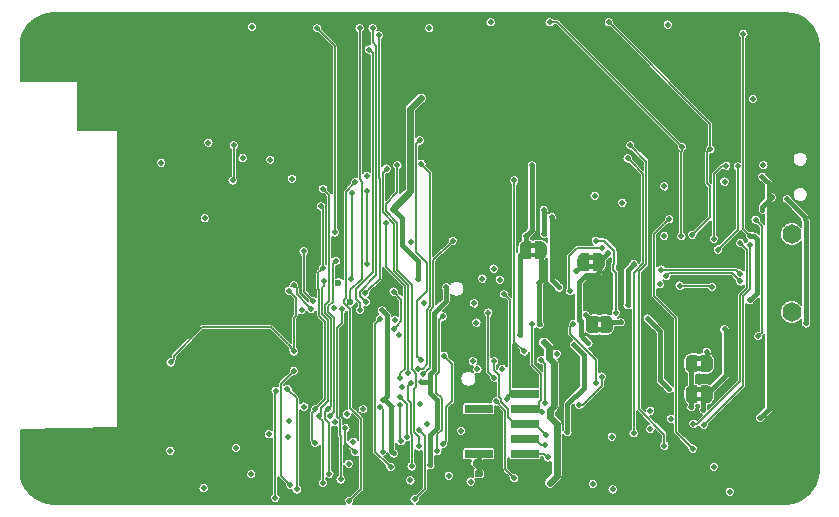
<source format=gbr>
G04 #@! TF.GenerationSoftware,KiCad,Pcbnew,5.1.3-ffb9f22~84~ubuntu19.04.1*
G04 #@! TF.CreationDate,2019-08-02T10:13:28-05:00*
G04 #@! TF.ProjectId,LeashPCB,4c656173-6850-4434-922e-6b696361645f,rev?*
G04 #@! TF.SameCoordinates,Original*
G04 #@! TF.FileFunction,Copper,L4,Bot*
G04 #@! TF.FilePolarity,Positive*
%FSLAX46Y46*%
G04 Gerber Fmt 4.6, Leading zero omitted, Abs format (unit mm)*
G04 Created by KiCad (PCBNEW 5.1.3-ffb9f22~84~ubuntu19.04.1) date 2019-08-02 10:13:28*
%MOMM*%
%LPD*%
G04 APERTURE LIST*
%ADD10C,0.100000*%
%ADD11C,0.600000*%
%ADD12R,1.650000X2.400000*%
%ADD13O,1.600000X1.651000*%
%ADD14C,0.590000*%
%ADD15R,2.400000X0.740000*%
%ADD16C,0.500000*%
%ADD17C,0.127000*%
%ADD18C,0.400000*%
%ADD19C,0.600000*%
%ADD20C,0.152400*%
%ADD21C,0.200000*%
G04 APERTURE END LIST*
D10*
G36*
X150900000Y-69900000D02*
G01*
X150400000Y-69900000D01*
X150400000Y-70300000D01*
X150900000Y-70300000D01*
X150900000Y-69900000D01*
G37*
G36*
X150900000Y-70700000D02*
G01*
X150400000Y-70700000D01*
X150400000Y-71100000D01*
X150900000Y-71100000D01*
X150900000Y-70700000D01*
G37*
G36*
X150900000Y-67300000D02*
G01*
X150400000Y-67300000D01*
X150400000Y-67700000D01*
X150900000Y-67700000D01*
X150900000Y-67300000D01*
G37*
G36*
X150900000Y-68100000D02*
G01*
X150400000Y-68100000D01*
X150400000Y-68500000D01*
X150900000Y-68500000D01*
X150900000Y-68100000D01*
G37*
G36*
X136350000Y-58900000D02*
G01*
X136850000Y-58900000D01*
X136850000Y-58500000D01*
X136350000Y-58500000D01*
X136350000Y-58900000D01*
G37*
G36*
X136350000Y-58100000D02*
G01*
X136850000Y-58100000D01*
X136850000Y-57700000D01*
X136350000Y-57700000D01*
X136350000Y-58100000D01*
G37*
G36*
X142450000Y-64000000D02*
G01*
X141950000Y-64000000D01*
X141950000Y-64400000D01*
X142450000Y-64400000D01*
X142450000Y-64000000D01*
G37*
G36*
X142450000Y-64800000D02*
G01*
X141950000Y-64800000D01*
X141950000Y-65200000D01*
X142450000Y-65200000D01*
X142450000Y-64800000D01*
G37*
G36*
X141750000Y-58700000D02*
G01*
X141250000Y-58700000D01*
X141250000Y-59100000D01*
X141750000Y-59100000D01*
X141750000Y-58700000D01*
G37*
G36*
X141750000Y-59500000D02*
G01*
X141250000Y-59500000D01*
X141250000Y-59900000D01*
X141750000Y-59900000D01*
X141750000Y-59500000D01*
G37*
D11*
X142530000Y-62910000D03*
X142530000Y-61190000D03*
X141570000Y-62910000D03*
X141570000Y-61190000D03*
X142050000Y-62050000D03*
D12*
X142050000Y-62050000D03*
X139625000Y-68600000D03*
D11*
X139625000Y-68600000D03*
X140105000Y-69460000D03*
X140105000Y-67740000D03*
X139145000Y-69460000D03*
X139145000Y-67740000D03*
D13*
X158500000Y-63550000D03*
X158500000Y-56950000D03*
D10*
G36*
X132186958Y-77890710D02*
G01*
X132201276Y-77892834D01*
X132215317Y-77896351D01*
X132228946Y-77901228D01*
X132242031Y-77907417D01*
X132254447Y-77914858D01*
X132266073Y-77923481D01*
X132276798Y-77933202D01*
X132286519Y-77943927D01*
X132295142Y-77955553D01*
X132302583Y-77967969D01*
X132308772Y-77981054D01*
X132313649Y-77994683D01*
X132317166Y-78008724D01*
X132319290Y-78023042D01*
X132320000Y-78037500D01*
X132320000Y-78332500D01*
X132319290Y-78346958D01*
X132317166Y-78361276D01*
X132313649Y-78375317D01*
X132308772Y-78388946D01*
X132302583Y-78402031D01*
X132295142Y-78414447D01*
X132286519Y-78426073D01*
X132276798Y-78436798D01*
X132266073Y-78446519D01*
X132254447Y-78455142D01*
X132242031Y-78462583D01*
X132228946Y-78468772D01*
X132215317Y-78473649D01*
X132201276Y-78477166D01*
X132186958Y-78479290D01*
X132172500Y-78480000D01*
X131827500Y-78480000D01*
X131813042Y-78479290D01*
X131798724Y-78477166D01*
X131784683Y-78473649D01*
X131771054Y-78468772D01*
X131757969Y-78462583D01*
X131745553Y-78455142D01*
X131733927Y-78446519D01*
X131723202Y-78436798D01*
X131713481Y-78426073D01*
X131704858Y-78414447D01*
X131697417Y-78402031D01*
X131691228Y-78388946D01*
X131686351Y-78375317D01*
X131682834Y-78361276D01*
X131680710Y-78346958D01*
X131680000Y-78332500D01*
X131680000Y-78037500D01*
X131680710Y-78023042D01*
X131682834Y-78008724D01*
X131686351Y-77994683D01*
X131691228Y-77981054D01*
X131697417Y-77967969D01*
X131704858Y-77955553D01*
X131713481Y-77943927D01*
X131723202Y-77933202D01*
X131733927Y-77923481D01*
X131745553Y-77914858D01*
X131757969Y-77907417D01*
X131771054Y-77901228D01*
X131784683Y-77896351D01*
X131798724Y-77892834D01*
X131813042Y-77890710D01*
X131827500Y-77890000D01*
X132172500Y-77890000D01*
X132186958Y-77890710D01*
X132186958Y-77890710D01*
G37*
D14*
X132000000Y-78185000D03*
D10*
G36*
X132186958Y-76920710D02*
G01*
X132201276Y-76922834D01*
X132215317Y-76926351D01*
X132228946Y-76931228D01*
X132242031Y-76937417D01*
X132254447Y-76944858D01*
X132266073Y-76953481D01*
X132276798Y-76963202D01*
X132286519Y-76973927D01*
X132295142Y-76985553D01*
X132302583Y-76997969D01*
X132308772Y-77011054D01*
X132313649Y-77024683D01*
X132317166Y-77038724D01*
X132319290Y-77053042D01*
X132320000Y-77067500D01*
X132320000Y-77362500D01*
X132319290Y-77376958D01*
X132317166Y-77391276D01*
X132313649Y-77405317D01*
X132308772Y-77418946D01*
X132302583Y-77432031D01*
X132295142Y-77444447D01*
X132286519Y-77456073D01*
X132276798Y-77466798D01*
X132266073Y-77476519D01*
X132254447Y-77485142D01*
X132242031Y-77492583D01*
X132228946Y-77498772D01*
X132215317Y-77503649D01*
X132201276Y-77507166D01*
X132186958Y-77509290D01*
X132172500Y-77510000D01*
X131827500Y-77510000D01*
X131813042Y-77509290D01*
X131798724Y-77507166D01*
X131784683Y-77503649D01*
X131771054Y-77498772D01*
X131757969Y-77492583D01*
X131745553Y-77485142D01*
X131733927Y-77476519D01*
X131723202Y-77466798D01*
X131713481Y-77456073D01*
X131704858Y-77444447D01*
X131697417Y-77432031D01*
X131691228Y-77418946D01*
X131686351Y-77405317D01*
X131682834Y-77391276D01*
X131680710Y-77376958D01*
X131680000Y-77362500D01*
X131680000Y-77067500D01*
X131680710Y-77053042D01*
X131682834Y-77038724D01*
X131686351Y-77024683D01*
X131691228Y-77011054D01*
X131697417Y-76997969D01*
X131704858Y-76985553D01*
X131713481Y-76973927D01*
X131723202Y-76963202D01*
X131733927Y-76953481D01*
X131745553Y-76944858D01*
X131757969Y-76937417D01*
X131771054Y-76931228D01*
X131784683Y-76926351D01*
X131798724Y-76922834D01*
X131813042Y-76920710D01*
X131827500Y-76920000D01*
X132172500Y-76920000D01*
X132186958Y-76920710D01*
X132186958Y-76920710D01*
G37*
D14*
X132000000Y-77215000D03*
D15*
X135900000Y-70460000D03*
X132000000Y-70460000D03*
X135900000Y-71730000D03*
X132000000Y-71730000D03*
X135900000Y-73000000D03*
X132000000Y-73000000D03*
X135900000Y-74270000D03*
X132000000Y-74270000D03*
X135900000Y-75540000D03*
X132000000Y-75540000D03*
D16*
X151300000Y-70500000D03*
D10*
G36*
X150800000Y-69750000D02*
G01*
X151300000Y-69750000D01*
X151300000Y-69750602D01*
X151324534Y-69750602D01*
X151373365Y-69755412D01*
X151421490Y-69764984D01*
X151468445Y-69779228D01*
X151513778Y-69798005D01*
X151557051Y-69821136D01*
X151597850Y-69848396D01*
X151635779Y-69879524D01*
X151670476Y-69914221D01*
X151701604Y-69952150D01*
X151728864Y-69992949D01*
X151751995Y-70036222D01*
X151770772Y-70081555D01*
X151785016Y-70128510D01*
X151794588Y-70176635D01*
X151799398Y-70225466D01*
X151799398Y-70250000D01*
X151800000Y-70250000D01*
X151800000Y-70750000D01*
X151799398Y-70750000D01*
X151799398Y-70774534D01*
X151794588Y-70823365D01*
X151785016Y-70871490D01*
X151770772Y-70918445D01*
X151751995Y-70963778D01*
X151728864Y-71007051D01*
X151701604Y-71047850D01*
X151670476Y-71085779D01*
X151635779Y-71120476D01*
X151597850Y-71151604D01*
X151557051Y-71178864D01*
X151513778Y-71201995D01*
X151468445Y-71220772D01*
X151421490Y-71235016D01*
X151373365Y-71244588D01*
X151324534Y-71249398D01*
X151300000Y-71249398D01*
X151300000Y-71250000D01*
X150800000Y-71250000D01*
X150800000Y-69750000D01*
X150800000Y-69750000D01*
G37*
D16*
X150000000Y-70500000D03*
D10*
G36*
X150000000Y-71249398D02*
G01*
X149975466Y-71249398D01*
X149926635Y-71244588D01*
X149878510Y-71235016D01*
X149831555Y-71220772D01*
X149786222Y-71201995D01*
X149742949Y-71178864D01*
X149702150Y-71151604D01*
X149664221Y-71120476D01*
X149629524Y-71085779D01*
X149598396Y-71047850D01*
X149571136Y-71007051D01*
X149548005Y-70963778D01*
X149529228Y-70918445D01*
X149514984Y-70871490D01*
X149505412Y-70823365D01*
X149500602Y-70774534D01*
X149500602Y-70750000D01*
X149500000Y-70750000D01*
X149500000Y-70250000D01*
X149500602Y-70250000D01*
X149500602Y-70225466D01*
X149505412Y-70176635D01*
X149514984Y-70128510D01*
X149529228Y-70081555D01*
X149548005Y-70036222D01*
X149571136Y-69992949D01*
X149598396Y-69952150D01*
X149629524Y-69914221D01*
X149664221Y-69879524D01*
X149702150Y-69848396D01*
X149742949Y-69821136D01*
X149786222Y-69798005D01*
X149831555Y-69779228D01*
X149878510Y-69764984D01*
X149926635Y-69755412D01*
X149975466Y-69750602D01*
X150000000Y-69750602D01*
X150000000Y-69750000D01*
X150500000Y-69750000D01*
X150500000Y-71250000D01*
X150000000Y-71250000D01*
X150000000Y-71249398D01*
X150000000Y-71249398D01*
G37*
D16*
X151300000Y-67900000D03*
D10*
G36*
X150800000Y-67150000D02*
G01*
X151300000Y-67150000D01*
X151300000Y-67150602D01*
X151324534Y-67150602D01*
X151373365Y-67155412D01*
X151421490Y-67164984D01*
X151468445Y-67179228D01*
X151513778Y-67198005D01*
X151557051Y-67221136D01*
X151597850Y-67248396D01*
X151635779Y-67279524D01*
X151670476Y-67314221D01*
X151701604Y-67352150D01*
X151728864Y-67392949D01*
X151751995Y-67436222D01*
X151770772Y-67481555D01*
X151785016Y-67528510D01*
X151794588Y-67576635D01*
X151799398Y-67625466D01*
X151799398Y-67650000D01*
X151800000Y-67650000D01*
X151800000Y-68150000D01*
X151799398Y-68150000D01*
X151799398Y-68174534D01*
X151794588Y-68223365D01*
X151785016Y-68271490D01*
X151770772Y-68318445D01*
X151751995Y-68363778D01*
X151728864Y-68407051D01*
X151701604Y-68447850D01*
X151670476Y-68485779D01*
X151635779Y-68520476D01*
X151597850Y-68551604D01*
X151557051Y-68578864D01*
X151513778Y-68601995D01*
X151468445Y-68620772D01*
X151421490Y-68635016D01*
X151373365Y-68644588D01*
X151324534Y-68649398D01*
X151300000Y-68649398D01*
X151300000Y-68650000D01*
X150800000Y-68650000D01*
X150800000Y-67150000D01*
X150800000Y-67150000D01*
G37*
D16*
X150000000Y-67900000D03*
D10*
G36*
X150000000Y-68649398D02*
G01*
X149975466Y-68649398D01*
X149926635Y-68644588D01*
X149878510Y-68635016D01*
X149831555Y-68620772D01*
X149786222Y-68601995D01*
X149742949Y-68578864D01*
X149702150Y-68551604D01*
X149664221Y-68520476D01*
X149629524Y-68485779D01*
X149598396Y-68447850D01*
X149571136Y-68407051D01*
X149548005Y-68363778D01*
X149529228Y-68318445D01*
X149514984Y-68271490D01*
X149505412Y-68223365D01*
X149500602Y-68174534D01*
X149500602Y-68150000D01*
X149500000Y-68150000D01*
X149500000Y-67650000D01*
X149500602Y-67650000D01*
X149500602Y-67625466D01*
X149505412Y-67576635D01*
X149514984Y-67528510D01*
X149529228Y-67481555D01*
X149548005Y-67436222D01*
X149571136Y-67392949D01*
X149598396Y-67352150D01*
X149629524Y-67314221D01*
X149664221Y-67279524D01*
X149702150Y-67248396D01*
X149742949Y-67221136D01*
X149786222Y-67198005D01*
X149831555Y-67179228D01*
X149878510Y-67164984D01*
X149926635Y-67155412D01*
X149975466Y-67150602D01*
X150000000Y-67150602D01*
X150000000Y-67150000D01*
X150500000Y-67150000D01*
X150500000Y-68650000D01*
X150000000Y-68650000D01*
X150000000Y-68649398D01*
X150000000Y-68649398D01*
G37*
D16*
X135950000Y-58300000D03*
D10*
G36*
X136450000Y-59050000D02*
G01*
X135950000Y-59050000D01*
X135950000Y-59049398D01*
X135925466Y-59049398D01*
X135876635Y-59044588D01*
X135828510Y-59035016D01*
X135781555Y-59020772D01*
X135736222Y-59001995D01*
X135692949Y-58978864D01*
X135652150Y-58951604D01*
X135614221Y-58920476D01*
X135579524Y-58885779D01*
X135548396Y-58847850D01*
X135521136Y-58807051D01*
X135498005Y-58763778D01*
X135479228Y-58718445D01*
X135464984Y-58671490D01*
X135455412Y-58623365D01*
X135450602Y-58574534D01*
X135450602Y-58550000D01*
X135450000Y-58550000D01*
X135450000Y-58050000D01*
X135450602Y-58050000D01*
X135450602Y-58025466D01*
X135455412Y-57976635D01*
X135464984Y-57928510D01*
X135479228Y-57881555D01*
X135498005Y-57836222D01*
X135521136Y-57792949D01*
X135548396Y-57752150D01*
X135579524Y-57714221D01*
X135614221Y-57679524D01*
X135652150Y-57648396D01*
X135692949Y-57621136D01*
X135736222Y-57598005D01*
X135781555Y-57579228D01*
X135828510Y-57564984D01*
X135876635Y-57555412D01*
X135925466Y-57550602D01*
X135950000Y-57550602D01*
X135950000Y-57550000D01*
X136450000Y-57550000D01*
X136450000Y-59050000D01*
X136450000Y-59050000D01*
G37*
D16*
X137250000Y-58300000D03*
D10*
G36*
X137250000Y-57550602D02*
G01*
X137274534Y-57550602D01*
X137323365Y-57555412D01*
X137371490Y-57564984D01*
X137418445Y-57579228D01*
X137463778Y-57598005D01*
X137507051Y-57621136D01*
X137547850Y-57648396D01*
X137585779Y-57679524D01*
X137620476Y-57714221D01*
X137651604Y-57752150D01*
X137678864Y-57792949D01*
X137701995Y-57836222D01*
X137720772Y-57881555D01*
X137735016Y-57928510D01*
X137744588Y-57976635D01*
X137749398Y-58025466D01*
X137749398Y-58050000D01*
X137750000Y-58050000D01*
X137750000Y-58550000D01*
X137749398Y-58550000D01*
X137749398Y-58574534D01*
X137744588Y-58623365D01*
X137735016Y-58671490D01*
X137720772Y-58718445D01*
X137701995Y-58763778D01*
X137678864Y-58807051D01*
X137651604Y-58847850D01*
X137620476Y-58885779D01*
X137585779Y-58920476D01*
X137547850Y-58951604D01*
X137507051Y-58978864D01*
X137463778Y-59001995D01*
X137418445Y-59020772D01*
X137371490Y-59035016D01*
X137323365Y-59044588D01*
X137274534Y-59049398D01*
X137250000Y-59049398D01*
X137250000Y-59050000D01*
X136750000Y-59050000D01*
X136750000Y-57550000D01*
X137250000Y-57550000D01*
X137250000Y-57550602D01*
X137250000Y-57550602D01*
G37*
D16*
X142850000Y-64600000D03*
D10*
G36*
X142350000Y-63850000D02*
G01*
X142850000Y-63850000D01*
X142850000Y-63850602D01*
X142874534Y-63850602D01*
X142923365Y-63855412D01*
X142971490Y-63864984D01*
X143018445Y-63879228D01*
X143063778Y-63898005D01*
X143107051Y-63921136D01*
X143147850Y-63948396D01*
X143185779Y-63979524D01*
X143220476Y-64014221D01*
X143251604Y-64052150D01*
X143278864Y-64092949D01*
X143301995Y-64136222D01*
X143320772Y-64181555D01*
X143335016Y-64228510D01*
X143344588Y-64276635D01*
X143349398Y-64325466D01*
X143349398Y-64350000D01*
X143350000Y-64350000D01*
X143350000Y-64850000D01*
X143349398Y-64850000D01*
X143349398Y-64874534D01*
X143344588Y-64923365D01*
X143335016Y-64971490D01*
X143320772Y-65018445D01*
X143301995Y-65063778D01*
X143278864Y-65107051D01*
X143251604Y-65147850D01*
X143220476Y-65185779D01*
X143185779Y-65220476D01*
X143147850Y-65251604D01*
X143107051Y-65278864D01*
X143063778Y-65301995D01*
X143018445Y-65320772D01*
X142971490Y-65335016D01*
X142923365Y-65344588D01*
X142874534Y-65349398D01*
X142850000Y-65349398D01*
X142850000Y-65350000D01*
X142350000Y-65350000D01*
X142350000Y-63850000D01*
X142350000Y-63850000D01*
G37*
D16*
X141550000Y-64600000D03*
D10*
G36*
X141550000Y-65349398D02*
G01*
X141525466Y-65349398D01*
X141476635Y-65344588D01*
X141428510Y-65335016D01*
X141381555Y-65320772D01*
X141336222Y-65301995D01*
X141292949Y-65278864D01*
X141252150Y-65251604D01*
X141214221Y-65220476D01*
X141179524Y-65185779D01*
X141148396Y-65147850D01*
X141121136Y-65107051D01*
X141098005Y-65063778D01*
X141079228Y-65018445D01*
X141064984Y-64971490D01*
X141055412Y-64923365D01*
X141050602Y-64874534D01*
X141050602Y-64850000D01*
X141050000Y-64850000D01*
X141050000Y-64350000D01*
X141050602Y-64350000D01*
X141050602Y-64325466D01*
X141055412Y-64276635D01*
X141064984Y-64228510D01*
X141079228Y-64181555D01*
X141098005Y-64136222D01*
X141121136Y-64092949D01*
X141148396Y-64052150D01*
X141179524Y-64014221D01*
X141214221Y-63979524D01*
X141252150Y-63948396D01*
X141292949Y-63921136D01*
X141336222Y-63898005D01*
X141381555Y-63879228D01*
X141428510Y-63864984D01*
X141476635Y-63855412D01*
X141525466Y-63850602D01*
X141550000Y-63850602D01*
X141550000Y-63850000D01*
X142050000Y-63850000D01*
X142050000Y-65350000D01*
X141550000Y-65350000D01*
X141550000Y-65349398D01*
X141550000Y-65349398D01*
G37*
D16*
X142150000Y-59300000D03*
D10*
G36*
X141650000Y-58550000D02*
G01*
X142150000Y-58550000D01*
X142150000Y-58550602D01*
X142174534Y-58550602D01*
X142223365Y-58555412D01*
X142271490Y-58564984D01*
X142318445Y-58579228D01*
X142363778Y-58598005D01*
X142407051Y-58621136D01*
X142447850Y-58648396D01*
X142485779Y-58679524D01*
X142520476Y-58714221D01*
X142551604Y-58752150D01*
X142578864Y-58792949D01*
X142601995Y-58836222D01*
X142620772Y-58881555D01*
X142635016Y-58928510D01*
X142644588Y-58976635D01*
X142649398Y-59025466D01*
X142649398Y-59050000D01*
X142650000Y-59050000D01*
X142650000Y-59550000D01*
X142649398Y-59550000D01*
X142649398Y-59574534D01*
X142644588Y-59623365D01*
X142635016Y-59671490D01*
X142620772Y-59718445D01*
X142601995Y-59763778D01*
X142578864Y-59807051D01*
X142551604Y-59847850D01*
X142520476Y-59885779D01*
X142485779Y-59920476D01*
X142447850Y-59951604D01*
X142407051Y-59978864D01*
X142363778Y-60001995D01*
X142318445Y-60020772D01*
X142271490Y-60035016D01*
X142223365Y-60044588D01*
X142174534Y-60049398D01*
X142150000Y-60049398D01*
X142150000Y-60050000D01*
X141650000Y-60050000D01*
X141650000Y-58550000D01*
X141650000Y-58550000D01*
G37*
D16*
X140850000Y-59300000D03*
D10*
G36*
X140850000Y-60049398D02*
G01*
X140825466Y-60049398D01*
X140776635Y-60044588D01*
X140728510Y-60035016D01*
X140681555Y-60020772D01*
X140636222Y-60001995D01*
X140592949Y-59978864D01*
X140552150Y-59951604D01*
X140514221Y-59920476D01*
X140479524Y-59885779D01*
X140448396Y-59847850D01*
X140421136Y-59807051D01*
X140398005Y-59763778D01*
X140379228Y-59718445D01*
X140364984Y-59671490D01*
X140355412Y-59623365D01*
X140350602Y-59574534D01*
X140350602Y-59550000D01*
X140350000Y-59550000D01*
X140350000Y-59050000D01*
X140350602Y-59050000D01*
X140350602Y-59025466D01*
X140355412Y-58976635D01*
X140364984Y-58928510D01*
X140379228Y-58881555D01*
X140398005Y-58836222D01*
X140421136Y-58792949D01*
X140448396Y-58752150D01*
X140479524Y-58714221D01*
X140514221Y-58679524D01*
X140552150Y-58648396D01*
X140592949Y-58621136D01*
X140636222Y-58598005D01*
X140681555Y-58579228D01*
X140728510Y-58564984D01*
X140776635Y-58555412D01*
X140825466Y-58550602D01*
X140850000Y-58550602D01*
X140850000Y-58550000D01*
X141350000Y-58550000D01*
X141350000Y-60050000D01*
X140850000Y-60050000D01*
X140850000Y-60049398D01*
X140850000Y-60049398D01*
G37*
D16*
X118300000Y-66200000D03*
X118300000Y-65400000D03*
X148400000Y-62200000D03*
X149500000Y-63600000D03*
X152252418Y-60700000D03*
X142300000Y-73878610D03*
X118300000Y-67000000D03*
X118300000Y-67800000D03*
X129100000Y-57350000D03*
X131900000Y-73600000D03*
X130100000Y-71400000D03*
X132959490Y-69676217D03*
X135399186Y-67319044D03*
X133939667Y-66968699D03*
X150231912Y-64322990D03*
X147928610Y-64322990D03*
X123061153Y-76659490D03*
X115640000Y-66900000D03*
X112880000Y-63370000D03*
X112450000Y-62950000D03*
X112060000Y-62530000D03*
X111640000Y-62110000D03*
X111840000Y-61560000D03*
X111450000Y-61100000D03*
X111020000Y-60710000D03*
X109540000Y-60720000D03*
X108970000Y-60700000D03*
X108410000Y-60730000D03*
X108100000Y-61170000D03*
X108080000Y-61700000D03*
X108090000Y-62260000D03*
X107570000Y-62600000D03*
X107160000Y-62990000D03*
X107040000Y-63510000D03*
X107000000Y-64080000D03*
X106340000Y-64170000D03*
X105200000Y-63830000D03*
X105180000Y-63230000D03*
X105200000Y-62670000D03*
X106120000Y-62380000D03*
X106590000Y-62090000D03*
X106660000Y-61560000D03*
X106210000Y-60740000D03*
X105680000Y-60740000D03*
X105140000Y-60720000D03*
X104640000Y-60710000D03*
X104100000Y-60690000D03*
X103560000Y-60710000D03*
X103030000Y-60700000D03*
X102480000Y-60710000D03*
X101830000Y-59410000D03*
X104210000Y-59270000D03*
X105850000Y-59250000D03*
X108160000Y-59230000D03*
X106450000Y-59250000D03*
X108680000Y-59230000D03*
X109230000Y-59230000D03*
X109750000Y-59240000D03*
X110280000Y-59260000D03*
X110790000Y-59410000D03*
X111290000Y-59370000D03*
X111850000Y-59440000D03*
X112220000Y-59800000D03*
X112610000Y-60170000D03*
X113070000Y-60490000D03*
X114610000Y-60120000D03*
X115070000Y-60590000D03*
X115440000Y-65170000D03*
X114600000Y-66900000D03*
X115573568Y-61098455D03*
X115100000Y-66900000D03*
X101560000Y-75630000D03*
X99290000Y-75860000D03*
X101750000Y-75150000D03*
X101350000Y-73750000D03*
X99670000Y-76250000D03*
X101250000Y-76110000D03*
X100050000Y-76590000D03*
X99780000Y-74940000D03*
X100280000Y-74480000D03*
X100850000Y-74150000D03*
X101690000Y-73230000D03*
X102050000Y-74750000D03*
X103340000Y-73690000D03*
X102940000Y-74100000D03*
X102490000Y-74510000D03*
X104410000Y-70580000D03*
X104720000Y-68980000D03*
X102530000Y-72400000D03*
X102100000Y-72810000D03*
X108070000Y-70890000D03*
X105990000Y-72970000D03*
X103980000Y-70930000D03*
X103770000Y-73320000D03*
X104800000Y-70240000D03*
X107230000Y-71630000D03*
X104220000Y-72950000D03*
X103610000Y-71340000D03*
X104690000Y-72620000D03*
X105540000Y-72550000D03*
X107630000Y-71320000D03*
X105110000Y-72140000D03*
X107350000Y-72210000D03*
X112600000Y-66900000D03*
X108900000Y-66200000D03*
X113200000Y-65300000D03*
X107290000Y-68030000D03*
X112000000Y-66910000D03*
X109840000Y-68900000D03*
X114100000Y-66900000D03*
X109010000Y-69740000D03*
X110600000Y-68010000D03*
X107740000Y-67570000D03*
X110990000Y-67590000D03*
X109300000Y-65700000D03*
X108450000Y-66680000D03*
X109410000Y-69320000D03*
X110220000Y-68470000D03*
X109700000Y-65400000D03*
X113100000Y-66900000D03*
X110700000Y-65300000D03*
X108090000Y-67140000D03*
X112200000Y-65300000D03*
X113600000Y-66900000D03*
X113700000Y-65300000D03*
X113980000Y-64389490D03*
X105502448Y-68284868D03*
X115810000Y-62520000D03*
X116000000Y-63080000D03*
X114980000Y-64730000D03*
X111440000Y-67110000D03*
X110200000Y-65300000D03*
X111200000Y-65300000D03*
X111700000Y-65300000D03*
X112700000Y-65300000D03*
X114200000Y-65300000D03*
X103560000Y-59270000D03*
X106640000Y-61040000D03*
X144019359Y-59609359D03*
X118300000Y-68700000D03*
X118300000Y-69600000D03*
X122500000Y-67000000D03*
X122500000Y-67800000D03*
X122500000Y-68700000D03*
X122500000Y-69600000D03*
X120500000Y-67000000D03*
X120500000Y-69600000D03*
X120500000Y-68700000D03*
X120500000Y-67800000D03*
X101750000Y-62000000D03*
X101750000Y-64750000D03*
X101750000Y-66000000D03*
X101750000Y-67250000D03*
X101750000Y-68500000D03*
X101750000Y-69750000D03*
X101750000Y-71000000D03*
X101750000Y-72250000D03*
X103000000Y-66000000D03*
X103000000Y-68500000D03*
X103000000Y-67250000D03*
X103000000Y-71000000D03*
X103000000Y-69750000D03*
X104250000Y-68500000D03*
X104250000Y-66000000D03*
X104250000Y-67250000D03*
X105500000Y-67250000D03*
X105500000Y-66000000D03*
X106750000Y-66000000D03*
X101750000Y-77250000D03*
X103000000Y-77250000D03*
X104250000Y-77250000D03*
X105500000Y-77250000D03*
X106750000Y-77250000D03*
X105500000Y-78500000D03*
X103000000Y-78500000D03*
X106750000Y-78500000D03*
X101750000Y-78500000D03*
X104250000Y-78500000D03*
X94000000Y-78500000D03*
X95250000Y-78500000D03*
X95250000Y-77250000D03*
X96500000Y-78500000D03*
X94000000Y-77250000D03*
X96500000Y-77250000D03*
X94000000Y-75750000D03*
X94000000Y-74500000D03*
X95250000Y-75750000D03*
X96500000Y-75750000D03*
X96500000Y-74500000D03*
X95250000Y-74500000D03*
X97750000Y-74500000D03*
X102000000Y-53500000D03*
X102000000Y-56000000D03*
X102000000Y-54750000D03*
X102000000Y-57250000D03*
X103250000Y-57250000D03*
X103250000Y-56000000D03*
X103250000Y-53500000D03*
X103250000Y-54750000D03*
X105750000Y-54750000D03*
X104500000Y-56000000D03*
X104500000Y-57250000D03*
X104500000Y-54750000D03*
X105750000Y-57250000D03*
X105750000Y-56000000D03*
X102000000Y-50750000D03*
X103250000Y-52000000D03*
X102000000Y-52000000D03*
X103250000Y-50750000D03*
X120550000Y-66200000D03*
X120550000Y-65400000D03*
X122550000Y-65400000D03*
X122550000Y-66200000D03*
X109500000Y-57250000D03*
X110750000Y-57250000D03*
X107000000Y-57250000D03*
X108250000Y-57250000D03*
X114500000Y-57250000D03*
X115750000Y-57250000D03*
X113250000Y-57250000D03*
X112000000Y-57250000D03*
X115750000Y-58250000D03*
X113250000Y-58250000D03*
X114500000Y-58250000D03*
X112000000Y-58250000D03*
X108250000Y-58250000D03*
X110750000Y-58250000D03*
X107000000Y-58250000D03*
X109500000Y-58250000D03*
X113250000Y-59250000D03*
X114500000Y-59250000D03*
X109500000Y-62250000D03*
X110750000Y-62250000D03*
X110750000Y-63250000D03*
X109500000Y-63250000D03*
X109500000Y-64250000D03*
X110750000Y-64250000D03*
X108250000Y-64250000D03*
X108250000Y-63250000D03*
X107750000Y-65000000D03*
X106750000Y-65250000D03*
X103000000Y-76000000D03*
X104000000Y-76000000D03*
X103000000Y-75000000D03*
X104000000Y-75000000D03*
X104000000Y-74000000D03*
X105000000Y-73500000D03*
X106250000Y-74000000D03*
X106750000Y-75000000D03*
X108000000Y-75000000D03*
X108000000Y-77250000D03*
X109250000Y-75000000D03*
X109250000Y-77250000D03*
X109250000Y-73750000D03*
X108000000Y-73750000D03*
X108000000Y-72500000D03*
X109250000Y-72250000D03*
X110500000Y-71250000D03*
X110500000Y-72500000D03*
X110500000Y-73750000D03*
X110500000Y-70000000D03*
X111750000Y-70000000D03*
X111750000Y-71250000D03*
X111750000Y-68750000D03*
X110750000Y-69000000D03*
X109500000Y-71000000D03*
X112500000Y-67750000D03*
X113500000Y-67750000D03*
X113000000Y-69000000D03*
X114250000Y-68250000D03*
X115000000Y-67500000D03*
X107000000Y-67100000D03*
X107800000Y-66400000D03*
X112000000Y-64250000D03*
X93800000Y-40600000D03*
X95050000Y-40600000D03*
X95050000Y-39350000D03*
X93800000Y-42100000D03*
X95050000Y-43350000D03*
X93800000Y-43350000D03*
X95050000Y-42100000D03*
X97650000Y-40600000D03*
X97650000Y-39350000D03*
X96400000Y-40600000D03*
X96400000Y-42100000D03*
X97650000Y-43350000D03*
X96400000Y-43350000D03*
X97650000Y-42100000D03*
X96400000Y-39350000D03*
X99000000Y-39350000D03*
X99000000Y-42100000D03*
X100250000Y-39350000D03*
X100250000Y-40600000D03*
X100250000Y-42100000D03*
X99000000Y-40600000D03*
X102850000Y-43350000D03*
X102850000Y-40600000D03*
X101600000Y-40600000D03*
X102850000Y-42100000D03*
X101600000Y-39350000D03*
X101600000Y-42100000D03*
X102850000Y-39350000D03*
X104200000Y-39350000D03*
X105450000Y-40600000D03*
X104200000Y-42100000D03*
X105450000Y-39350000D03*
X105450000Y-42100000D03*
X104200000Y-40600000D03*
X106800000Y-40600000D03*
X108050000Y-42100000D03*
X108050000Y-40600000D03*
X106800000Y-42100000D03*
X106800000Y-39350000D03*
X108050000Y-39350000D03*
X102850000Y-46000000D03*
X102850000Y-48750000D03*
X102850000Y-44750000D03*
X102850000Y-47500000D03*
X104200000Y-48750000D03*
X104200000Y-50000000D03*
X105450000Y-50000000D03*
X105450000Y-48750000D03*
X107850000Y-50000000D03*
X107850000Y-48750000D03*
X106600000Y-48750000D03*
X106600000Y-50000000D03*
X106600000Y-52800000D03*
X107850000Y-52800000D03*
X107850000Y-51650000D03*
X106600000Y-51650000D03*
X106600000Y-53950000D03*
X107850000Y-53950000D03*
X111000000Y-39000000D03*
X117000000Y-39000000D03*
X121950000Y-38800000D03*
X127000000Y-39000000D03*
X132000000Y-39000000D03*
X137000000Y-39000000D03*
X142000000Y-39000000D03*
X147000000Y-39000000D03*
X152000000Y-39000000D03*
X154000000Y-39000000D03*
X156000000Y-39000000D03*
X159000000Y-39000000D03*
X160500000Y-41000000D03*
X160500000Y-43500000D03*
X160500000Y-46000000D03*
X160500000Y-50000000D03*
X160500000Y-53000000D03*
X160500000Y-57000000D03*
X160500000Y-60000000D03*
X160500000Y-63000000D03*
X160500000Y-67000000D03*
X160500000Y-70000000D03*
X160500000Y-74000000D03*
X160500000Y-77500000D03*
X158000000Y-79500000D03*
X155500000Y-79500000D03*
X132000000Y-79440510D03*
X152000000Y-79500000D03*
X146500000Y-79500000D03*
X141500000Y-79500000D03*
X137000000Y-79500000D03*
X127500000Y-79500000D03*
X120000000Y-79500000D03*
X116000000Y-79500000D03*
X111000000Y-79500000D03*
X109350000Y-43350000D03*
X109350000Y-40600000D03*
X109350000Y-42100000D03*
X109350000Y-39350000D03*
X109350000Y-46000000D03*
X109350000Y-44750000D03*
X109350000Y-47500000D03*
X147450000Y-72400000D03*
X138722990Y-72136500D03*
X154890510Y-64202337D03*
X117258179Y-64346975D03*
X155200000Y-45500000D03*
X124700000Y-54800000D03*
X126848532Y-60704513D03*
X126200000Y-51559490D03*
X127090000Y-45440000D03*
X126250000Y-57600000D03*
X133255912Y-59868180D03*
X144000000Y-64400000D03*
X152800000Y-65000000D03*
X151000000Y-71800000D03*
X159700000Y-64500000D03*
X158100000Y-54000000D03*
X121900000Y-39500000D03*
D11*
X121134035Y-62651650D03*
D16*
X133000000Y-39000000D03*
X121947985Y-63364985D03*
X112800000Y-39400000D03*
X122710000Y-41310000D03*
X123000000Y-39500000D03*
X122438980Y-62681822D03*
X123528610Y-40100000D03*
X127800000Y-39500000D03*
X122382017Y-61940959D03*
X148000000Y-39200000D03*
X147699994Y-57100000D03*
X154400000Y-40000000D03*
X154936488Y-62536488D03*
X154982993Y-57108201D03*
X144150000Y-54300000D03*
X115820000Y-74160000D03*
X118130000Y-74630000D03*
X118159490Y-71770697D03*
X118800000Y-59801434D03*
X118635247Y-54579338D03*
X111450000Y-75050000D03*
X121504442Y-75398374D03*
X120700002Y-73359488D03*
X112720000Y-77260000D03*
X119350962Y-77240000D03*
X122540510Y-59500027D03*
X118800000Y-53100000D03*
X119227232Y-71743383D03*
X122559490Y-53259490D03*
X147700000Y-52900000D03*
X105880000Y-75300000D03*
X123645989Y-64107043D03*
X124532101Y-76659490D03*
X108800000Y-55600000D03*
X124100000Y-56000000D03*
X125312697Y-69089720D03*
X145100000Y-73800000D03*
X144600000Y-50522990D03*
X112000000Y-50500000D03*
X105110000Y-50910000D03*
X114222590Y-73884576D03*
X125100000Y-51100000D03*
X126920755Y-74911501D03*
X114775000Y-79275000D03*
X116180000Y-52250000D03*
X121024999Y-79522600D03*
X121536281Y-52559257D03*
X114800000Y-70200000D03*
X143325000Y-78559490D03*
X148125000Y-55675000D03*
X121374362Y-74517362D03*
X150100000Y-75100000D03*
X155425000Y-55725000D03*
X124900000Y-64200010D03*
X155650000Y-65577010D03*
X151900000Y-76650000D03*
X126300000Y-76600000D03*
X126218989Y-69581004D03*
X119780947Y-72835811D03*
X146509490Y-73440510D03*
X141650000Y-78100000D03*
X115796658Y-70053980D03*
X116600000Y-78559490D03*
X153250000Y-78750000D03*
X126566348Y-79377410D03*
X115897590Y-72729732D03*
X126955064Y-73522467D03*
X120814965Y-72200000D03*
X148259490Y-72577010D03*
X139718411Y-61774358D03*
X142400000Y-58100000D03*
X140477010Y-71373442D03*
X142390510Y-69000000D03*
X143600000Y-63600000D03*
X141900000Y-57500000D03*
D11*
X120116298Y-61070098D03*
D16*
X133300000Y-69100000D03*
X138590877Y-67086316D03*
X132800000Y-63580000D03*
X154122990Y-60951200D03*
X147868313Y-60502692D03*
X154122990Y-60278838D03*
X147450000Y-59950000D03*
X125267051Y-65453029D03*
X117000000Y-63362518D03*
X117190000Y-71550000D03*
X122200000Y-71759490D03*
X124600000Y-71500000D03*
X123803081Y-63381519D03*
X124800000Y-75505478D03*
X123892365Y-70969750D03*
X127370000Y-62800000D03*
X119734636Y-63193210D03*
X119908896Y-59220719D03*
X119383940Y-72350497D03*
X105900000Y-67800000D03*
X115910000Y-61740000D03*
X116320000Y-66873695D03*
X141800000Y-53700000D03*
X118800000Y-78000000D03*
X118856817Y-60944705D03*
X118502929Y-72300000D03*
X121300000Y-53500000D03*
X121209869Y-60759490D03*
X131300000Y-77900000D03*
X135000000Y-77600000D03*
X133468171Y-71095020D03*
X134349122Y-70876188D03*
X134133412Y-62033412D03*
X131600002Y-62800000D03*
X124786489Y-61813513D03*
X124800000Y-64982990D03*
X148100000Y-70050000D03*
X146300000Y-64100000D03*
X144600000Y-62950000D03*
X127050000Y-71330000D03*
X145120000Y-59470000D03*
X130505579Y-73605487D03*
X127598391Y-73029034D03*
X137618084Y-71276916D03*
X134000000Y-68359490D03*
X137270357Y-67621578D03*
X131880000Y-68380000D03*
X149000000Y-61300000D03*
X151752412Y-61414541D03*
X120979472Y-76385807D03*
X147300000Y-61180000D03*
X138790000Y-61460000D03*
X138180000Y-55500000D03*
X127900000Y-76500000D03*
X131729371Y-76249177D03*
X127100000Y-69500000D03*
X132300000Y-60700000D03*
X129230003Y-61460000D03*
X135000000Y-52400000D03*
X138000000Y-77999998D03*
X137500000Y-66099994D03*
X135829325Y-66862838D03*
X122500000Y-52000000D03*
X128500000Y-75300000D03*
X123847029Y-75351441D03*
X128930000Y-63900000D03*
X123658922Y-71551685D03*
X137850000Y-75850000D03*
X125300000Y-71400000D03*
X137600000Y-74800000D03*
X125405616Y-74478473D03*
X129069275Y-67248651D03*
X128977414Y-74690519D03*
X125300000Y-70700000D03*
X125903486Y-74097331D03*
X133300000Y-67700000D03*
X131500000Y-67700000D03*
X137700000Y-73948532D03*
X108700000Y-78440000D03*
X116039644Y-78172880D03*
X116331488Y-68531488D03*
X111150000Y-52400000D03*
X144820000Y-49430000D03*
X111250000Y-49430000D03*
X147719384Y-74840510D03*
X126036500Y-68719325D03*
X124200000Y-51400000D03*
X152800000Y-52500000D03*
X127131019Y-51004577D03*
X114330000Y-50640510D03*
X126879264Y-68335107D03*
X109094999Y-49205001D03*
X127000000Y-49000000D03*
X127068403Y-67623045D03*
X116327831Y-61272496D03*
X117825243Y-63272340D03*
X117948043Y-62587276D03*
X117170006Y-58410000D03*
X125500000Y-69900000D03*
X137368979Y-72027083D03*
X131800000Y-64440000D03*
X136522989Y-64577014D03*
X140200000Y-60100000D03*
X137100000Y-61100000D03*
X133774138Y-60802433D03*
X137150000Y-64577012D03*
X141050000Y-63800000D03*
X140000000Y-64550000D03*
X141950000Y-69550000D03*
X150000008Y-71600000D03*
X151300000Y-66900000D03*
X142962702Y-58537298D03*
X141278677Y-66174938D03*
X136000000Y-57100000D03*
X139500000Y-73700000D03*
X135500000Y-65500000D03*
X156100000Y-51100000D03*
X136500000Y-51100000D03*
X140051827Y-66324803D03*
X118300000Y-39500000D03*
X119794521Y-56800000D03*
X129800000Y-57500000D03*
X127300000Y-68800000D03*
X126200000Y-77800000D03*
X129452974Y-77400000D03*
X120400000Y-63300000D03*
X120300000Y-77700000D03*
X155800000Y-72500000D03*
X156000000Y-52100000D03*
X137500000Y-56900000D03*
X137500000Y-54900000D03*
X146509490Y-71900000D03*
X156800000Y-53827014D03*
X153950000Y-51200000D03*
X152250000Y-58250000D03*
X151900000Y-57350000D03*
X152950000Y-51150000D03*
X149200000Y-49550000D03*
X138000000Y-39000000D03*
X150150000Y-73000000D03*
X154150000Y-57700000D03*
X149150000Y-57121184D03*
X143000000Y-39000000D03*
X151050000Y-73100000D03*
X143250000Y-74100000D03*
X151600000Y-49750000D03*
X154982998Y-57850000D03*
X150087058Y-57009490D03*
D17*
X132000000Y-73000000D02*
X132000000Y-73500000D01*
X132000000Y-73500000D02*
X131900000Y-73600000D01*
X131900000Y-74170000D02*
X132000000Y-74270000D01*
X131900000Y-73600000D02*
X131900000Y-74170000D01*
X132000000Y-70460000D02*
X132000000Y-69963000D01*
X132000000Y-69963000D02*
X132036784Y-69926216D01*
X132709491Y-69926216D02*
X132959490Y-69676217D01*
X132036784Y-69926216D02*
X132709491Y-69926216D01*
D18*
X132000000Y-78185000D02*
X132000000Y-79440510D01*
X116840510Y-64282859D02*
X116904626Y-64346975D01*
X116840510Y-64270000D02*
X116840510Y-64282859D01*
X116904626Y-64346975D02*
X117258179Y-64346975D01*
X124700000Y-54800000D02*
X125498533Y-55598533D01*
X125498533Y-55598533D02*
X125498533Y-57827818D01*
X126848532Y-59177817D02*
X126848532Y-60704513D01*
X125498533Y-57827818D02*
X126848532Y-59177817D01*
D19*
X126200000Y-51913043D02*
X126200000Y-51559490D01*
X124700000Y-54800000D02*
X126200000Y-53300000D01*
X126200000Y-53300000D02*
X126200000Y-51913043D01*
X126200000Y-51559490D02*
X126200000Y-46330000D01*
X126200000Y-46330000D02*
X126840001Y-45689999D01*
X126840001Y-45689999D02*
X127090000Y-45440000D01*
D18*
X143050000Y-64400000D02*
X142850000Y-64600000D01*
X144000000Y-64400000D02*
X143050000Y-64400000D01*
X152900000Y-65100000D02*
X152800000Y-65000000D01*
X151300000Y-70500000D02*
X152900000Y-68900000D01*
X152900000Y-68900000D02*
X152900000Y-65100000D01*
X151000000Y-70800000D02*
X151300000Y-70500000D01*
X151000000Y-71800000D02*
X151000000Y-70800000D01*
X159600000Y-55700000D02*
X159600000Y-55500000D01*
X159600000Y-55500000D02*
X158100000Y-54000000D01*
X159700000Y-64500000D02*
X159700000Y-55800000D01*
X159700000Y-55800000D02*
X159600000Y-55700000D01*
D17*
X121134035Y-61665965D02*
X121134035Y-62651650D01*
X121900000Y-39500000D02*
X121900000Y-52300000D01*
X122100000Y-60700000D02*
X121134035Y-61665965D01*
X122100000Y-52500000D02*
X122100000Y-60700000D01*
X121900000Y-52300000D02*
X122100000Y-52500000D01*
X121947985Y-63364985D02*
X121947985Y-62739656D01*
X123009999Y-41609999D02*
X122959999Y-41559999D01*
X123009999Y-60190001D02*
X123009999Y-41609999D01*
X121600000Y-62391671D02*
X121600000Y-61600000D01*
X122959999Y-41559999D02*
X122710000Y-41310000D01*
X121600000Y-61600000D02*
X123009999Y-60190001D01*
X121947985Y-62739656D02*
X121600000Y-62391671D01*
X123300000Y-55397119D02*
X123296699Y-55400420D01*
X123294512Y-51583345D02*
X123294512Y-52281461D01*
X123000000Y-39500000D02*
X123000000Y-40700000D01*
X123296699Y-55400420D02*
X123296699Y-60403301D01*
X121900000Y-61800000D02*
X121900000Y-62142842D01*
X121900000Y-62142842D02*
X122188981Y-62431823D01*
X123300000Y-51577857D02*
X123294512Y-51583345D01*
X123294512Y-52281461D02*
X123300000Y-52286949D01*
X123296699Y-60403301D02*
X121900000Y-61800000D01*
X122188981Y-62431823D02*
X122438980Y-62681822D01*
X123300000Y-41000000D02*
X123300000Y-51577857D01*
X123300000Y-52286949D02*
X123300000Y-55397119D01*
X123000000Y-40700000D02*
X123300000Y-41000000D01*
X123601467Y-52214716D02*
X123601467Y-60721509D01*
X122632016Y-61690960D02*
X122382017Y-61940959D01*
X123528610Y-40100000D02*
X123528610Y-40453553D01*
X123601467Y-60721509D02*
X122632016Y-61690960D01*
X123559499Y-52172748D02*
X123601467Y-52214716D01*
X123528610Y-40453553D02*
X123559499Y-40484442D01*
X123559499Y-40484442D02*
X123559499Y-52172748D01*
X154400000Y-56525208D02*
X154732994Y-56858202D01*
X154400000Y-40000000D02*
X154400000Y-56525208D01*
X154732994Y-56858202D02*
X154982993Y-57108201D01*
D18*
X154936488Y-62536488D02*
X155560000Y-61912976D01*
X155336546Y-57108201D02*
X154982993Y-57108201D01*
X155560000Y-57331655D02*
X155336546Y-57108201D01*
X155560000Y-61912976D02*
X155560000Y-57331655D01*
D17*
X117880001Y-72050186D02*
X118159490Y-71770697D01*
X118130000Y-74630000D02*
X117880001Y-74380001D01*
X117880001Y-74380001D02*
X117880001Y-72050186D01*
X118800000Y-59801434D02*
X118800000Y-54744091D01*
X118800000Y-54744091D02*
X118635247Y-54579338D01*
X118159490Y-71770697D02*
X118995989Y-70934198D01*
X118416315Y-60185119D02*
X118550001Y-60051433D01*
X118995989Y-70934198D02*
X118995989Y-64355213D01*
X118416315Y-61564373D02*
X118416315Y-60185119D01*
X118491969Y-61640027D02*
X118416315Y-61564373D01*
X118995989Y-64355213D02*
X118491969Y-63851193D01*
X118550001Y-60051433D02*
X118800000Y-59801434D01*
X118491969Y-63851193D02*
X118491969Y-61640027D01*
X120700002Y-74593934D02*
X120700002Y-73359488D01*
X121504442Y-75398374D02*
X120700002Y-74593934D01*
X118943439Y-72027176D02*
X119227232Y-71743383D01*
X118943439Y-72561938D02*
X118943439Y-72027176D01*
X119350962Y-72969461D02*
X118943439Y-72561938D01*
X119350962Y-77240000D02*
X119350962Y-72969461D01*
X122540510Y-59500027D02*
X122540510Y-53278470D01*
X122540510Y-53278470D02*
X122559490Y-53259490D01*
X118999991Y-62914851D02*
X118999991Y-63640765D01*
X118999991Y-63640765D02*
X119504011Y-64144785D01*
X119504011Y-64144785D02*
X119504011Y-71466604D01*
X119504011Y-71466604D02*
X119477231Y-71493384D01*
X119354009Y-62560833D02*
X118999991Y-62914851D01*
X119354009Y-53654009D02*
X119354009Y-62560833D01*
X118800000Y-53100000D02*
X119354009Y-53654009D01*
X119477231Y-71493384D02*
X119227232Y-71743383D01*
X123218420Y-75345809D02*
X124282102Y-76409491D01*
X123218420Y-64534612D02*
X123218420Y-75345809D01*
X124282102Y-76409491D02*
X124532101Y-76659490D01*
X123645989Y-64107043D02*
X123218420Y-64534612D01*
X125312697Y-68736167D02*
X125312697Y-69089720D01*
X125718559Y-68330305D02*
X125312697Y-68736167D01*
X124100000Y-59689952D02*
X125718559Y-61308511D01*
X124100000Y-56000000D02*
X124100000Y-59689952D01*
X125718559Y-61308511D02*
X125718559Y-68330305D01*
X145940502Y-59361440D02*
X145940502Y-51863492D01*
X145940502Y-51863492D02*
X144849999Y-50772989D01*
X144849999Y-50772989D02*
X144600000Y-50522990D01*
X145100000Y-73800000D02*
X145100000Y-60201942D01*
X145100000Y-60201942D02*
X145940502Y-59361440D01*
X126920755Y-74557948D02*
X126920755Y-74911501D01*
X125108022Y-55989572D02*
X125108022Y-59979524D01*
X124109489Y-54991039D02*
X125108022Y-55989572D01*
X125100000Y-51100000D02*
X125100000Y-53406313D01*
X126659499Y-68759559D02*
X126659499Y-69872573D01*
X126659499Y-69872573D02*
X126514563Y-70017509D01*
X126470440Y-68570500D02*
X126659499Y-68759559D01*
X126920755Y-74140100D02*
X126920755Y-74557948D01*
X126359499Y-68390382D02*
X126470440Y-68501323D01*
X126359499Y-61231001D02*
X126359499Y-68390382D01*
X126514563Y-73733908D02*
X126920755Y-74140100D01*
X126514563Y-70017509D02*
X126514563Y-73733908D01*
X125100000Y-53406313D02*
X124109489Y-54396824D01*
X124109489Y-54396824D02*
X124109489Y-54991039D01*
X125108022Y-59979524D02*
X126359499Y-61231001D01*
X126470440Y-68501323D02*
X126470440Y-68570500D01*
X114775000Y-70225000D02*
X114800000Y-70200000D01*
X114775000Y-79275000D02*
X114775000Y-70225000D01*
D20*
X122040000Y-72598258D02*
X121088541Y-71646799D01*
X121024999Y-79522600D02*
X122040000Y-78507599D01*
X120727095Y-53368443D02*
X121536281Y-52559257D01*
X120564408Y-62511572D02*
X120727095Y-62348885D01*
X120727095Y-62348885D02*
X120727095Y-53368443D01*
X120564408Y-62793670D02*
X120564408Y-62511572D01*
X121088541Y-63317803D02*
X120564408Y-62793670D01*
X121088541Y-71646799D02*
X121088541Y-63317803D01*
X122040000Y-78507599D02*
X122040000Y-72598258D01*
D17*
X148125000Y-55675000D02*
X146850000Y-56950000D01*
X146850000Y-56950000D02*
X146850000Y-62175000D01*
X146850000Y-62175000D02*
X148700000Y-64025000D01*
X149850001Y-74850001D02*
X150100000Y-75100000D01*
X148700000Y-73700000D02*
X149850001Y-74850001D01*
X148700000Y-64025000D02*
X148700000Y-73700000D01*
X155425000Y-55725000D02*
X155950511Y-56250511D01*
X155950511Y-56250511D02*
X155950511Y-65276499D01*
X155899999Y-65327011D02*
X155650000Y-65577010D01*
X155950511Y-65276499D02*
X155899999Y-65327011D01*
X126260552Y-73839122D02*
X126260552Y-71261719D01*
X126300000Y-76600000D02*
X126300000Y-76246447D01*
X125968990Y-70970157D02*
X125968990Y-69831003D01*
X125968990Y-69831003D02*
X126218989Y-69581004D01*
X126343987Y-76202460D02*
X126343987Y-73922557D01*
X126300000Y-76246447D02*
X126343987Y-76202460D01*
X126343987Y-73922557D02*
X126260552Y-73839122D01*
X126260552Y-71261719D02*
X125968990Y-70970157D01*
X116600000Y-70857322D02*
X116600000Y-78205937D01*
X115796658Y-70053980D02*
X116600000Y-70857322D01*
X116600000Y-78205937D02*
X116600000Y-78559490D01*
X127438908Y-74006311D02*
X127205063Y-73772466D01*
X126566348Y-79377410D02*
X127438908Y-78504850D01*
X127438908Y-78504850D02*
X127438908Y-74006311D01*
X127205063Y-73772466D02*
X126955064Y-73522467D01*
X139600000Y-58800000D02*
X140300000Y-58100000D01*
X139600000Y-61655947D02*
X139600000Y-58800000D01*
X140300000Y-58100000D02*
X142400000Y-58100000D01*
X139718411Y-61774358D02*
X139600000Y-61655947D01*
X142390510Y-69813495D02*
X142390510Y-69353553D01*
X142390510Y-69353553D02*
X142390510Y-69000000D01*
X140830563Y-71373442D02*
X142390510Y-69813495D01*
X140477010Y-71373442D02*
X140830563Y-71373442D01*
D21*
X143600000Y-63246447D02*
X143600000Y-63600000D01*
X143600000Y-60225962D02*
X143600000Y-63246447D01*
X143462999Y-59459757D02*
X143377359Y-59545399D01*
X143377359Y-60003321D02*
X143600000Y-60225962D01*
X143462999Y-58362999D02*
X143462999Y-59459757D01*
X141900000Y-57500000D02*
X142600000Y-57500000D01*
X142600000Y-57500000D02*
X143462999Y-58362999D01*
X143377359Y-59545399D02*
X143377359Y-60003321D01*
D17*
X133300000Y-69100000D02*
X132800000Y-68600000D01*
X132800000Y-68600000D02*
X132800000Y-63933553D01*
X132800000Y-63933553D02*
X132800000Y-63580000D01*
X148118312Y-60252693D02*
X147868313Y-60502692D01*
X154122990Y-60951200D02*
X153424483Y-60252693D01*
X153424483Y-60252693D02*
X148118312Y-60252693D01*
X154122990Y-60278838D02*
X153794152Y-59950000D01*
X153794152Y-59950000D02*
X147803553Y-59950000D01*
X147803553Y-59950000D02*
X147450000Y-59950000D01*
X124800000Y-71500000D02*
X124600000Y-71500000D01*
D18*
X124600000Y-71500000D02*
X124600000Y-75305478D01*
X124600000Y-75305478D02*
X124800000Y-75505478D01*
X123803081Y-63381519D02*
X124222999Y-63801437D01*
X124222999Y-63801437D02*
X124222999Y-70639116D01*
X124222999Y-70639116D02*
X124142364Y-70719751D01*
X124069750Y-70969750D02*
X123892365Y-70969750D01*
X124142364Y-70719751D02*
X123892365Y-70969750D01*
X124600000Y-71500000D02*
X124069750Y-70969750D01*
D17*
X119758022Y-71976415D02*
X119633939Y-72100498D01*
X119908896Y-59220719D02*
X119625797Y-59503818D01*
X119254002Y-63535551D02*
X119758022Y-64039571D01*
X119758022Y-64039571D02*
X119758022Y-71976415D01*
X119625797Y-59503818D02*
X119625797Y-62648270D01*
X119254002Y-63020065D02*
X119254002Y-63535551D01*
X119625797Y-62648270D02*
X119254002Y-63020065D01*
X119633939Y-72100498D02*
X119383940Y-72350497D01*
X116490501Y-63841441D02*
X116320000Y-64011942D01*
X116320000Y-66520142D02*
X116320000Y-66873695D01*
X113728568Y-64790000D02*
X113768559Y-64829991D01*
X116070001Y-66518059D02*
X116070001Y-66623696D01*
X115910000Y-61740000D02*
X116490501Y-62320501D01*
X105900000Y-67800000D02*
X106149999Y-67550001D01*
X116070001Y-66623696D02*
X116320000Y-66873695D01*
X116490501Y-62320501D02*
X116490501Y-63841441D01*
X113768559Y-64829991D02*
X114381933Y-64829991D01*
X108510000Y-64860000D02*
X108580000Y-64790000D01*
X116320000Y-64011942D02*
X116320000Y-66520142D01*
X114381933Y-64829991D02*
X116070001Y-66518059D01*
X106149999Y-67260001D02*
X108510000Y-64900000D01*
X108580000Y-64790000D02*
X113728568Y-64790000D01*
X108510000Y-64900000D02*
X108510000Y-64860000D01*
X106149999Y-67550001D02*
X106149999Y-67260001D01*
X118800000Y-72780621D02*
X118502929Y-72483550D01*
X118600000Y-72202929D02*
X118502929Y-72300000D01*
X118502929Y-72483550D02*
X118502929Y-72300000D01*
X118800000Y-78000000D02*
X118800000Y-72780621D01*
X121300000Y-53500000D02*
X121300000Y-60669359D01*
X121300000Y-60669359D02*
X121209869Y-60759490D01*
X118745980Y-63745979D02*
X118745980Y-61409095D01*
X118502929Y-72300000D02*
X118654011Y-72148918D01*
X118745980Y-61409095D02*
X118856817Y-61298258D01*
X118856817Y-61298258D02*
X118856817Y-60944705D01*
X119250000Y-71039411D02*
X119250000Y-64249999D01*
X118654011Y-72148918D02*
X118654011Y-71635400D01*
X118654011Y-71635400D02*
X119250000Y-71039411D01*
X119250000Y-64249999D02*
X118745980Y-63745979D01*
X134255488Y-71882337D02*
X133468171Y-71095020D01*
X134255488Y-76855488D02*
X134255488Y-71882337D01*
X135000000Y-77600000D02*
X134255488Y-76855488D01*
X134573000Y-70460000D02*
X134349122Y-70683878D01*
X135900000Y-70460000D02*
X134573000Y-70460000D01*
X134349122Y-70683878D02*
X134349122Y-70876188D01*
X134383411Y-62283411D02*
X134133412Y-62033412D01*
X134599121Y-62499121D02*
X134383411Y-62283411D01*
X134349122Y-70876188D02*
X134599121Y-70626189D01*
X134599121Y-70626189D02*
X134599121Y-62499121D01*
X125049999Y-64732991D02*
X124800000Y-64982990D01*
X125449999Y-64332991D02*
X125049999Y-64732991D01*
X124786489Y-61813513D02*
X125449999Y-62477023D01*
X125449999Y-62477023D02*
X125449999Y-64332991D01*
D18*
X148100000Y-70050000D02*
X147350000Y-69300000D01*
X147350000Y-69300000D02*
X147350000Y-65150000D01*
X147350000Y-65150000D02*
X146300000Y-64100000D01*
X144600000Y-62950000D02*
X144600000Y-59990000D01*
X144600000Y-59990000D02*
X144870001Y-59719999D01*
X144870001Y-59719999D02*
X145120000Y-59470000D01*
D17*
X137618084Y-67969305D02*
X137270357Y-67621578D01*
X137618084Y-71276916D02*
X137618084Y-67969305D01*
X151637871Y-61300000D02*
X151752412Y-61414541D01*
X149000000Y-61300000D02*
X151637871Y-61300000D01*
D18*
X138790000Y-61460000D02*
X138180000Y-60850000D01*
X138180000Y-60850000D02*
X138180000Y-55500000D01*
X132000000Y-75540000D02*
X132000000Y-76715000D01*
X131665832Y-76380832D02*
X131665832Y-76312716D01*
X131665832Y-76312716D02*
X131729371Y-76249177D01*
X132000000Y-76715000D02*
X131665832Y-76380832D01*
X127800000Y-69500000D02*
X127100000Y-69500000D01*
X127900000Y-69400000D02*
X127800000Y-69500000D01*
X127900000Y-73933962D02*
X127900000Y-76146447D01*
X127900000Y-70434175D02*
X128450756Y-70984931D01*
X128450756Y-70984931D02*
X128450756Y-73383206D01*
X128450756Y-73383206D02*
X127900000Y-73933962D01*
X127900000Y-76146447D02*
X127900000Y-76500000D01*
X127900000Y-69400000D02*
X127900000Y-70434175D01*
X129230003Y-62613429D02*
X129230003Y-61813553D01*
X128238263Y-68458486D02*
X128238263Y-63605169D01*
X127900000Y-68796749D02*
X128238263Y-68458486D01*
X128238263Y-63605169D02*
X129230003Y-62613429D01*
X129230003Y-61813553D02*
X129230003Y-61460000D01*
X127900000Y-69400000D02*
X127900000Y-68796749D01*
X132000000Y-76715000D02*
X132000000Y-77215000D01*
D17*
X135000000Y-66033513D02*
X135829325Y-66862838D01*
X135000000Y-52400000D02*
X135000000Y-66033513D01*
D19*
X138598029Y-77401969D02*
X138598029Y-73014095D01*
X138045989Y-72462055D02*
X138045989Y-71812133D01*
X138345989Y-71512133D02*
X138345989Y-67843390D01*
X138000000Y-77999998D02*
X138598029Y-77401969D01*
X138598029Y-73014095D02*
X138045989Y-72462055D01*
X137913876Y-66513870D02*
X137500000Y-66099994D01*
X138045989Y-71812133D02*
X138345989Y-71512133D01*
X137913876Y-67411277D02*
X137913876Y-66513870D01*
X138345989Y-67843390D02*
X137913876Y-67411277D01*
D17*
X123847029Y-71739792D02*
X123658922Y-71551685D01*
X123847029Y-75351441D02*
X123847029Y-71739792D01*
X128841267Y-73544960D02*
X128841267Y-70823177D01*
X128398199Y-70380109D02*
X128398199Y-68850815D01*
X128841267Y-70823177D02*
X128398199Y-70380109D01*
X128398199Y-68850815D02*
X128628774Y-68620240D01*
X128500000Y-73886227D02*
X128841267Y-73544960D01*
X128680001Y-64149999D02*
X128930000Y-63900000D01*
X128628774Y-64201226D02*
X128680001Y-64149999D01*
X128500000Y-75300000D02*
X128500000Y-73886227D01*
X128628774Y-68620240D02*
X128628774Y-64201226D01*
X137540000Y-75540000D02*
X137600001Y-75600001D01*
X135900000Y-75540000D02*
X137540000Y-75540000D01*
X137600001Y-75600001D02*
X137850000Y-75850000D01*
X137260000Y-74800000D02*
X137600000Y-74800000D01*
X136730000Y-74270000D02*
X137260000Y-74800000D01*
X135900000Y-74270000D02*
X136730000Y-74270000D01*
X125300000Y-74372857D02*
X125405616Y-74478473D01*
X125300000Y-71400000D02*
X125300000Y-74372857D01*
X129227413Y-71580645D02*
X129227413Y-74440520D01*
X129769801Y-71038257D02*
X129227413Y-71580645D01*
X129227413Y-74440520D02*
X128977414Y-74690519D01*
X129069275Y-67248651D02*
X129769801Y-67949177D01*
X129769801Y-67949177D02*
X129769801Y-71038257D01*
X125300000Y-70700000D02*
X125903486Y-71303486D01*
X125903486Y-71303486D02*
X125903486Y-74097331D01*
X135070000Y-73000000D02*
X135900000Y-73000000D01*
X133300000Y-67700000D02*
X133300000Y-68448056D01*
X133908673Y-71137624D02*
X134509499Y-71738450D01*
X133740502Y-70715406D02*
X133908673Y-70883578D01*
X133908673Y-70883578D02*
X133908673Y-71137624D01*
X134509499Y-72439499D02*
X135070000Y-73000000D01*
X133300000Y-68448056D02*
X133740502Y-68888558D01*
X134509499Y-71738450D02*
X134509499Y-72439499D01*
X133740502Y-68888558D02*
X133740502Y-70715406D01*
X136730000Y-73000000D02*
X137678532Y-73948532D01*
X137678532Y-73948532D02*
X137700000Y-73948532D01*
X135900000Y-73000000D02*
X136730000Y-73000000D01*
X115267599Y-77400835D02*
X115267599Y-69595377D01*
X116039644Y-78172880D02*
X115267599Y-77400835D01*
X115267599Y-69595377D02*
X116081489Y-68781487D01*
X116081489Y-68781487D02*
X116331488Y-68531488D01*
X111250000Y-52300000D02*
X111150000Y-52400000D01*
X111250000Y-49430000D02*
X111250000Y-52300000D01*
X145560000Y-60101167D02*
X145560000Y-71762384D01*
X147719384Y-73921768D02*
X147719384Y-74486957D01*
X145560000Y-71762384D02*
X147719384Y-73921768D01*
X146194513Y-50804513D02*
X146194513Y-59466654D01*
X147719384Y-74486957D02*
X147719384Y-74840510D01*
X146194513Y-59466654D02*
X145560000Y-60101167D01*
X144820000Y-49430000D02*
X146194513Y-50804513D01*
X126036500Y-68719325D02*
X126036500Y-61267227D01*
X124854011Y-60084738D02*
X124854011Y-56094786D01*
X123950001Y-51649999D02*
X124200000Y-51400000D01*
X126036500Y-61267227D02*
X124854011Y-60084738D01*
X123855478Y-51744522D02*
X123950001Y-51649999D01*
X124854011Y-56094786D02*
X123855478Y-55096253D01*
X123855478Y-55096253D02*
X123855478Y-51744522D01*
X127593741Y-67974183D02*
X127232817Y-68335107D01*
X127232817Y-68335107D02*
X126879264Y-68335107D01*
X127131019Y-51004577D02*
X127894375Y-51767933D01*
X127894375Y-51767933D02*
X127894375Y-63037567D01*
X127894375Y-63037567D02*
X127593741Y-63338201D01*
X127593741Y-63338201D02*
X127593741Y-67974183D01*
X127000000Y-49000000D02*
X126690511Y-49309489D01*
X126818404Y-67373046D02*
X127068403Y-67623045D01*
X126779499Y-62638559D02*
X126779499Y-67334141D01*
X126690511Y-58467532D02*
X127640364Y-59417385D01*
X126779499Y-67334141D02*
X126818404Y-67373046D01*
X126690511Y-49309489D02*
X126690511Y-58467532D01*
X127640364Y-59417385D02*
X127640364Y-61777694D01*
X127640364Y-61777694D02*
X126779499Y-62638559D01*
X116300327Y-61300000D02*
X116327831Y-61272496D01*
X116115510Y-61300000D02*
X116300327Y-61300000D01*
X117575244Y-63022341D02*
X117825243Y-63272340D01*
X116327831Y-61272496D02*
X116577830Y-61522495D01*
X116577830Y-62024927D02*
X117575244Y-63022341D01*
X116577830Y-61522495D02*
X116577830Y-62024927D01*
X117948043Y-62587276D02*
X117170006Y-61809239D01*
X117170006Y-58763553D02*
X117170006Y-58410000D01*
X117170006Y-61809239D02*
X117170006Y-58763553D01*
X135900000Y-71911717D02*
X136015366Y-72027083D01*
X137015426Y-72027083D02*
X137368979Y-72027083D01*
X136015366Y-72027083D02*
X137015426Y-72027083D01*
X137118980Y-71153922D02*
X137290501Y-70982401D01*
X137290501Y-68774725D02*
X136522989Y-68007213D01*
X137118980Y-71777084D02*
X137118980Y-71153922D01*
X136522989Y-64930567D02*
X136522989Y-64577014D01*
X136522989Y-68007213D02*
X136522989Y-64930567D01*
X137368979Y-72027083D02*
X137118980Y-71777084D01*
X137290501Y-70982401D02*
X137290501Y-68774725D01*
D18*
X140850000Y-59800000D02*
X140500000Y-59800000D01*
X140500000Y-59800000D02*
X140200000Y-60100000D01*
X137250000Y-60950000D02*
X137100000Y-61100000D01*
X137250000Y-58300000D02*
X137250000Y-60950000D01*
X137100000Y-64527012D02*
X137150000Y-64577012D01*
X137100000Y-61100000D02*
X137100000Y-64527012D01*
X141550000Y-64600000D02*
X141550000Y-64300000D01*
X141550000Y-64300000D02*
X141299999Y-64049999D01*
X141299999Y-64049999D02*
X141050000Y-63800000D01*
X150000000Y-67900000D02*
X150000000Y-70500000D01*
D17*
X139750001Y-64799999D02*
X139750001Y-65400001D01*
X140000000Y-64550000D02*
X139750001Y-64799999D01*
X139750001Y-65400001D02*
X141950000Y-67600000D01*
X141950000Y-67600000D02*
X141950000Y-69550000D01*
D18*
X150000000Y-70500000D02*
X150000000Y-71599992D01*
X150000000Y-71599992D02*
X150000008Y-71600000D01*
X151300000Y-67900000D02*
X151300000Y-66900000D01*
X142150000Y-59350000D02*
X142712703Y-58787297D01*
X142712703Y-58787297D02*
X142962702Y-58537298D01*
X142150000Y-59800000D02*
X142150000Y-59350000D01*
X140472998Y-61013400D02*
X140472998Y-64176962D01*
X140472998Y-64176962D02*
X140622998Y-64326962D01*
X141920582Y-60377010D02*
X141109388Y-60377010D01*
X141028678Y-65924939D02*
X141278677Y-66174938D01*
X141109388Y-60377010D02*
X140472998Y-61013400D01*
X142150000Y-60147592D02*
X141920582Y-60377010D01*
X140622998Y-64326962D02*
X140622998Y-65519259D01*
X142150000Y-59300000D02*
X142150000Y-60147592D01*
X140622998Y-65519259D02*
X141028678Y-65924939D01*
X136000000Y-58250000D02*
X135950000Y-58300000D01*
X136000000Y-57100000D02*
X136000000Y-58250000D01*
X135500000Y-58750000D02*
X135950000Y-58300000D01*
X135500000Y-65500000D02*
X135500000Y-58750000D01*
X136500000Y-56600000D02*
X136000000Y-57100000D01*
X136500000Y-51100000D02*
X136500000Y-56600000D01*
X139500000Y-71338602D02*
X140900000Y-69938602D01*
X140301826Y-66574802D02*
X140051827Y-66324803D01*
X140900000Y-69938602D02*
X140900000Y-67172976D01*
X140900000Y-67172976D02*
X140301826Y-66574802D01*
X139500000Y-73700000D02*
X139500000Y-71338602D01*
D17*
X119794521Y-40994521D02*
X119794521Y-56800000D01*
X118300000Y-39500000D02*
X119794521Y-40994521D01*
X129800000Y-57500000D02*
X128148386Y-59151614D01*
X128148386Y-63142781D02*
X127847752Y-63443415D01*
X127847752Y-63443415D02*
X127847752Y-68252248D01*
X127847752Y-68252248D02*
X127549999Y-68550001D01*
X128148386Y-59151614D02*
X128148386Y-63142781D01*
X127549999Y-68550001D02*
X127300000Y-68800000D01*
X120300000Y-74000000D02*
X120300000Y-77346447D01*
X120012033Y-72414955D02*
X120221448Y-72624370D01*
X120012033Y-64847967D02*
X120012033Y-72414955D01*
X120300000Y-77346447D02*
X120300000Y-77700000D01*
X120400000Y-63300000D02*
X120400000Y-64460000D01*
X120221448Y-73921448D02*
X120300000Y-74000000D01*
X120221448Y-72624370D02*
X120221448Y-73921448D01*
X120400000Y-64460000D02*
X120012033Y-64847967D01*
D18*
X137500000Y-56900000D02*
X137500000Y-54900000D01*
X156544692Y-52644692D02*
X156249999Y-52349999D01*
X156544692Y-71755308D02*
X156544692Y-52644692D01*
X156249999Y-52349999D02*
X156000000Y-52100000D01*
X155800000Y-72500000D02*
X156544692Y-71755308D01*
X156000000Y-54627014D02*
X156550001Y-54077013D01*
X156550001Y-54077013D02*
X156800000Y-53827014D01*
X156000000Y-54900000D02*
X156000000Y-54627014D01*
D17*
X153950000Y-56550000D02*
X153950000Y-51553553D01*
X153950000Y-51553553D02*
X153950000Y-51200000D01*
X152250000Y-58250000D02*
X153950000Y-56550000D01*
X151900000Y-51846447D02*
X152596447Y-51150000D01*
X152596447Y-51150000D02*
X152950000Y-51150000D01*
X151900000Y-57350000D02*
X151900000Y-51846447D01*
X149200000Y-49550000D02*
X138650000Y-39000000D01*
X138650000Y-39000000D02*
X138353553Y-39000000D01*
X138353553Y-39000000D02*
X138000000Y-39000000D01*
X154095989Y-69407564D02*
X154095989Y-62094786D01*
X154700000Y-61490776D02*
X154700000Y-59400000D01*
X150503553Y-73000000D02*
X154095989Y-69407564D01*
X150150000Y-73000000D02*
X150503553Y-73000000D01*
X154095989Y-62094786D02*
X154700000Y-61490776D01*
X154700000Y-59400000D02*
X154700000Y-58250000D01*
X154700000Y-58250000D02*
X154150000Y-57700000D01*
X149200000Y-49903553D02*
X149200000Y-49550000D01*
X149150000Y-57121184D02*
X149150000Y-49953553D01*
X149150000Y-49953553D02*
X149200000Y-49903553D01*
X151600000Y-47600000D02*
X143249999Y-39249999D01*
X143249999Y-39249999D02*
X143000000Y-39000000D01*
X151600000Y-49750000D02*
X151600000Y-47600000D01*
X155000000Y-61550000D02*
X154350000Y-62200000D01*
X154350000Y-62200000D02*
X154350000Y-69800000D01*
X154350000Y-69800000D02*
X151050000Y-73100000D01*
X155000000Y-57867002D02*
X154982998Y-57850000D01*
X155000000Y-59200000D02*
X155000000Y-57867002D01*
X155000000Y-59050000D02*
X155000000Y-59200000D01*
X155000000Y-59200000D02*
X155000000Y-61550000D01*
X151600000Y-49750000D02*
X151350001Y-49999999D01*
X151600000Y-52901270D02*
X151600000Y-55496548D01*
X150337057Y-56759491D02*
X150087058Y-57009490D01*
X151350001Y-52651271D02*
X151600000Y-52901270D01*
X151600000Y-55496548D02*
X150337057Y-56759491D01*
X151350001Y-49999999D02*
X151350001Y-52651271D01*
G36*
X158540645Y-38269544D02*
G01*
X159060696Y-38426556D01*
X159540349Y-38681592D01*
X159961325Y-39024933D01*
X160307600Y-39443508D01*
X160565976Y-39921364D01*
X160726616Y-40440307D01*
X160784466Y-40990725D01*
X160784500Y-41000464D01*
X160784501Y-76989445D01*
X160730456Y-77540645D01*
X160573444Y-78060696D01*
X160318409Y-78540346D01*
X159975070Y-78961323D01*
X159556492Y-79307600D01*
X159078640Y-79565973D01*
X158559694Y-79726616D01*
X158009283Y-79784466D01*
X157999536Y-79784500D01*
X126734627Y-79784500D01*
X126775003Y-79767776D01*
X126847150Y-79719568D01*
X126908506Y-79658212D01*
X126956714Y-79586065D01*
X126989919Y-79505899D01*
X127006848Y-79420795D01*
X127006848Y-79334025D01*
X127000559Y-79302409D01*
X127609699Y-78693269D01*
X127619381Y-78685323D01*
X127642493Y-78657162D01*
X127651122Y-78646647D01*
X127674708Y-78602522D01*
X127676114Y-78597888D01*
X127689232Y-78554643D01*
X127692908Y-78517319D01*
X127692908Y-78517309D01*
X127694135Y-78504851D01*
X127692908Y-78492393D01*
X127692908Y-77356615D01*
X129012474Y-77356615D01*
X129012474Y-77443385D01*
X129029403Y-77528489D01*
X129062608Y-77608655D01*
X129110816Y-77680802D01*
X129172172Y-77742158D01*
X129244319Y-77790366D01*
X129324485Y-77823571D01*
X129409589Y-77840500D01*
X129496359Y-77840500D01*
X129581463Y-77823571D01*
X129661629Y-77790366D01*
X129733776Y-77742158D01*
X129795132Y-77680802D01*
X129843340Y-77608655D01*
X129876545Y-77528489D01*
X129893474Y-77443385D01*
X129893474Y-77356615D01*
X129876545Y-77271511D01*
X129843340Y-77191345D01*
X129795132Y-77119198D01*
X129733776Y-77057842D01*
X129661629Y-77009634D01*
X129581463Y-76976429D01*
X129496359Y-76959500D01*
X129409589Y-76959500D01*
X129324485Y-76976429D01*
X129244319Y-77009634D01*
X129172172Y-77057842D01*
X129110816Y-77119198D01*
X129062608Y-77191345D01*
X129029403Y-77271511D01*
X129012474Y-77356615D01*
X127692908Y-77356615D01*
X127692908Y-76891013D01*
X127771511Y-76923571D01*
X127856615Y-76940500D01*
X127943385Y-76940500D01*
X128028489Y-76923571D01*
X128108655Y-76890366D01*
X128180802Y-76842158D01*
X128242158Y-76780802D01*
X128290366Y-76708655D01*
X128323571Y-76628489D01*
X128340500Y-76543385D01*
X128340500Y-76456615D01*
X128323571Y-76371511D01*
X128290500Y-76291669D01*
X128290500Y-75689801D01*
X128291345Y-75690366D01*
X128371511Y-75723571D01*
X128456615Y-75740500D01*
X128543385Y-75740500D01*
X128628489Y-75723571D01*
X128708655Y-75690366D01*
X128780802Y-75642158D01*
X128842158Y-75580802D01*
X128890366Y-75508655D01*
X128923571Y-75428489D01*
X128940500Y-75343385D01*
X128940500Y-75256615D01*
X128923571Y-75171511D01*
X128922946Y-75170000D01*
X130608579Y-75170000D01*
X130608579Y-75910000D01*
X130612257Y-75947344D01*
X130623150Y-75983254D01*
X130640839Y-76016348D01*
X130664645Y-76045355D01*
X130693652Y-76069161D01*
X130726746Y-76086850D01*
X130762656Y-76097743D01*
X130800000Y-76101421D01*
X131313780Y-76101421D01*
X131305800Y-76120688D01*
X131288871Y-76205792D01*
X131288871Y-76210162D01*
X131280983Y-76236165D01*
X131273443Y-76312716D01*
X131275332Y-76331894D01*
X131275332Y-76361654D01*
X131273443Y-76380832D01*
X131280983Y-76457383D01*
X131290483Y-76488701D01*
X131303312Y-76530992D01*
X131339572Y-76598831D01*
X131388371Y-76658293D01*
X131403272Y-76670522D01*
X131575564Y-76842814D01*
X131545697Y-76879206D01*
X131514378Y-76937801D01*
X131495091Y-77001380D01*
X131488579Y-77067500D01*
X131488579Y-77362500D01*
X131495091Y-77428620D01*
X131514378Y-77492199D01*
X131532054Y-77525269D01*
X131508655Y-77509634D01*
X131428489Y-77476429D01*
X131343385Y-77459500D01*
X131256615Y-77459500D01*
X131171511Y-77476429D01*
X131091345Y-77509634D01*
X131019198Y-77557842D01*
X130957842Y-77619198D01*
X130909634Y-77691345D01*
X130876429Y-77771511D01*
X130859500Y-77856615D01*
X130859500Y-77943385D01*
X130876429Y-78028489D01*
X130909634Y-78108655D01*
X130957842Y-78180802D01*
X131019198Y-78242158D01*
X131091345Y-78290366D01*
X131171511Y-78323571D01*
X131256615Y-78340500D01*
X131343385Y-78340500D01*
X131428489Y-78323571D01*
X131508655Y-78290366D01*
X131580802Y-78242158D01*
X131642158Y-78180802D01*
X131690366Y-78108655D01*
X131723571Y-78028489D01*
X131740500Y-77943385D01*
X131740500Y-77856615D01*
X131723571Y-77771511D01*
X131690366Y-77691345D01*
X131669893Y-77660705D01*
X131697801Y-77675622D01*
X131761380Y-77694909D01*
X131827500Y-77701421D01*
X132172500Y-77701421D01*
X132238620Y-77694909D01*
X132302199Y-77675622D01*
X132360794Y-77644303D01*
X132412153Y-77602153D01*
X132454303Y-77550794D01*
X132485622Y-77492199D01*
X132504909Y-77428620D01*
X132511421Y-77362500D01*
X132511421Y-77067500D01*
X132504909Y-77001380D01*
X132485622Y-76937801D01*
X132454303Y-76879206D01*
X132412153Y-76827847D01*
X132390500Y-76810077D01*
X132390500Y-76734178D01*
X132392389Y-76715000D01*
X132390500Y-76695821D01*
X132390500Y-76101421D01*
X133200000Y-76101421D01*
X133237344Y-76097743D01*
X133273254Y-76086850D01*
X133306348Y-76069161D01*
X133335355Y-76045355D01*
X133359161Y-76016348D01*
X133376850Y-75983254D01*
X133387743Y-75947344D01*
X133391421Y-75910000D01*
X133391421Y-75170000D01*
X133387743Y-75132656D01*
X133376850Y-75096746D01*
X133359161Y-75063652D01*
X133335355Y-75034645D01*
X133306348Y-75010839D01*
X133273254Y-74993150D01*
X133237344Y-74982257D01*
X133200000Y-74978579D01*
X130800000Y-74978579D01*
X130762656Y-74982257D01*
X130726746Y-74993150D01*
X130693652Y-75010839D01*
X130664645Y-75034645D01*
X130640839Y-75063652D01*
X130623150Y-75096746D01*
X130612257Y-75132656D01*
X130608579Y-75170000D01*
X128922946Y-75170000D01*
X128904354Y-75125116D01*
X128934029Y-75131019D01*
X129020799Y-75131019D01*
X129105903Y-75114090D01*
X129186069Y-75080885D01*
X129258216Y-75032677D01*
X129319572Y-74971321D01*
X129367780Y-74899174D01*
X129400985Y-74819008D01*
X129417914Y-74733904D01*
X129417914Y-74647134D01*
X129411772Y-74616258D01*
X129415827Y-74611317D01*
X129415835Y-74611309D01*
X129439627Y-74582317D01*
X129463213Y-74538192D01*
X129468813Y-74519731D01*
X129477737Y-74490313D01*
X129481413Y-74452989D01*
X129481413Y-74452978D01*
X129482640Y-74440520D01*
X129481413Y-74428062D01*
X129481413Y-73562102D01*
X130065079Y-73562102D01*
X130065079Y-73648872D01*
X130082008Y-73733976D01*
X130115213Y-73814142D01*
X130163421Y-73886289D01*
X130224777Y-73947645D01*
X130296924Y-73995853D01*
X130377090Y-74029058D01*
X130462194Y-74045987D01*
X130548964Y-74045987D01*
X130634068Y-74029058D01*
X130714234Y-73995853D01*
X130786381Y-73947645D01*
X130847737Y-73886289D01*
X130895945Y-73814142D01*
X130929150Y-73733976D01*
X130946079Y-73648872D01*
X130946079Y-73562102D01*
X130929150Y-73476998D01*
X130895945Y-73396832D01*
X130847737Y-73324685D01*
X130786381Y-73263329D01*
X130714234Y-73215121D01*
X130634068Y-73181916D01*
X130548964Y-73164987D01*
X130462194Y-73164987D01*
X130377090Y-73181916D01*
X130296924Y-73215121D01*
X130224777Y-73263329D01*
X130163421Y-73324685D01*
X130115213Y-73396832D01*
X130082008Y-73476998D01*
X130065079Y-73562102D01*
X129481413Y-73562102D01*
X129481413Y-71685855D01*
X129807268Y-71360000D01*
X130608579Y-71360000D01*
X130608579Y-72100000D01*
X130612257Y-72137344D01*
X130623150Y-72173254D01*
X130640839Y-72206348D01*
X130664645Y-72235355D01*
X130693652Y-72259161D01*
X130726746Y-72276850D01*
X130762656Y-72287743D01*
X130800000Y-72291421D01*
X133200000Y-72291421D01*
X133237344Y-72287743D01*
X133273254Y-72276850D01*
X133306348Y-72259161D01*
X133335355Y-72235355D01*
X133359161Y-72206348D01*
X133376850Y-72173254D01*
X133387743Y-72137344D01*
X133391421Y-72100000D01*
X133391421Y-71528883D01*
X133424786Y-71535520D01*
X133511556Y-71535520D01*
X133543172Y-71529231D01*
X134001489Y-71987548D01*
X134001488Y-76843030D01*
X134000261Y-76855488D01*
X134001488Y-76867946D01*
X134001488Y-76867956D01*
X134005164Y-76905280D01*
X134019688Y-76953159D01*
X134043274Y-76997285D01*
X134054184Y-77010579D01*
X134067066Y-77026276D01*
X134067069Y-77026279D01*
X134075015Y-77035961D01*
X134084696Y-77043906D01*
X134565789Y-77525000D01*
X134559500Y-77556615D01*
X134559500Y-77643385D01*
X134576429Y-77728489D01*
X134609634Y-77808655D01*
X134657842Y-77880802D01*
X134719198Y-77942158D01*
X134791345Y-77990366D01*
X134871511Y-78023571D01*
X134956615Y-78040500D01*
X135043385Y-78040500D01*
X135128489Y-78023571D01*
X135208655Y-77990366D01*
X135280802Y-77942158D01*
X135342158Y-77880802D01*
X135390366Y-77808655D01*
X135423571Y-77728489D01*
X135440500Y-77643385D01*
X135440500Y-77556615D01*
X135423571Y-77471511D01*
X135390366Y-77391345D01*
X135342158Y-77319198D01*
X135280802Y-77257842D01*
X135208655Y-77209634D01*
X135128489Y-77176429D01*
X135043385Y-77159500D01*
X134956615Y-77159500D01*
X134925000Y-77165789D01*
X134509488Y-76750278D01*
X134509488Y-75919229D01*
X134512257Y-75947344D01*
X134523150Y-75983254D01*
X134540839Y-76016348D01*
X134564645Y-76045355D01*
X134593652Y-76069161D01*
X134626746Y-76086850D01*
X134662656Y-76097743D01*
X134700000Y-76101421D01*
X137100000Y-76101421D01*
X137137344Y-76097743D01*
X137173254Y-76086850D01*
X137206348Y-76069161D01*
X137235355Y-76045355D01*
X137259161Y-76016348D01*
X137276850Y-75983254D01*
X137287743Y-75947344D01*
X137291421Y-75910000D01*
X137291421Y-75794000D01*
X137412009Y-75794000D01*
X137409500Y-75806615D01*
X137409500Y-75893385D01*
X137426429Y-75978489D01*
X137459634Y-76058655D01*
X137507842Y-76130802D01*
X137569198Y-76192158D01*
X137641345Y-76240366D01*
X137721511Y-76273571D01*
X137806615Y-76290500D01*
X137893385Y-76290500D01*
X137978489Y-76273571D01*
X138058655Y-76240366D01*
X138107529Y-76207709D01*
X138107529Y-77198798D01*
X137636127Y-77670200D01*
X137590191Y-77726173D01*
X137544646Y-77811384D01*
X137516598Y-77903844D01*
X137507127Y-77999998D01*
X137516598Y-78096152D01*
X137544646Y-78188612D01*
X137590191Y-78273823D01*
X137651487Y-78348511D01*
X137726175Y-78409807D01*
X137811386Y-78455352D01*
X137903846Y-78483400D01*
X138000000Y-78492871D01*
X138096154Y-78483400D01*
X138188614Y-78455352D01*
X138273825Y-78409807D01*
X138329798Y-78363871D01*
X138637054Y-78056615D01*
X141209500Y-78056615D01*
X141209500Y-78143385D01*
X141226429Y-78228489D01*
X141259634Y-78308655D01*
X141307842Y-78380802D01*
X141369198Y-78442158D01*
X141441345Y-78490366D01*
X141521511Y-78523571D01*
X141606615Y-78540500D01*
X141693385Y-78540500D01*
X141778489Y-78523571D01*
X141796513Y-78516105D01*
X142884500Y-78516105D01*
X142884500Y-78602875D01*
X142901429Y-78687979D01*
X142934634Y-78768145D01*
X142982842Y-78840292D01*
X143044198Y-78901648D01*
X143116345Y-78949856D01*
X143196511Y-78983061D01*
X143281615Y-78999990D01*
X143368385Y-78999990D01*
X143453489Y-78983061D01*
X143533655Y-78949856D01*
X143605802Y-78901648D01*
X143667158Y-78840292D01*
X143715366Y-78768145D01*
X143740851Y-78706615D01*
X152809500Y-78706615D01*
X152809500Y-78793385D01*
X152826429Y-78878489D01*
X152859634Y-78958655D01*
X152907842Y-79030802D01*
X152969198Y-79092158D01*
X153041345Y-79140366D01*
X153121511Y-79173571D01*
X153206615Y-79190500D01*
X153293385Y-79190500D01*
X153378489Y-79173571D01*
X153458655Y-79140366D01*
X153530802Y-79092158D01*
X153592158Y-79030802D01*
X153640366Y-78958655D01*
X153673571Y-78878489D01*
X153690500Y-78793385D01*
X153690500Y-78706615D01*
X153673571Y-78621511D01*
X153640366Y-78541345D01*
X153592158Y-78469198D01*
X153530802Y-78407842D01*
X153458655Y-78359634D01*
X153378489Y-78326429D01*
X153293385Y-78309500D01*
X153206615Y-78309500D01*
X153121511Y-78326429D01*
X153041345Y-78359634D01*
X152969198Y-78407842D01*
X152907842Y-78469198D01*
X152859634Y-78541345D01*
X152826429Y-78621511D01*
X152809500Y-78706615D01*
X143740851Y-78706615D01*
X143748571Y-78687979D01*
X143765500Y-78602875D01*
X143765500Y-78516105D01*
X143748571Y-78431001D01*
X143715366Y-78350835D01*
X143667158Y-78278688D01*
X143605802Y-78217332D01*
X143533655Y-78169124D01*
X143453489Y-78135919D01*
X143368385Y-78118990D01*
X143281615Y-78118990D01*
X143196511Y-78135919D01*
X143116345Y-78169124D01*
X143044198Y-78217332D01*
X142982842Y-78278688D01*
X142934634Y-78350835D01*
X142901429Y-78431001D01*
X142884500Y-78516105D01*
X141796513Y-78516105D01*
X141858655Y-78490366D01*
X141930802Y-78442158D01*
X141992158Y-78380802D01*
X142040366Y-78308655D01*
X142073571Y-78228489D01*
X142090500Y-78143385D01*
X142090500Y-78056615D01*
X142073571Y-77971511D01*
X142040366Y-77891345D01*
X141992158Y-77819198D01*
X141930802Y-77757842D01*
X141858655Y-77709634D01*
X141778489Y-77676429D01*
X141693385Y-77659500D01*
X141606615Y-77659500D01*
X141521511Y-77676429D01*
X141441345Y-77709634D01*
X141369198Y-77757842D01*
X141307842Y-77819198D01*
X141259634Y-77891345D01*
X141226429Y-77971511D01*
X141209500Y-78056615D01*
X138637054Y-78056615D01*
X138927822Y-77765847D01*
X138946543Y-77750483D01*
X139007838Y-77675795D01*
X139034582Y-77625760D01*
X139053384Y-77590584D01*
X139081432Y-77498124D01*
X139086516Y-77446500D01*
X139088529Y-77426064D01*
X139088529Y-77426063D01*
X139090902Y-77401969D01*
X139088529Y-77377875D01*
X139088529Y-76606615D01*
X151459500Y-76606615D01*
X151459500Y-76693385D01*
X151476429Y-76778489D01*
X151509634Y-76858655D01*
X151557842Y-76930802D01*
X151619198Y-76992158D01*
X151691345Y-77040366D01*
X151771511Y-77073571D01*
X151856615Y-77090500D01*
X151943385Y-77090500D01*
X152028489Y-77073571D01*
X152108655Y-77040366D01*
X152180802Y-76992158D01*
X152242158Y-76930802D01*
X152290366Y-76858655D01*
X152323571Y-76778489D01*
X152340500Y-76693385D01*
X152340500Y-76606615D01*
X152323571Y-76521511D01*
X152290366Y-76441345D01*
X152242158Y-76369198D01*
X152180802Y-76307842D01*
X152108655Y-76259634D01*
X152028489Y-76226429D01*
X151943385Y-76209500D01*
X151856615Y-76209500D01*
X151771511Y-76226429D01*
X151691345Y-76259634D01*
X151619198Y-76307842D01*
X151557842Y-76369198D01*
X151509634Y-76441345D01*
X151476429Y-76521511D01*
X151459500Y-76606615D01*
X139088529Y-76606615D01*
X139088529Y-73857702D01*
X139109634Y-73908655D01*
X139157842Y-73980802D01*
X139219198Y-74042158D01*
X139291345Y-74090366D01*
X139371511Y-74123571D01*
X139456615Y-74140500D01*
X139543385Y-74140500D01*
X139628489Y-74123571D01*
X139708655Y-74090366D01*
X139759165Y-74056615D01*
X142809500Y-74056615D01*
X142809500Y-74143385D01*
X142826429Y-74228489D01*
X142859634Y-74308655D01*
X142907842Y-74380802D01*
X142969198Y-74442158D01*
X143041345Y-74490366D01*
X143121511Y-74523571D01*
X143206615Y-74540500D01*
X143293385Y-74540500D01*
X143378489Y-74523571D01*
X143458655Y-74490366D01*
X143530802Y-74442158D01*
X143592158Y-74380802D01*
X143640366Y-74308655D01*
X143673571Y-74228489D01*
X143690500Y-74143385D01*
X143690500Y-74056615D01*
X143673571Y-73971511D01*
X143640366Y-73891345D01*
X143592158Y-73819198D01*
X143530802Y-73757842D01*
X143458655Y-73709634D01*
X143378489Y-73676429D01*
X143293385Y-73659500D01*
X143206615Y-73659500D01*
X143121511Y-73676429D01*
X143041345Y-73709634D01*
X142969198Y-73757842D01*
X142907842Y-73819198D01*
X142859634Y-73891345D01*
X142826429Y-73971511D01*
X142809500Y-74056615D01*
X139759165Y-74056615D01*
X139780802Y-74042158D01*
X139842158Y-73980802D01*
X139890366Y-73908655D01*
X139923571Y-73828489D01*
X139940500Y-73743385D01*
X139940500Y-73656615D01*
X139923571Y-73571511D01*
X139890500Y-73491669D01*
X139890500Y-71500352D01*
X140036510Y-71354342D01*
X140036510Y-71416827D01*
X140053439Y-71501931D01*
X140086644Y-71582097D01*
X140134852Y-71654244D01*
X140196208Y-71715600D01*
X140268355Y-71763808D01*
X140348521Y-71797013D01*
X140433625Y-71813942D01*
X140520395Y-71813942D01*
X140605499Y-71797013D01*
X140685665Y-71763808D01*
X140757812Y-71715600D01*
X140819168Y-71654244D01*
X140836658Y-71628069D01*
X140843021Y-71627442D01*
X140843032Y-71627442D01*
X140880356Y-71623766D01*
X140928235Y-71609242D01*
X140972360Y-71585656D01*
X140988886Y-71572093D01*
X141001351Y-71561864D01*
X141001354Y-71561861D01*
X141011036Y-71553915D01*
X141018982Y-71544233D01*
X142561301Y-70001914D01*
X142570983Y-69993968D01*
X142579450Y-69983652D01*
X142602724Y-69955292D01*
X142626310Y-69911167D01*
X142630101Y-69898670D01*
X142640834Y-69863288D01*
X142644510Y-69825964D01*
X142644510Y-69825954D01*
X142645737Y-69813496D01*
X142644510Y-69801038D01*
X142644510Y-69360067D01*
X142671312Y-69342158D01*
X142732668Y-69280802D01*
X142780876Y-69208655D01*
X142814081Y-69128489D01*
X142831010Y-69043385D01*
X142831010Y-68956615D01*
X142814081Y-68871511D01*
X142780876Y-68791345D01*
X142732668Y-68719198D01*
X142671312Y-68657842D01*
X142599165Y-68609634D01*
X142518999Y-68576429D01*
X142433895Y-68559500D01*
X142347125Y-68559500D01*
X142262021Y-68576429D01*
X142204000Y-68600461D01*
X142204000Y-67612457D01*
X142205227Y-67599999D01*
X142204000Y-67587541D01*
X142204000Y-67587531D01*
X142200324Y-67550207D01*
X142185800Y-67502328D01*
X142179478Y-67490500D01*
X142162214Y-67458202D01*
X142138421Y-67429211D01*
X142138419Y-67429209D01*
X142130473Y-67419527D01*
X142120791Y-67411581D01*
X141324219Y-66615009D01*
X141407166Y-66598509D01*
X141487332Y-66565304D01*
X141559479Y-66517096D01*
X141620835Y-66455740D01*
X141669043Y-66383593D01*
X141702248Y-66303427D01*
X141719177Y-66218323D01*
X141719177Y-66131553D01*
X141702248Y-66046449D01*
X141669043Y-65966283D01*
X141620835Y-65894136D01*
X141559479Y-65832780D01*
X141487332Y-65784572D01*
X141407490Y-65751501D01*
X141013498Y-65357509D01*
X141013498Y-65284713D01*
X141028139Y-65302553D01*
X141097447Y-65371861D01*
X141126454Y-65395666D01*
X141207953Y-65450122D01*
X141241049Y-65467812D01*
X141331605Y-65505321D01*
X141367514Y-65516214D01*
X141463647Y-65535336D01*
X141500991Y-65539014D01*
X141525550Y-65539014D01*
X141550000Y-65541422D01*
X142050000Y-65541422D01*
X142087345Y-65537744D01*
X142123254Y-65526851D01*
X142156348Y-65509162D01*
X142185356Y-65485356D01*
X142200000Y-65467512D01*
X142214644Y-65485356D01*
X142243652Y-65509162D01*
X142276746Y-65526851D01*
X142312655Y-65537744D01*
X142350000Y-65541422D01*
X142850000Y-65541422D01*
X142874450Y-65539014D01*
X142899009Y-65539014D01*
X142936353Y-65535336D01*
X143032486Y-65516214D01*
X143068395Y-65505321D01*
X143158951Y-65467812D01*
X143192047Y-65450122D01*
X143273546Y-65395666D01*
X143302553Y-65371861D01*
X143371861Y-65302553D01*
X143395666Y-65273546D01*
X143450122Y-65192047D01*
X143467812Y-65158951D01*
X143505321Y-65068395D01*
X143516214Y-65032486D01*
X143535336Y-64936353D01*
X143539014Y-64899009D01*
X143539014Y-64874450D01*
X143541422Y-64850000D01*
X143541422Y-64790500D01*
X143791669Y-64790500D01*
X143871511Y-64823571D01*
X143956615Y-64840500D01*
X144043385Y-64840500D01*
X144128489Y-64823571D01*
X144208655Y-64790366D01*
X144280802Y-64742158D01*
X144342158Y-64680802D01*
X144390366Y-64608655D01*
X144423571Y-64528489D01*
X144440500Y-64443385D01*
X144440500Y-64356615D01*
X144423571Y-64271511D01*
X144390366Y-64191345D01*
X144342158Y-64119198D01*
X144280802Y-64057842D01*
X144208655Y-64009634D01*
X144128489Y-63976429D01*
X144043385Y-63959500D01*
X143956615Y-63959500D01*
X143871511Y-63976429D01*
X143791669Y-64009500D01*
X143762460Y-64009500D01*
X143808655Y-63990366D01*
X143880802Y-63942158D01*
X143942158Y-63880802D01*
X143990366Y-63808655D01*
X144023571Y-63728489D01*
X144040500Y-63643385D01*
X144040500Y-63556615D01*
X144023571Y-63471511D01*
X143990366Y-63391345D01*
X143942158Y-63319198D01*
X143890500Y-63267540D01*
X143890500Y-60240227D01*
X143891905Y-60225962D01*
X143886296Y-60169014D01*
X143885615Y-60166770D01*
X143869685Y-60114255D01*
X143842710Y-60063788D01*
X143806408Y-60019554D01*
X143795328Y-60010461D01*
X143667859Y-59882993D01*
X143667859Y-59667435D01*
X143669407Y-59666165D01*
X143705709Y-59621931D01*
X143732684Y-59571464D01*
X143749295Y-59516705D01*
X143749295Y-59516704D01*
X143749296Y-59516701D01*
X143753023Y-59478857D01*
X143753499Y-59474022D01*
X143753499Y-59474021D01*
X143754904Y-59459754D01*
X143753499Y-59445492D01*
X143753499Y-58377264D01*
X143754904Y-58362999D01*
X143749295Y-58306051D01*
X143745453Y-58293385D01*
X143732684Y-58251292D01*
X143705709Y-58200825D01*
X143669407Y-58156591D01*
X143658327Y-58147498D01*
X142815506Y-57304678D01*
X142806408Y-57293592D01*
X142762174Y-57257290D01*
X142711707Y-57230315D01*
X142656948Y-57213704D01*
X142614265Y-57209500D01*
X142614257Y-57209500D01*
X142600000Y-57208096D01*
X142585743Y-57209500D01*
X142232460Y-57209500D01*
X142180802Y-57157842D01*
X142108655Y-57109634D01*
X142028489Y-57076429D01*
X141943385Y-57059500D01*
X141856615Y-57059500D01*
X141771511Y-57076429D01*
X141691345Y-57109634D01*
X141619198Y-57157842D01*
X141557842Y-57219198D01*
X141509634Y-57291345D01*
X141476429Y-57371511D01*
X141459500Y-57456615D01*
X141459500Y-57543385D01*
X141476429Y-57628489D01*
X141509634Y-57708655D01*
X141557842Y-57780802D01*
X141619198Y-57842158D01*
X141624948Y-57846000D01*
X140312457Y-57846000D01*
X140299999Y-57844773D01*
X140287541Y-57846000D01*
X140287531Y-57846000D01*
X140250207Y-57849676D01*
X140202328Y-57864200D01*
X140180017Y-57876126D01*
X140158202Y-57887786D01*
X140129211Y-57911579D01*
X140129209Y-57911581D01*
X140119527Y-57919527D01*
X140111581Y-57929209D01*
X139429204Y-58611586D01*
X139419528Y-58619527D01*
X139411587Y-58629203D01*
X139411578Y-58629212D01*
X139387786Y-58658204D01*
X139364200Y-58702329D01*
X139358003Y-58722760D01*
X139350968Y-58745953D01*
X139349677Y-58750208D01*
X139344773Y-58800000D01*
X139346001Y-58812468D01*
X139346000Y-61538832D01*
X139328045Y-61565703D01*
X139294840Y-61645869D01*
X139277911Y-61730973D01*
X139277911Y-61817743D01*
X139294840Y-61902847D01*
X139328045Y-61983013D01*
X139376253Y-62055160D01*
X139437609Y-62116516D01*
X139509756Y-62164724D01*
X139589922Y-62197929D01*
X139675026Y-62214858D01*
X139761796Y-62214858D01*
X139846900Y-62197929D01*
X139927066Y-62164724D01*
X139999213Y-62116516D01*
X140060569Y-62055160D01*
X140082498Y-62022341D01*
X140082499Y-64117281D01*
X140043385Y-64109500D01*
X139956615Y-64109500D01*
X139871511Y-64126429D01*
X139791345Y-64159634D01*
X139719198Y-64207842D01*
X139657842Y-64269198D01*
X139609634Y-64341345D01*
X139576429Y-64421511D01*
X139559500Y-64506615D01*
X139559500Y-64593385D01*
X139565642Y-64624261D01*
X139561582Y-64629208D01*
X139561579Y-64629211D01*
X139554793Y-64637480D01*
X139537787Y-64658202D01*
X139514201Y-64702328D01*
X139499677Y-64750207D01*
X139496001Y-64787531D01*
X139496001Y-64787541D01*
X139494774Y-64799999D01*
X139496001Y-64812458D01*
X139496002Y-65387533D01*
X139494774Y-65400001D01*
X139496002Y-65412469D01*
X139496002Y-65412470D01*
X139499678Y-65449794D01*
X139503538Y-65462519D01*
X139514201Y-65497672D01*
X139537787Y-65541797D01*
X139561579Y-65570789D01*
X139561588Y-65570798D01*
X139569529Y-65580474D01*
X139579205Y-65588415D01*
X139901194Y-65910404D01*
X139843172Y-65934437D01*
X139771025Y-65982645D01*
X139709669Y-66044001D01*
X139661461Y-66116148D01*
X139628256Y-66196314D01*
X139611327Y-66281418D01*
X139611327Y-66368188D01*
X139628256Y-66453292D01*
X139661461Y-66533458D01*
X139709669Y-66605605D01*
X139771025Y-66666961D01*
X139843172Y-66715169D01*
X139923014Y-66748240D01*
X140012140Y-66837366D01*
X140509501Y-67334728D01*
X140509500Y-69776851D01*
X139237436Y-71048916D01*
X139222540Y-71061141D01*
X139210315Y-71076037D01*
X139210314Y-71076038D01*
X139207003Y-71080073D01*
X139173741Y-71120602D01*
X139163583Y-71139607D01*
X139137480Y-71188442D01*
X139115151Y-71262051D01*
X139107611Y-71338602D01*
X139109501Y-71357790D01*
X139109500Y-73491668D01*
X139088529Y-73542298D01*
X139088529Y-73038178D01*
X139090901Y-73014094D01*
X139088529Y-72990010D01*
X139088529Y-72990000D01*
X139081432Y-72917940D01*
X139053384Y-72825481D01*
X139012866Y-72749676D01*
X139007838Y-72740268D01*
X138961902Y-72684296D01*
X138946543Y-72665581D01*
X138927827Y-72650222D01*
X138536489Y-72258884D01*
X138536489Y-72015304D01*
X138675782Y-71876011D01*
X138694503Y-71860647D01*
X138755798Y-71785959D01*
X138801344Y-71700747D01*
X138829392Y-71608288D01*
X138836489Y-71536228D01*
X138836489Y-71536226D01*
X138838862Y-71512134D01*
X138836489Y-71488042D01*
X138836489Y-67867481D01*
X138838862Y-67843389D01*
X138836439Y-67818791D01*
X138829392Y-67747235D01*
X138801344Y-67654776D01*
X138755798Y-67569564D01*
X138708583Y-67512032D01*
X138719366Y-67509887D01*
X138799532Y-67476682D01*
X138871679Y-67428474D01*
X138933035Y-67367118D01*
X138981243Y-67294971D01*
X139014448Y-67214805D01*
X139031377Y-67129701D01*
X139031377Y-67042931D01*
X139014448Y-66957827D01*
X138981243Y-66877661D01*
X138933035Y-66805514D01*
X138871679Y-66744158D01*
X138799532Y-66695950D01*
X138719366Y-66662745D01*
X138634262Y-66645816D01*
X138547492Y-66645816D01*
X138462388Y-66662745D01*
X138404376Y-66686774D01*
X138404376Y-66537961D01*
X138406749Y-66513869D01*
X138403600Y-66481900D01*
X138397279Y-66417715D01*
X138369231Y-66325256D01*
X138323685Y-66240044D01*
X138262390Y-66165356D01*
X138243674Y-66149996D01*
X137829798Y-65736121D01*
X137773825Y-65690185D01*
X137688614Y-65644640D01*
X137596154Y-65616592D01*
X137500000Y-65607121D01*
X137403846Y-65616592D01*
X137311386Y-65644640D01*
X137226175Y-65690185D01*
X137151487Y-65751481D01*
X137090191Y-65826169D01*
X137044646Y-65911380D01*
X137016598Y-66003840D01*
X137007127Y-66099994D01*
X137016598Y-66196148D01*
X137044646Y-66288608D01*
X137090191Y-66373819D01*
X137136127Y-66429792D01*
X137423377Y-66717042D01*
X137423376Y-67208167D01*
X137398846Y-67198007D01*
X137313742Y-67181078D01*
X137226972Y-67181078D01*
X137141868Y-67198007D01*
X137061702Y-67231212D01*
X136989555Y-67279420D01*
X136928199Y-67340776D01*
X136879991Y-67412923D01*
X136846786Y-67493089D01*
X136829857Y-67578193D01*
X136829857Y-67664963D01*
X136846786Y-67750067D01*
X136879991Y-67830233D01*
X136928199Y-67902380D01*
X136989555Y-67963736D01*
X137061702Y-68011944D01*
X137141868Y-68045149D01*
X137226972Y-68062078D01*
X137313742Y-68062078D01*
X137345358Y-68055789D01*
X137364085Y-68074516D01*
X137364085Y-68489098D01*
X136776989Y-67902003D01*
X136776989Y-64937081D01*
X136803791Y-64919172D01*
X136836496Y-64886468D01*
X136869198Y-64919170D01*
X136941345Y-64967378D01*
X137021511Y-65000583D01*
X137106615Y-65017512D01*
X137193385Y-65017512D01*
X137278489Y-65000583D01*
X137358655Y-64967378D01*
X137430802Y-64919170D01*
X137492158Y-64857814D01*
X137540366Y-64785667D01*
X137573571Y-64705501D01*
X137590500Y-64620397D01*
X137590500Y-64533627D01*
X137573571Y-64448523D01*
X137540366Y-64368357D01*
X137492158Y-64296210D01*
X137490500Y-64294552D01*
X137490500Y-61308331D01*
X137522213Y-61231768D01*
X137527461Y-61227461D01*
X137576260Y-61168000D01*
X137612520Y-61100161D01*
X137624638Y-61060212D01*
X137634849Y-61026552D01*
X137642389Y-60950001D01*
X137640500Y-60930822D01*
X137640500Y-59117747D01*
X137673546Y-59095666D01*
X137702553Y-59071861D01*
X137771861Y-59002553D01*
X137789500Y-58981059D01*
X137789500Y-60830822D01*
X137787611Y-60850000D01*
X137795151Y-60926551D01*
X137808848Y-60971704D01*
X137817480Y-61000160D01*
X137853740Y-61067999D01*
X137902539Y-61127461D01*
X137917440Y-61139690D01*
X138366563Y-61588813D01*
X138399634Y-61668655D01*
X138447842Y-61740802D01*
X138509198Y-61802158D01*
X138581345Y-61850366D01*
X138661511Y-61883571D01*
X138746615Y-61900500D01*
X138833385Y-61900500D01*
X138918489Y-61883571D01*
X138998655Y-61850366D01*
X139070802Y-61802158D01*
X139132158Y-61740802D01*
X139180366Y-61668655D01*
X139213571Y-61588489D01*
X139230500Y-61503385D01*
X139230500Y-61416615D01*
X139213571Y-61331511D01*
X139180366Y-61251345D01*
X139132158Y-61179198D01*
X139070802Y-61117842D01*
X138998655Y-61069634D01*
X138918813Y-61036563D01*
X138570500Y-60688250D01*
X138570500Y-55708331D01*
X138603571Y-55628489D01*
X138620500Y-55543385D01*
X138620500Y-55456615D01*
X138603571Y-55371511D01*
X138570366Y-55291345D01*
X138522158Y-55219198D01*
X138460802Y-55157842D01*
X138388655Y-55109634D01*
X138308489Y-55076429D01*
X138223385Y-55059500D01*
X138136615Y-55059500D01*
X138051511Y-55076429D01*
X137971345Y-55109634D01*
X137899198Y-55157842D01*
X137890500Y-55166540D01*
X137890500Y-55108331D01*
X137923571Y-55028489D01*
X137940500Y-54943385D01*
X137940500Y-54856615D01*
X137923571Y-54771511D01*
X137890366Y-54691345D01*
X137842158Y-54619198D01*
X137780802Y-54557842D01*
X137708655Y-54509634D01*
X137628489Y-54476429D01*
X137543385Y-54459500D01*
X137456615Y-54459500D01*
X137371511Y-54476429D01*
X137291345Y-54509634D01*
X137219198Y-54557842D01*
X137157842Y-54619198D01*
X137109634Y-54691345D01*
X137076429Y-54771511D01*
X137059500Y-54856615D01*
X137059500Y-54943385D01*
X137076429Y-55028489D01*
X137109501Y-55108334D01*
X137109500Y-56691668D01*
X137076429Y-56771511D01*
X137059500Y-56856615D01*
X137059500Y-56943385D01*
X137076429Y-57028489D01*
X137109634Y-57108655D01*
X137157842Y-57180802D01*
X137219198Y-57242158D01*
X137291345Y-57290366D01*
X137371511Y-57323571D01*
X137456615Y-57340500D01*
X137543385Y-57340500D01*
X137628489Y-57323571D01*
X137708655Y-57290366D01*
X137780802Y-57242158D01*
X137789501Y-57233459D01*
X137789501Y-57618941D01*
X137771861Y-57597447D01*
X137702553Y-57528139D01*
X137673546Y-57504334D01*
X137592047Y-57449878D01*
X137558951Y-57432188D01*
X137468395Y-57394679D01*
X137432486Y-57383786D01*
X137336353Y-57364664D01*
X137299009Y-57360986D01*
X137274450Y-57360986D01*
X137250000Y-57358578D01*
X136750000Y-57358578D01*
X136712655Y-57362256D01*
X136676746Y-57373149D01*
X136643652Y-57390838D01*
X136614644Y-57414644D01*
X136600000Y-57432488D01*
X136585356Y-57414644D01*
X136556348Y-57390838D01*
X136523254Y-57373149D01*
X136487345Y-57362256D01*
X136450000Y-57358578D01*
X136390500Y-57358578D01*
X136390500Y-57308331D01*
X136423436Y-57228814D01*
X136762565Y-56889686D01*
X136777461Y-56877461D01*
X136826260Y-56818000D01*
X136862520Y-56750161D01*
X136868388Y-56730818D01*
X136884850Y-56676552D01*
X136892389Y-56600000D01*
X136890500Y-56580819D01*
X136890500Y-54256615D01*
X143709500Y-54256615D01*
X143709500Y-54343385D01*
X143726429Y-54428489D01*
X143759634Y-54508655D01*
X143807842Y-54580802D01*
X143869198Y-54642158D01*
X143941345Y-54690366D01*
X144021511Y-54723571D01*
X144106615Y-54740500D01*
X144193385Y-54740500D01*
X144278489Y-54723571D01*
X144358655Y-54690366D01*
X144430802Y-54642158D01*
X144492158Y-54580802D01*
X144540366Y-54508655D01*
X144573571Y-54428489D01*
X144590500Y-54343385D01*
X144590500Y-54256615D01*
X144573571Y-54171511D01*
X144540366Y-54091345D01*
X144492158Y-54019198D01*
X144430802Y-53957842D01*
X144358655Y-53909634D01*
X144278489Y-53876429D01*
X144193385Y-53859500D01*
X144106615Y-53859500D01*
X144021511Y-53876429D01*
X143941345Y-53909634D01*
X143869198Y-53957842D01*
X143807842Y-54019198D01*
X143759634Y-54091345D01*
X143726429Y-54171511D01*
X143709500Y-54256615D01*
X136890500Y-54256615D01*
X136890500Y-53656615D01*
X141359500Y-53656615D01*
X141359500Y-53743385D01*
X141376429Y-53828489D01*
X141409634Y-53908655D01*
X141457842Y-53980802D01*
X141519198Y-54042158D01*
X141591345Y-54090366D01*
X141671511Y-54123571D01*
X141756615Y-54140500D01*
X141843385Y-54140500D01*
X141928489Y-54123571D01*
X142008655Y-54090366D01*
X142080802Y-54042158D01*
X142142158Y-53980802D01*
X142190366Y-53908655D01*
X142223571Y-53828489D01*
X142240500Y-53743385D01*
X142240500Y-53656615D01*
X142223571Y-53571511D01*
X142190366Y-53491345D01*
X142142158Y-53419198D01*
X142080802Y-53357842D01*
X142008655Y-53309634D01*
X141928489Y-53276429D01*
X141843385Y-53259500D01*
X141756615Y-53259500D01*
X141671511Y-53276429D01*
X141591345Y-53309634D01*
X141519198Y-53357842D01*
X141457842Y-53419198D01*
X141409634Y-53491345D01*
X141376429Y-53571511D01*
X141359500Y-53656615D01*
X136890500Y-53656615D01*
X136890500Y-51308331D01*
X136923571Y-51228489D01*
X136940500Y-51143385D01*
X136940500Y-51056615D01*
X136923571Y-50971511D01*
X136890366Y-50891345D01*
X136842158Y-50819198D01*
X136780802Y-50757842D01*
X136708655Y-50709634D01*
X136628489Y-50676429D01*
X136543385Y-50659500D01*
X136456615Y-50659500D01*
X136371511Y-50676429D01*
X136291345Y-50709634D01*
X136219198Y-50757842D01*
X136157842Y-50819198D01*
X136109634Y-50891345D01*
X136076429Y-50971511D01*
X136059500Y-51056615D01*
X136059500Y-51143385D01*
X136076429Y-51228489D01*
X136109500Y-51308332D01*
X136109501Y-56438248D01*
X135871186Y-56676564D01*
X135791345Y-56709634D01*
X135719198Y-56757842D01*
X135657842Y-56819198D01*
X135609634Y-56891345D01*
X135576429Y-56971511D01*
X135559500Y-57056615D01*
X135559500Y-57143385D01*
X135576429Y-57228489D01*
X135609500Y-57308332D01*
X135609500Y-57449051D01*
X135607953Y-57449878D01*
X135526454Y-57504334D01*
X135497447Y-57528139D01*
X135428139Y-57597447D01*
X135404334Y-57626454D01*
X135349878Y-57707953D01*
X135332188Y-57741049D01*
X135294679Y-57831605D01*
X135283786Y-57867514D01*
X135264664Y-57963647D01*
X135260986Y-58000991D01*
X135260986Y-58025550D01*
X135258578Y-58050000D01*
X135258578Y-58439172D01*
X135254000Y-58443750D01*
X135254000Y-52760067D01*
X135280802Y-52742158D01*
X135342158Y-52680802D01*
X135390366Y-52608655D01*
X135423571Y-52528489D01*
X135440500Y-52443385D01*
X135440500Y-52356615D01*
X135423571Y-52271511D01*
X135390366Y-52191345D01*
X135342158Y-52119198D01*
X135280802Y-52057842D01*
X135208655Y-52009634D01*
X135128489Y-51976429D01*
X135043385Y-51959500D01*
X134956615Y-51959500D01*
X134871511Y-51976429D01*
X134791345Y-52009634D01*
X134719198Y-52057842D01*
X134657842Y-52119198D01*
X134609634Y-52191345D01*
X134576429Y-52271511D01*
X134559500Y-52356615D01*
X134559500Y-52443385D01*
X134576429Y-52528489D01*
X134609634Y-52608655D01*
X134657842Y-52680802D01*
X134719198Y-52742158D01*
X134746000Y-52760067D01*
X134746001Y-62286790D01*
X134571837Y-62112627D01*
X134571833Y-62112622D01*
X134567623Y-62108412D01*
X134573912Y-62076797D01*
X134573912Y-61990027D01*
X134556983Y-61904923D01*
X134523778Y-61824757D01*
X134475570Y-61752610D01*
X134414214Y-61691254D01*
X134342067Y-61643046D01*
X134261901Y-61609841D01*
X134176797Y-61592912D01*
X134090027Y-61592912D01*
X134004923Y-61609841D01*
X133924757Y-61643046D01*
X133852610Y-61691254D01*
X133791254Y-61752610D01*
X133743046Y-61824757D01*
X133709841Y-61904923D01*
X133692912Y-61990027D01*
X133692912Y-62076797D01*
X133709841Y-62161901D01*
X133743046Y-62242067D01*
X133791254Y-62314214D01*
X133852610Y-62375570D01*
X133924757Y-62423778D01*
X134004923Y-62456983D01*
X134090027Y-62473912D01*
X134176797Y-62473912D01*
X134208412Y-62467623D01*
X134212622Y-62471833D01*
X134212627Y-62471837D01*
X134345122Y-62604333D01*
X134345121Y-68083123D01*
X134342158Y-68078688D01*
X134280802Y-68017332D01*
X134208655Y-67969124D01*
X134128489Y-67935919D01*
X134043385Y-67918990D01*
X133956615Y-67918990D01*
X133871511Y-67935919D01*
X133791345Y-67969124D01*
X133719198Y-68017332D01*
X133657842Y-68078688D01*
X133609634Y-68150835D01*
X133576429Y-68231001D01*
X133559500Y-68316105D01*
X133559500Y-68348346D01*
X133554000Y-68342846D01*
X133554000Y-68060067D01*
X133580802Y-68042158D01*
X133642158Y-67980802D01*
X133690366Y-67908655D01*
X133723571Y-67828489D01*
X133740500Y-67743385D01*
X133740500Y-67656615D01*
X133723571Y-67571511D01*
X133690366Y-67491345D01*
X133642158Y-67419198D01*
X133580802Y-67357842D01*
X133508655Y-67309634D01*
X133428489Y-67276429D01*
X133343385Y-67259500D01*
X133256615Y-67259500D01*
X133171511Y-67276429D01*
X133091345Y-67309634D01*
X133054000Y-67334588D01*
X133054000Y-63940067D01*
X133080802Y-63922158D01*
X133142158Y-63860802D01*
X133190366Y-63788655D01*
X133223571Y-63708489D01*
X133240500Y-63623385D01*
X133240500Y-63536615D01*
X133223571Y-63451511D01*
X133190366Y-63371345D01*
X133142158Y-63299198D01*
X133080802Y-63237842D01*
X133008655Y-63189634D01*
X132928489Y-63156429D01*
X132843385Y-63139500D01*
X132756615Y-63139500D01*
X132671511Y-63156429D01*
X132591345Y-63189634D01*
X132519198Y-63237842D01*
X132457842Y-63299198D01*
X132409634Y-63371345D01*
X132376429Y-63451511D01*
X132359500Y-63536615D01*
X132359500Y-63623385D01*
X132376429Y-63708489D01*
X132409634Y-63788655D01*
X132457842Y-63860802D01*
X132519198Y-63922158D01*
X132546000Y-63940067D01*
X132546000Y-63946021D01*
X132546001Y-63946031D01*
X132546000Y-68587542D01*
X132544773Y-68600000D01*
X132546000Y-68612458D01*
X132546000Y-68612468D01*
X132549676Y-68649792D01*
X132564200Y-68697671D01*
X132587786Y-68741797D01*
X132599728Y-68756348D01*
X132611578Y-68770788D01*
X132611581Y-68770791D01*
X132619527Y-68780473D01*
X132629208Y-68788418D01*
X132865789Y-69024999D01*
X132859500Y-69056615D01*
X132859500Y-69143385D01*
X132876429Y-69228489D01*
X132909634Y-69308655D01*
X132957842Y-69380802D01*
X133019198Y-69442158D01*
X133091345Y-69490366D01*
X133171511Y-69523571D01*
X133256615Y-69540500D01*
X133343385Y-69540500D01*
X133428489Y-69523571D01*
X133486502Y-69499542D01*
X133486503Y-70654520D01*
X133424786Y-70654520D01*
X133339682Y-70671449D01*
X133259516Y-70704654D01*
X133187369Y-70752862D01*
X133126013Y-70814218D01*
X133077805Y-70886365D01*
X133044600Y-70966531D01*
X133027671Y-71051635D01*
X133027671Y-71138405D01*
X133033673Y-71168579D01*
X130800000Y-71168579D01*
X130762656Y-71172257D01*
X130726746Y-71183150D01*
X130693652Y-71200839D01*
X130664645Y-71224645D01*
X130640839Y-71253652D01*
X130623150Y-71286746D01*
X130612257Y-71322656D01*
X130608579Y-71360000D01*
X129807268Y-71360000D01*
X129940592Y-71226676D01*
X129950274Y-71218730D01*
X129960757Y-71205957D01*
X129982015Y-71180055D01*
X129991387Y-71162520D01*
X130005601Y-71135929D01*
X130020125Y-71088050D01*
X130023801Y-71050726D01*
X130023801Y-71050716D01*
X130025028Y-71038258D01*
X130023801Y-71025800D01*
X130023801Y-69112455D01*
X130430200Y-69112455D01*
X130430200Y-69247545D01*
X130456555Y-69380040D01*
X130508252Y-69504848D01*
X130583305Y-69617172D01*
X130678828Y-69712695D01*
X130791152Y-69787748D01*
X130915960Y-69839445D01*
X131048455Y-69865800D01*
X131183545Y-69865800D01*
X131316040Y-69839445D01*
X131440848Y-69787748D01*
X131553172Y-69712695D01*
X131648695Y-69617172D01*
X131723748Y-69504848D01*
X131775445Y-69380040D01*
X131801800Y-69247545D01*
X131801800Y-69112455D01*
X131775445Y-68979960D01*
X131723748Y-68855152D01*
X131663668Y-68765236D01*
X131671345Y-68770366D01*
X131751511Y-68803571D01*
X131836615Y-68820500D01*
X131923385Y-68820500D01*
X132008489Y-68803571D01*
X132088655Y-68770366D01*
X132160802Y-68722158D01*
X132222158Y-68660802D01*
X132270366Y-68588655D01*
X132303571Y-68508489D01*
X132320500Y-68423385D01*
X132320500Y-68336615D01*
X132303571Y-68251511D01*
X132270366Y-68171345D01*
X132222158Y-68099198D01*
X132160802Y-68037842D01*
X132088655Y-67989634D01*
X132008489Y-67956429D01*
X131923385Y-67939500D01*
X131869756Y-67939500D01*
X131890366Y-67908655D01*
X131923571Y-67828489D01*
X131940500Y-67743385D01*
X131940500Y-67656615D01*
X131923571Y-67571511D01*
X131890366Y-67491345D01*
X131842158Y-67419198D01*
X131780802Y-67357842D01*
X131708655Y-67309634D01*
X131628489Y-67276429D01*
X131543385Y-67259500D01*
X131456615Y-67259500D01*
X131371511Y-67276429D01*
X131291345Y-67309634D01*
X131219198Y-67357842D01*
X131157842Y-67419198D01*
X131109634Y-67491345D01*
X131076429Y-67571511D01*
X131059500Y-67656615D01*
X131059500Y-67743385D01*
X131076429Y-67828489D01*
X131109634Y-67908655D01*
X131157842Y-67980802D01*
X131219198Y-68042158D01*
X131291345Y-68090366D01*
X131371511Y-68123571D01*
X131456615Y-68140500D01*
X131510244Y-68140500D01*
X131489634Y-68171345D01*
X131456429Y-68251511D01*
X131439500Y-68336615D01*
X131439500Y-68423385D01*
X131456429Y-68508489D01*
X131489634Y-68588655D01*
X131509184Y-68617913D01*
X131440848Y-68572252D01*
X131316040Y-68520555D01*
X131183545Y-68494200D01*
X131048455Y-68494200D01*
X130915960Y-68520555D01*
X130791152Y-68572252D01*
X130678828Y-68647305D01*
X130583305Y-68742828D01*
X130508252Y-68855152D01*
X130456555Y-68979960D01*
X130430200Y-69112455D01*
X130023801Y-69112455D01*
X130023801Y-67961634D01*
X130025028Y-67949176D01*
X130023801Y-67936718D01*
X130023801Y-67936708D01*
X130020125Y-67899384D01*
X130005601Y-67851505D01*
X130001261Y-67843385D01*
X129982015Y-67807379D01*
X129958222Y-67778388D01*
X129958220Y-67778386D01*
X129950274Y-67768704D01*
X129940592Y-67760758D01*
X129503486Y-67323652D01*
X129509775Y-67292036D01*
X129509775Y-67205266D01*
X129492846Y-67120162D01*
X129459641Y-67039996D01*
X129411433Y-66967849D01*
X129350077Y-66906493D01*
X129277930Y-66858285D01*
X129197764Y-66825080D01*
X129112660Y-66808151D01*
X129025890Y-66808151D01*
X128940786Y-66825080D01*
X128882774Y-66849109D01*
X128882774Y-64396615D01*
X131359500Y-64396615D01*
X131359500Y-64483385D01*
X131376429Y-64568489D01*
X131409634Y-64648655D01*
X131457842Y-64720802D01*
X131519198Y-64782158D01*
X131591345Y-64830366D01*
X131671511Y-64863571D01*
X131756615Y-64880500D01*
X131843385Y-64880500D01*
X131928489Y-64863571D01*
X132008655Y-64830366D01*
X132080802Y-64782158D01*
X132142158Y-64720802D01*
X132190366Y-64648655D01*
X132223571Y-64568489D01*
X132240500Y-64483385D01*
X132240500Y-64396615D01*
X132223571Y-64311511D01*
X132190366Y-64231345D01*
X132142158Y-64159198D01*
X132080802Y-64097842D01*
X132008655Y-64049634D01*
X131928489Y-64016429D01*
X131843385Y-63999500D01*
X131756615Y-63999500D01*
X131671511Y-64016429D01*
X131591345Y-64049634D01*
X131519198Y-64097842D01*
X131457842Y-64159198D01*
X131409634Y-64231345D01*
X131376429Y-64311511D01*
X131359500Y-64396615D01*
X128882774Y-64396615D01*
X128882774Y-64339736D01*
X128886615Y-64340500D01*
X128973385Y-64340500D01*
X129058489Y-64323571D01*
X129138655Y-64290366D01*
X129210802Y-64242158D01*
X129272158Y-64180802D01*
X129320366Y-64108655D01*
X129353571Y-64028489D01*
X129370500Y-63943385D01*
X129370500Y-63856615D01*
X129353571Y-63771511D01*
X129320366Y-63691345D01*
X129272158Y-63619198D01*
X129210802Y-63557842D01*
X129138655Y-63509634D01*
X129058489Y-63476429D01*
X128973385Y-63459500D01*
X128936182Y-63459500D01*
X129492564Y-62903118D01*
X129507464Y-62890890D01*
X129556263Y-62831429D01*
X129592523Y-62763590D01*
X129594638Y-62756615D01*
X131159502Y-62756615D01*
X131159502Y-62843385D01*
X131176431Y-62928489D01*
X131209636Y-63008655D01*
X131257844Y-63080802D01*
X131319200Y-63142158D01*
X131391347Y-63190366D01*
X131471513Y-63223571D01*
X131556617Y-63240500D01*
X131643387Y-63240500D01*
X131728491Y-63223571D01*
X131808657Y-63190366D01*
X131880804Y-63142158D01*
X131942160Y-63080802D01*
X131990368Y-63008655D01*
X132023573Y-62928489D01*
X132040502Y-62843385D01*
X132040502Y-62756615D01*
X132023573Y-62671511D01*
X131990368Y-62591345D01*
X131942160Y-62519198D01*
X131880804Y-62457842D01*
X131808657Y-62409634D01*
X131728491Y-62376429D01*
X131643387Y-62359500D01*
X131556617Y-62359500D01*
X131471513Y-62376429D01*
X131391347Y-62409634D01*
X131319200Y-62457842D01*
X131257844Y-62519198D01*
X131209636Y-62591345D01*
X131176431Y-62671511D01*
X131159502Y-62756615D01*
X129594638Y-62756615D01*
X129595284Y-62754487D01*
X129614852Y-62689981D01*
X129617054Y-62667623D01*
X129620503Y-62632607D01*
X129620503Y-62632601D01*
X129622391Y-62613430D01*
X129620503Y-62594259D01*
X129620503Y-62050370D01*
X129662828Y-62092695D01*
X129775152Y-62167748D01*
X129899960Y-62219445D01*
X130032455Y-62245800D01*
X130167545Y-62245800D01*
X130300040Y-62219445D01*
X130424848Y-62167748D01*
X130537172Y-62092695D01*
X130632695Y-61997172D01*
X130707748Y-61884848D01*
X130759445Y-61760040D01*
X130785800Y-61627545D01*
X130785800Y-61492455D01*
X130759445Y-61359960D01*
X130707748Y-61235152D01*
X130632695Y-61122828D01*
X130537172Y-61027305D01*
X130424848Y-60952252D01*
X130300040Y-60900555D01*
X130167545Y-60874200D01*
X130032455Y-60874200D01*
X129899960Y-60900555D01*
X129775152Y-60952252D01*
X129662828Y-61027305D01*
X129567305Y-61122828D01*
X129546671Y-61153708D01*
X129510805Y-61117842D01*
X129438658Y-61069634D01*
X129358492Y-61036429D01*
X129273388Y-61019500D01*
X129186618Y-61019500D01*
X129101514Y-61036429D01*
X129021348Y-61069634D01*
X128949201Y-61117842D01*
X128887845Y-61179198D01*
X128839637Y-61251345D01*
X128806432Y-61331511D01*
X128789503Y-61416615D01*
X128789503Y-61503385D01*
X128806432Y-61588489D01*
X128839503Y-61668331D01*
X128839503Y-61832730D01*
X128839504Y-61832740D01*
X128839503Y-62451679D01*
X128402386Y-62888796D01*
X128402386Y-60656615D01*
X131859500Y-60656615D01*
X131859500Y-60743385D01*
X131876429Y-60828489D01*
X131909634Y-60908655D01*
X131957842Y-60980802D01*
X132019198Y-61042158D01*
X132091345Y-61090366D01*
X132171511Y-61123571D01*
X132256615Y-61140500D01*
X132343385Y-61140500D01*
X132428489Y-61123571D01*
X132508655Y-61090366D01*
X132580802Y-61042158D01*
X132642158Y-60980802D01*
X132690366Y-60908655D01*
X132723571Y-60828489D01*
X132737384Y-60759048D01*
X133333638Y-60759048D01*
X133333638Y-60845818D01*
X133350567Y-60930922D01*
X133383772Y-61011088D01*
X133431980Y-61083235D01*
X133493336Y-61144591D01*
X133565483Y-61192799D01*
X133645649Y-61226004D01*
X133730753Y-61242933D01*
X133817523Y-61242933D01*
X133902627Y-61226004D01*
X133982793Y-61192799D01*
X134054940Y-61144591D01*
X134116296Y-61083235D01*
X134164504Y-61011088D01*
X134197709Y-60930922D01*
X134214638Y-60845818D01*
X134214638Y-60759048D01*
X134197709Y-60673944D01*
X134164504Y-60593778D01*
X134116296Y-60521631D01*
X134054940Y-60460275D01*
X133982793Y-60412067D01*
X133902627Y-60378862D01*
X133817523Y-60361933D01*
X133730753Y-60361933D01*
X133645649Y-60378862D01*
X133565483Y-60412067D01*
X133493336Y-60460275D01*
X133431980Y-60521631D01*
X133383772Y-60593778D01*
X133350567Y-60673944D01*
X133333638Y-60759048D01*
X132737384Y-60759048D01*
X132740500Y-60743385D01*
X132740500Y-60656615D01*
X132723571Y-60571511D01*
X132690366Y-60491345D01*
X132642158Y-60419198D01*
X132580802Y-60357842D01*
X132508655Y-60309634D01*
X132428489Y-60276429D01*
X132343385Y-60259500D01*
X132256615Y-60259500D01*
X132171511Y-60276429D01*
X132091345Y-60309634D01*
X132019198Y-60357842D01*
X131957842Y-60419198D01*
X131909634Y-60491345D01*
X131876429Y-60571511D01*
X131859500Y-60656615D01*
X128402386Y-60656615D01*
X128402386Y-59824795D01*
X132815412Y-59824795D01*
X132815412Y-59911565D01*
X132832341Y-59996669D01*
X132865546Y-60076835D01*
X132913754Y-60148982D01*
X132975110Y-60210338D01*
X133047257Y-60258546D01*
X133127423Y-60291751D01*
X133212527Y-60308680D01*
X133299297Y-60308680D01*
X133384401Y-60291751D01*
X133464567Y-60258546D01*
X133536714Y-60210338D01*
X133598070Y-60148982D01*
X133646278Y-60076835D01*
X133679483Y-59996669D01*
X133696412Y-59911565D01*
X133696412Y-59824795D01*
X133679483Y-59739691D01*
X133646278Y-59659525D01*
X133598070Y-59587378D01*
X133536714Y-59526022D01*
X133464567Y-59477814D01*
X133384401Y-59444609D01*
X133299297Y-59427680D01*
X133212527Y-59427680D01*
X133127423Y-59444609D01*
X133047257Y-59477814D01*
X132975110Y-59526022D01*
X132913754Y-59587378D01*
X132865546Y-59659525D01*
X132832341Y-59739691D01*
X132815412Y-59824795D01*
X128402386Y-59824795D01*
X128402386Y-59256824D01*
X129725000Y-57934211D01*
X129756615Y-57940500D01*
X129843385Y-57940500D01*
X129928489Y-57923571D01*
X130008655Y-57890366D01*
X130080802Y-57842158D01*
X130142158Y-57780802D01*
X130190366Y-57708655D01*
X130223571Y-57628489D01*
X130240500Y-57543385D01*
X130240500Y-57456615D01*
X130223571Y-57371511D01*
X130190366Y-57291345D01*
X130142158Y-57219198D01*
X130080802Y-57157842D01*
X130008655Y-57109634D01*
X129928489Y-57076429D01*
X129843385Y-57059500D01*
X129756615Y-57059500D01*
X129671511Y-57076429D01*
X129591345Y-57109634D01*
X129519198Y-57157842D01*
X129457842Y-57219198D01*
X129409634Y-57291345D01*
X129376429Y-57371511D01*
X129359500Y-57456615D01*
X129359500Y-57543385D01*
X129365789Y-57575000D01*
X128148375Y-58792415D01*
X128148375Y-51780390D01*
X128149602Y-51767932D01*
X128148375Y-51755474D01*
X128148375Y-51755464D01*
X128144699Y-51718140D01*
X128130175Y-51670261D01*
X128106589Y-51626135D01*
X128082796Y-51597144D01*
X128082794Y-51597142D01*
X128074848Y-51587460D01*
X128065166Y-51579514D01*
X127565230Y-51079578D01*
X127571519Y-51047962D01*
X127571519Y-50961192D01*
X127554590Y-50876088D01*
X127521385Y-50795922D01*
X127473177Y-50723775D01*
X127411821Y-50662419D01*
X127339674Y-50614211D01*
X127259508Y-50581006D01*
X127174404Y-50564077D01*
X127087634Y-50564077D01*
X127002530Y-50581006D01*
X126944511Y-50605038D01*
X126944511Y-50479605D01*
X144159500Y-50479605D01*
X144159500Y-50566375D01*
X144176429Y-50651479D01*
X144209634Y-50731645D01*
X144257842Y-50803792D01*
X144319198Y-50865148D01*
X144391345Y-50913356D01*
X144471511Y-50946561D01*
X144556615Y-50963490D01*
X144643385Y-50963490D01*
X144675000Y-50957201D01*
X144679210Y-50961411D01*
X144679216Y-50961416D01*
X145686503Y-51968703D01*
X145686502Y-59256230D01*
X145553136Y-59389596D01*
X145543571Y-59341511D01*
X145510366Y-59261345D01*
X145462158Y-59189198D01*
X145400802Y-59127842D01*
X145328655Y-59079634D01*
X145248489Y-59046429D01*
X145163385Y-59029500D01*
X145076615Y-59029500D01*
X144991511Y-59046429D01*
X144911345Y-59079634D01*
X144839198Y-59127842D01*
X144777842Y-59189198D01*
X144729634Y-59261345D01*
X144696563Y-59341187D01*
X144607442Y-59430308D01*
X144607436Y-59430313D01*
X144337435Y-59700314D01*
X144322540Y-59712539D01*
X144273741Y-59772000D01*
X144258182Y-59801110D01*
X144237480Y-59839840D01*
X144215151Y-59913449D01*
X144207611Y-59990000D01*
X144209501Y-60009188D01*
X144209500Y-62741668D01*
X144176429Y-62821511D01*
X144159500Y-62906615D01*
X144159500Y-62993385D01*
X144176429Y-63078489D01*
X144209634Y-63158655D01*
X144257842Y-63230802D01*
X144319198Y-63292158D01*
X144391345Y-63340366D01*
X144471511Y-63373571D01*
X144556615Y-63390500D01*
X144643385Y-63390500D01*
X144728489Y-63373571D01*
X144808655Y-63340366D01*
X144846001Y-63315412D01*
X144846000Y-73439933D01*
X144819198Y-73457842D01*
X144757842Y-73519198D01*
X144709634Y-73591345D01*
X144676429Y-73671511D01*
X144659500Y-73756615D01*
X144659500Y-73843385D01*
X144676429Y-73928489D01*
X144709634Y-74008655D01*
X144757842Y-74080802D01*
X144819198Y-74142158D01*
X144891345Y-74190366D01*
X144971511Y-74223571D01*
X145056615Y-74240500D01*
X145143385Y-74240500D01*
X145228489Y-74223571D01*
X145308655Y-74190366D01*
X145380802Y-74142158D01*
X145442158Y-74080802D01*
X145490366Y-74008655D01*
X145523571Y-73928489D01*
X145540500Y-73843385D01*
X145540500Y-73756615D01*
X145523571Y-73671511D01*
X145490366Y-73591345D01*
X145442158Y-73519198D01*
X145380802Y-73457842D01*
X145354000Y-73439933D01*
X145354000Y-71911752D01*
X145371578Y-71933172D01*
X145371587Y-71933181D01*
X145379528Y-71942857D01*
X145389204Y-71950798D01*
X146443010Y-73004604D01*
X146381001Y-73016939D01*
X146300835Y-73050144D01*
X146228688Y-73098352D01*
X146167332Y-73159708D01*
X146119124Y-73231855D01*
X146085919Y-73312021D01*
X146068990Y-73397125D01*
X146068990Y-73483895D01*
X146085919Y-73568999D01*
X146119124Y-73649165D01*
X146167332Y-73721312D01*
X146228688Y-73782668D01*
X146300835Y-73830876D01*
X146381001Y-73864081D01*
X146466105Y-73881010D01*
X146552875Y-73881010D01*
X146637979Y-73864081D01*
X146718145Y-73830876D01*
X146790292Y-73782668D01*
X146851648Y-73721312D01*
X146899856Y-73649165D01*
X146933061Y-73568999D01*
X146945396Y-73506990D01*
X147465384Y-74026978D01*
X147465385Y-74474479D01*
X147465384Y-74474489D01*
X147465384Y-74480443D01*
X147438582Y-74498352D01*
X147377226Y-74559708D01*
X147329018Y-74631855D01*
X147295813Y-74712021D01*
X147278884Y-74797125D01*
X147278884Y-74883895D01*
X147295813Y-74968999D01*
X147329018Y-75049165D01*
X147377226Y-75121312D01*
X147438582Y-75182668D01*
X147510729Y-75230876D01*
X147590895Y-75264081D01*
X147675999Y-75281010D01*
X147762769Y-75281010D01*
X147847873Y-75264081D01*
X147928039Y-75230876D01*
X148000186Y-75182668D01*
X148061542Y-75121312D01*
X148109750Y-75049165D01*
X148142955Y-74968999D01*
X148159884Y-74883895D01*
X148159884Y-74797125D01*
X148142955Y-74712021D01*
X148109750Y-74631855D01*
X148061542Y-74559708D01*
X148000186Y-74498352D01*
X147973384Y-74480443D01*
X147973384Y-73934225D01*
X147974611Y-73921767D01*
X147973384Y-73909309D01*
X147973384Y-73909299D01*
X147969708Y-73871975D01*
X147955184Y-73824096D01*
X147931598Y-73779971D01*
X147899857Y-73741295D01*
X147890175Y-73733349D01*
X146497326Y-72340500D01*
X146552875Y-72340500D01*
X146637979Y-72323571D01*
X146718145Y-72290366D01*
X146790292Y-72242158D01*
X146851648Y-72180802D01*
X146899856Y-72108655D01*
X146933061Y-72028489D01*
X146949990Y-71943385D01*
X146949990Y-71856615D01*
X146933061Y-71771511D01*
X146899856Y-71691345D01*
X146851648Y-71619198D01*
X146790292Y-71557842D01*
X146718145Y-71509634D01*
X146637979Y-71476429D01*
X146552875Y-71459500D01*
X146466105Y-71459500D01*
X146381001Y-71476429D01*
X146300835Y-71509634D01*
X146228688Y-71557842D01*
X146167332Y-71619198D01*
X146119124Y-71691345D01*
X146085919Y-71771511D01*
X146068990Y-71856615D01*
X146068990Y-71912164D01*
X145814000Y-71657174D01*
X145814000Y-64056615D01*
X145859500Y-64056615D01*
X145859500Y-64143385D01*
X145876429Y-64228489D01*
X145909634Y-64308655D01*
X145957842Y-64380802D01*
X146019198Y-64442158D01*
X146091345Y-64490366D01*
X146171187Y-64523437D01*
X146959501Y-65311751D01*
X146959500Y-69280822D01*
X146957611Y-69300000D01*
X146965151Y-69376551D01*
X146979377Y-69423449D01*
X146987480Y-69450160D01*
X147023740Y-69517999D01*
X147072539Y-69577461D01*
X147087440Y-69589690D01*
X147676563Y-70178813D01*
X147709634Y-70258655D01*
X147757842Y-70330802D01*
X147819198Y-70392158D01*
X147891345Y-70440366D01*
X147971511Y-70473571D01*
X148056615Y-70490500D01*
X148143385Y-70490500D01*
X148228489Y-70473571D01*
X148308655Y-70440366D01*
X148380802Y-70392158D01*
X148442158Y-70330802D01*
X148446001Y-70325051D01*
X148446001Y-72177472D01*
X148387979Y-72153439D01*
X148302875Y-72136510D01*
X148216105Y-72136510D01*
X148131001Y-72153439D01*
X148050835Y-72186644D01*
X147978688Y-72234852D01*
X147917332Y-72296208D01*
X147869124Y-72368355D01*
X147835919Y-72448521D01*
X147818990Y-72533625D01*
X147818990Y-72620395D01*
X147835919Y-72705499D01*
X147869124Y-72785665D01*
X147917332Y-72857812D01*
X147978688Y-72919168D01*
X148050835Y-72967376D01*
X148131001Y-73000581D01*
X148216105Y-73017510D01*
X148302875Y-73017510D01*
X148387979Y-73000581D01*
X148446001Y-72976548D01*
X148446001Y-73687532D01*
X148444773Y-73700000D01*
X148446001Y-73712468D01*
X148446001Y-73712469D01*
X148449677Y-73749793D01*
X148451916Y-73757174D01*
X148464200Y-73797671D01*
X148487786Y-73841796D01*
X148511578Y-73870788D01*
X148511587Y-73870797D01*
X148519528Y-73880473D01*
X148529204Y-73888414D01*
X149665789Y-75025000D01*
X149659500Y-75056615D01*
X149659500Y-75143385D01*
X149676429Y-75228489D01*
X149709634Y-75308655D01*
X149757842Y-75380802D01*
X149819198Y-75442158D01*
X149891345Y-75490366D01*
X149971511Y-75523571D01*
X150056615Y-75540500D01*
X150143385Y-75540500D01*
X150228489Y-75523571D01*
X150308655Y-75490366D01*
X150380802Y-75442158D01*
X150442158Y-75380802D01*
X150490366Y-75308655D01*
X150523571Y-75228489D01*
X150540500Y-75143385D01*
X150540500Y-75056615D01*
X150523571Y-74971511D01*
X150490366Y-74891345D01*
X150442158Y-74819198D01*
X150380802Y-74757842D01*
X150308655Y-74709634D01*
X150228489Y-74676429D01*
X150143385Y-74659500D01*
X150056615Y-74659500D01*
X150025000Y-74665789D01*
X148954000Y-73594790D01*
X148954000Y-64037457D01*
X148955227Y-64024999D01*
X148954000Y-64012541D01*
X148954000Y-64012531D01*
X148950324Y-63975207D01*
X148935800Y-63927328D01*
X148912214Y-63883203D01*
X148901498Y-63870146D01*
X148888421Y-63854211D01*
X148888419Y-63854209D01*
X148880473Y-63844527D01*
X148870791Y-63836581D01*
X147104000Y-62069790D01*
X147104000Y-61575608D01*
X147171511Y-61603571D01*
X147256615Y-61620500D01*
X147343385Y-61620500D01*
X147428489Y-61603571D01*
X147508655Y-61570366D01*
X147580802Y-61522158D01*
X147642158Y-61460802D01*
X147690366Y-61388655D01*
X147723571Y-61308489D01*
X147733889Y-61256615D01*
X148559500Y-61256615D01*
X148559500Y-61343385D01*
X148576429Y-61428489D01*
X148609634Y-61508655D01*
X148657842Y-61580802D01*
X148719198Y-61642158D01*
X148791345Y-61690366D01*
X148871511Y-61723571D01*
X148956615Y-61740500D01*
X149043385Y-61740500D01*
X149128489Y-61723571D01*
X149208655Y-61690366D01*
X149280802Y-61642158D01*
X149342158Y-61580802D01*
X149360067Y-61554000D01*
X151333385Y-61554000D01*
X151362046Y-61623196D01*
X151410254Y-61695343D01*
X151471610Y-61756699D01*
X151543757Y-61804907D01*
X151623923Y-61838112D01*
X151709027Y-61855041D01*
X151795797Y-61855041D01*
X151880901Y-61838112D01*
X151961067Y-61804907D01*
X152033214Y-61756699D01*
X152094570Y-61695343D01*
X152142778Y-61623196D01*
X152175983Y-61543030D01*
X152192912Y-61457926D01*
X152192912Y-61371156D01*
X152175983Y-61286052D01*
X152142778Y-61205886D01*
X152094570Y-61133739D01*
X152033214Y-61072383D01*
X151961067Y-61024175D01*
X151880901Y-60990970D01*
X151795797Y-60974041D01*
X151709027Y-60974041D01*
X151623923Y-60990970D01*
X151543757Y-61024175D01*
X151511094Y-61046000D01*
X149360067Y-61046000D01*
X149342158Y-61019198D01*
X149280802Y-60957842D01*
X149208655Y-60909634D01*
X149128489Y-60876429D01*
X149043385Y-60859500D01*
X148956615Y-60859500D01*
X148871511Y-60876429D01*
X148791345Y-60909634D01*
X148719198Y-60957842D01*
X148657842Y-61019198D01*
X148609634Y-61091345D01*
X148576429Y-61171511D01*
X148559500Y-61256615D01*
X147733889Y-61256615D01*
X147740500Y-61223385D01*
X147740500Y-61136615D01*
X147723571Y-61051511D01*
X147690366Y-60971345D01*
X147642158Y-60899198D01*
X147588412Y-60845452D01*
X147659658Y-60893058D01*
X147739824Y-60926263D01*
X147824928Y-60943192D01*
X147911698Y-60943192D01*
X147996802Y-60926263D01*
X148076968Y-60893058D01*
X148149115Y-60844850D01*
X148210471Y-60783494D01*
X148258679Y-60711347D01*
X148291884Y-60631181D01*
X148308813Y-60546077D01*
X148308813Y-60506693D01*
X153319273Y-60506693D01*
X153688779Y-60876199D01*
X153682490Y-60907815D01*
X153682490Y-60994585D01*
X153699419Y-61079689D01*
X153732624Y-61159855D01*
X153780832Y-61232002D01*
X153842188Y-61293358D01*
X153914335Y-61341566D01*
X153994501Y-61374771D01*
X154079605Y-61391700D01*
X154166375Y-61391700D01*
X154251479Y-61374771D01*
X154331645Y-61341566D01*
X154403792Y-61293358D01*
X154446000Y-61251150D01*
X154446000Y-61385566D01*
X153925199Y-61906367D01*
X153915517Y-61914313D01*
X153907571Y-61923995D01*
X153907568Y-61923998D01*
X153883775Y-61952989D01*
X153860189Y-61997115D01*
X153851753Y-62024927D01*
X153845666Y-62044993D01*
X153843186Y-62070177D01*
X153840762Y-62094786D01*
X153841990Y-62107254D01*
X153841989Y-69302353D01*
X151431744Y-71712599D01*
X151423571Y-71671511D01*
X151390500Y-71591669D01*
X151390500Y-71434511D01*
X151482486Y-71416214D01*
X151518395Y-71405321D01*
X151608951Y-71367812D01*
X151642047Y-71350122D01*
X151723546Y-71295666D01*
X151752553Y-71271861D01*
X151821861Y-71202553D01*
X151845666Y-71173546D01*
X151900122Y-71092047D01*
X151917812Y-71058951D01*
X151955321Y-70968395D01*
X151966214Y-70932486D01*
X151985336Y-70836353D01*
X151989014Y-70799009D01*
X151989014Y-70774450D01*
X151991422Y-70750000D01*
X151991422Y-70360828D01*
X153162566Y-69189685D01*
X153177461Y-69177461D01*
X153226260Y-69118000D01*
X153262520Y-69050161D01*
X153263681Y-69046335D01*
X153284850Y-68976552D01*
X153292389Y-68900000D01*
X153290500Y-68880819D01*
X153290500Y-65119170D01*
X153292388Y-65099999D01*
X153290500Y-65080828D01*
X153290500Y-65080822D01*
X153284849Y-65023449D01*
X153283322Y-65018413D01*
X153280618Y-65009500D01*
X153262520Y-64949839D01*
X153226260Y-64882000D01*
X153225465Y-64881031D01*
X153223571Y-64871511D01*
X153190366Y-64791345D01*
X153142158Y-64719198D01*
X153080802Y-64657842D01*
X153008655Y-64609634D01*
X152928489Y-64576429D01*
X152843385Y-64559500D01*
X152756615Y-64559500D01*
X152671511Y-64576429D01*
X152591345Y-64609634D01*
X152519198Y-64657842D01*
X152457842Y-64719198D01*
X152409634Y-64791345D01*
X152376429Y-64871511D01*
X152359500Y-64956615D01*
X152359500Y-65043385D01*
X152376429Y-65128489D01*
X152409634Y-65208655D01*
X152457842Y-65280802D01*
X152509501Y-65332461D01*
X152509500Y-68738249D01*
X151613259Y-69634491D01*
X151608951Y-69632188D01*
X151518395Y-69594679D01*
X151482486Y-69583786D01*
X151386353Y-69564664D01*
X151349009Y-69560986D01*
X151324450Y-69560986D01*
X151300000Y-69558578D01*
X150800000Y-69558578D01*
X150762655Y-69562256D01*
X150726746Y-69573149D01*
X150693652Y-69590838D01*
X150664644Y-69614644D01*
X150650000Y-69632488D01*
X150635356Y-69614644D01*
X150606348Y-69590838D01*
X150573254Y-69573149D01*
X150537345Y-69562256D01*
X150500000Y-69558578D01*
X150390500Y-69558578D01*
X150390500Y-68841422D01*
X150500000Y-68841422D01*
X150537345Y-68837744D01*
X150573254Y-68826851D01*
X150606348Y-68809162D01*
X150635356Y-68785356D01*
X150650000Y-68767512D01*
X150664644Y-68785356D01*
X150693652Y-68809162D01*
X150726746Y-68826851D01*
X150762655Y-68837744D01*
X150800000Y-68841422D01*
X151300000Y-68841422D01*
X151324450Y-68839014D01*
X151349009Y-68839014D01*
X151386353Y-68835336D01*
X151482486Y-68816214D01*
X151518395Y-68805321D01*
X151608951Y-68767812D01*
X151642047Y-68750122D01*
X151723546Y-68695666D01*
X151752553Y-68671861D01*
X151821861Y-68602553D01*
X151845666Y-68573546D01*
X151900122Y-68492047D01*
X151917812Y-68458951D01*
X151955321Y-68368395D01*
X151966214Y-68332486D01*
X151985336Y-68236353D01*
X151989014Y-68199009D01*
X151989014Y-68174450D01*
X151991422Y-68150000D01*
X151991422Y-67650000D01*
X151989014Y-67625550D01*
X151989014Y-67600991D01*
X151985336Y-67563647D01*
X151966214Y-67467514D01*
X151955321Y-67431605D01*
X151917812Y-67341049D01*
X151900122Y-67307953D01*
X151845666Y-67226454D01*
X151821861Y-67197447D01*
X151752553Y-67128139D01*
X151723546Y-67104334D01*
X151698960Y-67087906D01*
X151723571Y-67028489D01*
X151740500Y-66943385D01*
X151740500Y-66856615D01*
X151723571Y-66771511D01*
X151690366Y-66691345D01*
X151642158Y-66619198D01*
X151580802Y-66557842D01*
X151508655Y-66509634D01*
X151428489Y-66476429D01*
X151343385Y-66459500D01*
X151256615Y-66459500D01*
X151171511Y-66476429D01*
X151091345Y-66509634D01*
X151019198Y-66557842D01*
X150957842Y-66619198D01*
X150909634Y-66691345D01*
X150876429Y-66771511D01*
X150859500Y-66856615D01*
X150859500Y-66943385D01*
X150862522Y-66958578D01*
X150800000Y-66958578D01*
X150762655Y-66962256D01*
X150726746Y-66973149D01*
X150693652Y-66990838D01*
X150664644Y-67014644D01*
X150650000Y-67032488D01*
X150635356Y-67014644D01*
X150606348Y-66990838D01*
X150573254Y-66973149D01*
X150537345Y-66962256D01*
X150500000Y-66958578D01*
X150000000Y-66958578D01*
X149975550Y-66960986D01*
X149950991Y-66960986D01*
X149913647Y-66964664D01*
X149817514Y-66983786D01*
X149781605Y-66994679D01*
X149691049Y-67032188D01*
X149657953Y-67049878D01*
X149576454Y-67104334D01*
X149547447Y-67128139D01*
X149478139Y-67197447D01*
X149454334Y-67226454D01*
X149399878Y-67307953D01*
X149382188Y-67341049D01*
X149344679Y-67431605D01*
X149333786Y-67467514D01*
X149314664Y-67563647D01*
X149310986Y-67600991D01*
X149310986Y-67625550D01*
X149308578Y-67650000D01*
X149308578Y-68150000D01*
X149310986Y-68174450D01*
X149310986Y-68199009D01*
X149314664Y-68236353D01*
X149333786Y-68332486D01*
X149344679Y-68368395D01*
X149382188Y-68458951D01*
X149399878Y-68492047D01*
X149454334Y-68573546D01*
X149478139Y-68602553D01*
X149547447Y-68671861D01*
X149576454Y-68695666D01*
X149609500Y-68717747D01*
X149609501Y-69682253D01*
X149576454Y-69704334D01*
X149547447Y-69728139D01*
X149478139Y-69797447D01*
X149454334Y-69826454D01*
X149399878Y-69907953D01*
X149382188Y-69941049D01*
X149344679Y-70031605D01*
X149333786Y-70067514D01*
X149314664Y-70163647D01*
X149310986Y-70200991D01*
X149310986Y-70225550D01*
X149308578Y-70250000D01*
X149308578Y-70750000D01*
X149310986Y-70774450D01*
X149310986Y-70799009D01*
X149314664Y-70836353D01*
X149333786Y-70932486D01*
X149344679Y-70968395D01*
X149382188Y-71058951D01*
X149399878Y-71092047D01*
X149454334Y-71173546D01*
X149478139Y-71202553D01*
X149547447Y-71271861D01*
X149576454Y-71295666D01*
X149609501Y-71317747D01*
X149609501Y-71391686D01*
X149576437Y-71471511D01*
X149559508Y-71556615D01*
X149559508Y-71643385D01*
X149576437Y-71728489D01*
X149609642Y-71808655D01*
X149657850Y-71880802D01*
X149719206Y-71942158D01*
X149791353Y-71990366D01*
X149871519Y-72023571D01*
X149956623Y-72040500D01*
X150043393Y-72040500D01*
X150128497Y-72023571D01*
X150208663Y-71990366D01*
X150280810Y-71942158D01*
X150342166Y-71880802D01*
X150390374Y-71808655D01*
X150423579Y-71728489D01*
X150440508Y-71643385D01*
X150440508Y-71556615D01*
X150423579Y-71471511D01*
X150411116Y-71441422D01*
X150500000Y-71441422D01*
X150537345Y-71437744D01*
X150573254Y-71426851D01*
X150606348Y-71409162D01*
X150609500Y-71406575D01*
X150609500Y-71591668D01*
X150576429Y-71671511D01*
X150559500Y-71756615D01*
X150559500Y-71843385D01*
X150576429Y-71928489D01*
X150609634Y-72008655D01*
X150657842Y-72080802D01*
X150719198Y-72142158D01*
X150791345Y-72190366D01*
X150871511Y-72223571D01*
X150912599Y-72231744D01*
X150458651Y-72685691D01*
X150430802Y-72657842D01*
X150358655Y-72609634D01*
X150278489Y-72576429D01*
X150193385Y-72559500D01*
X150106615Y-72559500D01*
X150021511Y-72576429D01*
X149941345Y-72609634D01*
X149869198Y-72657842D01*
X149807842Y-72719198D01*
X149759634Y-72791345D01*
X149726429Y-72871511D01*
X149709500Y-72956615D01*
X149709500Y-73043385D01*
X149726429Y-73128489D01*
X149759634Y-73208655D01*
X149807842Y-73280802D01*
X149869198Y-73342158D01*
X149941345Y-73390366D01*
X150021511Y-73423571D01*
X150106615Y-73440500D01*
X150193385Y-73440500D01*
X150278489Y-73423571D01*
X150358655Y-73390366D01*
X150430802Y-73342158D01*
X150492158Y-73280802D01*
X150509648Y-73254627D01*
X150516011Y-73254000D01*
X150516022Y-73254000D01*
X150553346Y-73250324D01*
X150601225Y-73235800D01*
X150625321Y-73222920D01*
X150626429Y-73228489D01*
X150659634Y-73308655D01*
X150707842Y-73380802D01*
X150769198Y-73442158D01*
X150841345Y-73490366D01*
X150921511Y-73523571D01*
X151006615Y-73540500D01*
X151093385Y-73540500D01*
X151178489Y-73523571D01*
X151258655Y-73490366D01*
X151330802Y-73442158D01*
X151392158Y-73380802D01*
X151440366Y-73308655D01*
X151473571Y-73228489D01*
X151490500Y-73143385D01*
X151490500Y-73056615D01*
X151484211Y-73024999D01*
X154520797Y-69988414D01*
X154530473Y-69980473D01*
X154538414Y-69970797D01*
X154538422Y-69970789D01*
X154562214Y-69941797D01*
X154585800Y-69897672D01*
X154585901Y-69897340D01*
X154600324Y-69849793D01*
X154604000Y-69812469D01*
X154604000Y-69812458D01*
X154605227Y-69800000D01*
X154604000Y-69787542D01*
X154604000Y-62826960D01*
X154655686Y-62878646D01*
X154727833Y-62926854D01*
X154807999Y-62960059D01*
X154893103Y-62976988D01*
X154979873Y-62976988D01*
X155064977Y-62960059D01*
X155145143Y-62926854D01*
X155217290Y-62878646D01*
X155278646Y-62817290D01*
X155326854Y-62745143D01*
X155359924Y-62665302D01*
X155696512Y-62328715D01*
X155696512Y-65137132D01*
X155693385Y-65136510D01*
X155606615Y-65136510D01*
X155521511Y-65153439D01*
X155441345Y-65186644D01*
X155369198Y-65234852D01*
X155307842Y-65296208D01*
X155259634Y-65368355D01*
X155226429Y-65448521D01*
X155209500Y-65533625D01*
X155209500Y-65620395D01*
X155226429Y-65705499D01*
X155259634Y-65785665D01*
X155307842Y-65857812D01*
X155369198Y-65919168D01*
X155441345Y-65967376D01*
X155521511Y-66000581D01*
X155606615Y-66017510D01*
X155693385Y-66017510D01*
X155778489Y-66000581D01*
X155858655Y-65967376D01*
X155930802Y-65919168D01*
X155992158Y-65857812D01*
X156040366Y-65785665D01*
X156073571Y-65705499D01*
X156090500Y-65620395D01*
X156090500Y-65533625D01*
X156084211Y-65502010D01*
X156088421Y-65497800D01*
X156088426Y-65497794D01*
X156121302Y-65464918D01*
X156130984Y-65456972D01*
X156138930Y-65447290D01*
X156138933Y-65447287D01*
X156154192Y-65428693D01*
X156154192Y-71593558D01*
X155671187Y-72076563D01*
X155591345Y-72109634D01*
X155519198Y-72157842D01*
X155457842Y-72219198D01*
X155409634Y-72291345D01*
X155376429Y-72371511D01*
X155359500Y-72456615D01*
X155359500Y-72543385D01*
X155376429Y-72628489D01*
X155409634Y-72708655D01*
X155457842Y-72780802D01*
X155519198Y-72842158D01*
X155591345Y-72890366D01*
X155671511Y-72923571D01*
X155756615Y-72940500D01*
X155843385Y-72940500D01*
X155928489Y-72923571D01*
X156008655Y-72890366D01*
X156080802Y-72842158D01*
X156142158Y-72780802D01*
X156190366Y-72708655D01*
X156223437Y-72628813D01*
X156807253Y-72044997D01*
X156822153Y-72032769D01*
X156870952Y-71973308D01*
X156907212Y-71905469D01*
X156909297Y-71898595D01*
X156929542Y-71831860D01*
X156937081Y-71755308D01*
X156935192Y-71736127D01*
X156935192Y-56875846D01*
X157509500Y-56875846D01*
X157509500Y-57024155D01*
X157523832Y-57169672D01*
X157580470Y-57356382D01*
X157672445Y-57528455D01*
X157796222Y-57679278D01*
X157947045Y-57803055D01*
X158119119Y-57895030D01*
X158305829Y-57951668D01*
X158500000Y-57970792D01*
X158694172Y-57951668D01*
X158880882Y-57895030D01*
X159052955Y-57803055D01*
X159203778Y-57679278D01*
X159309501Y-57550454D01*
X159309500Y-62949545D01*
X159203778Y-62820722D01*
X159052955Y-62696945D01*
X158880881Y-62604970D01*
X158694171Y-62548332D01*
X158500000Y-62529208D01*
X158305828Y-62548332D01*
X158119118Y-62604970D01*
X157947045Y-62696945D01*
X157796222Y-62820722D01*
X157672445Y-62971545D01*
X157580470Y-63143619D01*
X157523832Y-63330329D01*
X157509500Y-63475846D01*
X157509500Y-63624155D01*
X157523832Y-63769672D01*
X157580470Y-63956382D01*
X157672445Y-64128455D01*
X157796222Y-64279278D01*
X157947045Y-64403055D01*
X158119119Y-64495030D01*
X158305829Y-64551668D01*
X158500000Y-64570792D01*
X158694172Y-64551668D01*
X158880882Y-64495030D01*
X159052955Y-64403055D01*
X159203778Y-64279278D01*
X159309500Y-64150455D01*
X159309500Y-64291668D01*
X159276429Y-64371511D01*
X159259500Y-64456615D01*
X159259500Y-64543385D01*
X159276429Y-64628489D01*
X159309634Y-64708655D01*
X159357842Y-64780802D01*
X159419198Y-64842158D01*
X159491345Y-64890366D01*
X159571511Y-64923571D01*
X159656615Y-64940500D01*
X159743385Y-64940500D01*
X159828489Y-64923571D01*
X159908655Y-64890366D01*
X159980802Y-64842158D01*
X160042158Y-64780802D01*
X160090366Y-64708655D01*
X160123571Y-64628489D01*
X160140500Y-64543385D01*
X160140500Y-64456615D01*
X160123571Y-64371511D01*
X160090500Y-64291669D01*
X160090500Y-55819170D01*
X160092388Y-55799999D01*
X160090500Y-55780828D01*
X160090500Y-55780822D01*
X160084849Y-55723449D01*
X160083560Y-55719198D01*
X160077736Y-55700000D01*
X160062520Y-55649839D01*
X160026260Y-55582000D01*
X159990500Y-55538427D01*
X159990500Y-55519170D01*
X159992388Y-55499999D01*
X159990500Y-55480828D01*
X159990500Y-55480823D01*
X159984849Y-55423449D01*
X159984574Y-55422540D01*
X159975976Y-55394198D01*
X159962520Y-55349839D01*
X159926260Y-55282000D01*
X159877461Y-55222539D01*
X159862560Y-55210310D01*
X158523437Y-53871187D01*
X158490366Y-53791345D01*
X158442158Y-53719198D01*
X158380802Y-53657842D01*
X158308655Y-53609634D01*
X158228489Y-53576429D01*
X158143385Y-53559500D01*
X158056615Y-53559500D01*
X157971511Y-53576429D01*
X157891345Y-53609634D01*
X157819198Y-53657842D01*
X157757842Y-53719198D01*
X157709634Y-53791345D01*
X157676429Y-53871511D01*
X157659500Y-53956615D01*
X157659500Y-54043385D01*
X157676429Y-54128489D01*
X157709634Y-54208655D01*
X157757842Y-54280802D01*
X157819198Y-54342158D01*
X157891345Y-54390366D01*
X157971187Y-54423437D01*
X159209500Y-55661750D01*
X159209500Y-55680822D01*
X159207611Y-55700000D01*
X159215151Y-55776551D01*
X159234264Y-55839558D01*
X159237480Y-55850160D01*
X159273740Y-55917999D01*
X159309501Y-55961574D01*
X159309501Y-56349546D01*
X159203778Y-56220722D01*
X159052955Y-56096945D01*
X158880881Y-56004970D01*
X158694171Y-55948332D01*
X158500000Y-55929208D01*
X158305828Y-55948332D01*
X158119118Y-56004970D01*
X157947045Y-56096945D01*
X157796222Y-56220722D01*
X157672445Y-56371545D01*
X157580470Y-56543619D01*
X157523832Y-56730329D01*
X157509500Y-56875846D01*
X156935192Y-56875846D01*
X156935192Y-54247809D01*
X157008655Y-54217380D01*
X157080802Y-54169172D01*
X157142158Y-54107816D01*
X157190366Y-54035669D01*
X157223571Y-53955503D01*
X157240500Y-53870399D01*
X157240500Y-53783629D01*
X157223571Y-53698525D01*
X157190366Y-53618359D01*
X157142158Y-53546212D01*
X157132862Y-53536916D01*
X158559500Y-53536916D01*
X158559500Y-53663084D01*
X158584114Y-53786827D01*
X158632396Y-53903390D01*
X158702491Y-54008295D01*
X158791705Y-54097509D01*
X158896610Y-54167604D01*
X159013173Y-54215886D01*
X159136916Y-54240500D01*
X159263084Y-54240500D01*
X159386827Y-54215886D01*
X159503390Y-54167604D01*
X159608295Y-54097509D01*
X159697509Y-54008295D01*
X159767604Y-53903390D01*
X159815886Y-53786827D01*
X159840500Y-53663084D01*
X159840500Y-53536916D01*
X159815886Y-53413173D01*
X159767604Y-53296610D01*
X159697509Y-53191705D01*
X159608295Y-53102491D01*
X159503390Y-53032396D01*
X159386827Y-52984114D01*
X159263084Y-52959500D01*
X159136916Y-52959500D01*
X159013173Y-52984114D01*
X158896610Y-53032396D01*
X158791705Y-53102491D01*
X158702491Y-53191705D01*
X158632396Y-53296610D01*
X158584114Y-53413173D01*
X158559500Y-53536916D01*
X157132862Y-53536916D01*
X157080802Y-53484856D01*
X157008655Y-53436648D01*
X156935192Y-53406219D01*
X156935192Y-52663873D01*
X156937081Y-52644692D01*
X156929542Y-52568140D01*
X156907212Y-52494531D01*
X156896970Y-52475370D01*
X156870952Y-52426692D01*
X156822153Y-52367231D01*
X156807257Y-52355006D01*
X156512563Y-52060313D01*
X156423437Y-51971187D01*
X156390366Y-51891345D01*
X156342158Y-51819198D01*
X156280802Y-51757842D01*
X156208655Y-51709634D01*
X156128489Y-51676429D01*
X156043385Y-51659500D01*
X155956615Y-51659500D01*
X155871511Y-51676429D01*
X155791345Y-51709634D01*
X155719198Y-51757842D01*
X155657842Y-51819198D01*
X155609634Y-51891345D01*
X155576429Y-51971511D01*
X155559500Y-52056615D01*
X155559500Y-52143385D01*
X155576429Y-52228489D01*
X155609634Y-52308655D01*
X155657842Y-52380802D01*
X155719198Y-52442158D01*
X155791345Y-52490366D01*
X155871187Y-52523437D01*
X155960313Y-52612563D01*
X156154193Y-52806444D01*
X156154193Y-53920570D01*
X155737436Y-54337328D01*
X155722540Y-54349553D01*
X155673741Y-54409014D01*
X155637480Y-54476853D01*
X155615151Y-54550463D01*
X155607611Y-54627014D01*
X155609500Y-54646192D01*
X155609500Y-54919177D01*
X155615151Y-54976550D01*
X155637480Y-55050160D01*
X155673740Y-55117999D01*
X155722539Y-55177461D01*
X155782000Y-55226260D01*
X155849839Y-55262520D01*
X155923449Y-55284849D01*
X156000000Y-55292389D01*
X156076550Y-55284849D01*
X156150160Y-55262520D01*
X156154193Y-55260364D01*
X156154193Y-56098317D01*
X156138933Y-56079722D01*
X156138925Y-56079714D01*
X156130984Y-56070038D01*
X156121308Y-56062097D01*
X155859211Y-55800001D01*
X155865500Y-55768385D01*
X155865500Y-55681615D01*
X155848571Y-55596511D01*
X155815366Y-55516345D01*
X155767158Y-55444198D01*
X155705802Y-55382842D01*
X155633655Y-55334634D01*
X155553489Y-55301429D01*
X155468385Y-55284500D01*
X155381615Y-55284500D01*
X155296511Y-55301429D01*
X155216345Y-55334634D01*
X155144198Y-55382842D01*
X155082842Y-55444198D01*
X155034634Y-55516345D01*
X155001429Y-55596511D01*
X154984500Y-55681615D01*
X154984500Y-55768385D01*
X155001429Y-55853489D01*
X155034634Y-55933655D01*
X155082842Y-56005802D01*
X155144198Y-56067158D01*
X155216345Y-56115366D01*
X155296511Y-56148571D01*
X155381615Y-56165500D01*
X155468385Y-56165500D01*
X155500001Y-56159211D01*
X155696511Y-56355722D01*
X155696511Y-56915916D01*
X155626236Y-56845641D01*
X155614007Y-56830740D01*
X155554546Y-56781941D01*
X155486707Y-56745681D01*
X155413097Y-56723352D01*
X155387076Y-56720789D01*
X155336546Y-56715812D01*
X155317368Y-56717701D01*
X155191324Y-56717701D01*
X155111482Y-56684630D01*
X155026378Y-56667701D01*
X154939608Y-56667701D01*
X154907992Y-56673990D01*
X154654000Y-56419998D01*
X154654000Y-51056615D01*
X155659500Y-51056615D01*
X155659500Y-51143385D01*
X155676429Y-51228489D01*
X155709634Y-51308655D01*
X155757842Y-51380802D01*
X155819198Y-51442158D01*
X155891345Y-51490366D01*
X155971511Y-51523571D01*
X156056615Y-51540500D01*
X156143385Y-51540500D01*
X156228489Y-51523571D01*
X156308655Y-51490366D01*
X156380802Y-51442158D01*
X156442158Y-51380802D01*
X156490366Y-51308655D01*
X156523571Y-51228489D01*
X156540500Y-51143385D01*
X156540500Y-51056615D01*
X156523571Y-50971511D01*
X156490366Y-50891345D01*
X156442158Y-50819198D01*
X156380802Y-50757842D01*
X156308655Y-50709634D01*
X156228489Y-50676429D01*
X156143385Y-50659500D01*
X156056615Y-50659500D01*
X155971511Y-50676429D01*
X155891345Y-50709634D01*
X155819198Y-50757842D01*
X155757842Y-50819198D01*
X155709634Y-50891345D01*
X155676429Y-50971511D01*
X155659500Y-51056615D01*
X154654000Y-51056615D01*
X154654000Y-50536916D01*
X158559500Y-50536916D01*
X158559500Y-50663084D01*
X158584114Y-50786827D01*
X158632396Y-50903390D01*
X158702491Y-51008295D01*
X158791705Y-51097509D01*
X158896610Y-51167604D01*
X159013173Y-51215886D01*
X159136916Y-51240500D01*
X159263084Y-51240500D01*
X159386827Y-51215886D01*
X159503390Y-51167604D01*
X159608295Y-51097509D01*
X159697509Y-51008295D01*
X159767604Y-50903390D01*
X159815886Y-50786827D01*
X159840500Y-50663084D01*
X159840500Y-50536916D01*
X159815886Y-50413173D01*
X159767604Y-50296610D01*
X159697509Y-50191705D01*
X159608295Y-50102491D01*
X159503390Y-50032396D01*
X159386827Y-49984114D01*
X159263084Y-49959500D01*
X159136916Y-49959500D01*
X159013173Y-49984114D01*
X158896610Y-50032396D01*
X158791705Y-50102491D01*
X158702491Y-50191705D01*
X158632396Y-50296610D01*
X158584114Y-50413173D01*
X158559500Y-50536916D01*
X154654000Y-50536916D01*
X154654000Y-45456615D01*
X154759500Y-45456615D01*
X154759500Y-45543385D01*
X154776429Y-45628489D01*
X154809634Y-45708655D01*
X154857842Y-45780802D01*
X154919198Y-45842158D01*
X154991345Y-45890366D01*
X155071511Y-45923571D01*
X155156615Y-45940500D01*
X155243385Y-45940500D01*
X155328489Y-45923571D01*
X155408655Y-45890366D01*
X155480802Y-45842158D01*
X155542158Y-45780802D01*
X155590366Y-45708655D01*
X155623571Y-45628489D01*
X155640500Y-45543385D01*
X155640500Y-45456615D01*
X155623571Y-45371511D01*
X155590366Y-45291345D01*
X155542158Y-45219198D01*
X155480802Y-45157842D01*
X155408655Y-45109634D01*
X155328489Y-45076429D01*
X155243385Y-45059500D01*
X155156615Y-45059500D01*
X155071511Y-45076429D01*
X154991345Y-45109634D01*
X154919198Y-45157842D01*
X154857842Y-45219198D01*
X154809634Y-45291345D01*
X154776429Y-45371511D01*
X154759500Y-45456615D01*
X154654000Y-45456615D01*
X154654000Y-40360067D01*
X154680802Y-40342158D01*
X154742158Y-40280802D01*
X154790366Y-40208655D01*
X154823571Y-40128489D01*
X154840500Y-40043385D01*
X154840500Y-39956615D01*
X154823571Y-39871511D01*
X154790366Y-39791345D01*
X154742158Y-39719198D01*
X154680802Y-39657842D01*
X154608655Y-39609634D01*
X154528489Y-39576429D01*
X154443385Y-39559500D01*
X154356615Y-39559500D01*
X154271511Y-39576429D01*
X154191345Y-39609634D01*
X154119198Y-39657842D01*
X154057842Y-39719198D01*
X154009634Y-39791345D01*
X153976429Y-39871511D01*
X153959500Y-39956615D01*
X153959500Y-40043385D01*
X153976429Y-40128489D01*
X154009634Y-40208655D01*
X154057842Y-40280802D01*
X154119198Y-40342158D01*
X154146000Y-40360067D01*
X154146001Y-50804393D01*
X154078489Y-50776429D01*
X153993385Y-50759500D01*
X153906615Y-50759500D01*
X153821511Y-50776429D01*
X153741345Y-50809634D01*
X153669198Y-50857842D01*
X153607842Y-50919198D01*
X153559634Y-50991345D01*
X153526429Y-51071511D01*
X153509500Y-51156615D01*
X153509500Y-51243385D01*
X153526429Y-51328489D01*
X153559634Y-51408655D01*
X153607842Y-51480802D01*
X153669198Y-51542158D01*
X153696000Y-51560067D01*
X153696000Y-51566021D01*
X153696001Y-51566031D01*
X153696000Y-56444790D01*
X152325001Y-57815789D01*
X152293385Y-57809500D01*
X152206615Y-57809500D01*
X152121511Y-57826429D01*
X152041345Y-57859634D01*
X151969198Y-57907842D01*
X151907842Y-57969198D01*
X151859634Y-58041345D01*
X151826429Y-58121511D01*
X151809500Y-58206615D01*
X151809500Y-58293385D01*
X151826429Y-58378489D01*
X151859634Y-58458655D01*
X151907842Y-58530802D01*
X151969198Y-58592158D01*
X152041345Y-58640366D01*
X152121511Y-58673571D01*
X152206615Y-58690500D01*
X152293385Y-58690500D01*
X152378489Y-58673571D01*
X152458655Y-58640366D01*
X152530802Y-58592158D01*
X152592158Y-58530802D01*
X152640366Y-58458655D01*
X152673571Y-58378489D01*
X152690500Y-58293385D01*
X152690500Y-58206615D01*
X152684211Y-58174999D01*
X154120791Y-56738419D01*
X154130473Y-56730473D01*
X154142019Y-56716405D01*
X154162214Y-56691797D01*
X154181626Y-56655480D01*
X154187786Y-56667004D01*
X154211578Y-56695996D01*
X154211587Y-56696005D01*
X154219528Y-56705681D01*
X154229204Y-56713622D01*
X154548782Y-57033200D01*
X154542493Y-57064816D01*
X154542493Y-57151586D01*
X154559422Y-57236690D01*
X154592627Y-57316856D01*
X154640835Y-57389003D01*
X154702191Y-57450359D01*
X154745207Y-57479102D01*
X154702196Y-57507842D01*
X154640840Y-57569198D01*
X154592632Y-57641345D01*
X154589140Y-57649776D01*
X154573571Y-57571511D01*
X154540366Y-57491345D01*
X154492158Y-57419198D01*
X154430802Y-57357842D01*
X154358655Y-57309634D01*
X154278489Y-57276429D01*
X154193385Y-57259500D01*
X154106615Y-57259500D01*
X154021511Y-57276429D01*
X153941345Y-57309634D01*
X153869198Y-57357842D01*
X153807842Y-57419198D01*
X153759634Y-57491345D01*
X153726429Y-57571511D01*
X153709500Y-57656615D01*
X153709500Y-57743385D01*
X153726429Y-57828489D01*
X153759634Y-57908655D01*
X153807842Y-57980802D01*
X153869198Y-58042158D01*
X153941345Y-58090366D01*
X154021511Y-58123571D01*
X154106615Y-58140500D01*
X154193385Y-58140500D01*
X154225001Y-58134211D01*
X154446001Y-58355211D01*
X154446000Y-59412468D01*
X154446001Y-59412478D01*
X154446001Y-59978889D01*
X154403792Y-59936680D01*
X154331645Y-59888472D01*
X154251479Y-59855267D01*
X154166375Y-59838338D01*
X154079605Y-59838338D01*
X154047989Y-59844627D01*
X153982571Y-59779209D01*
X153974625Y-59769527D01*
X153964943Y-59761581D01*
X153964940Y-59761578D01*
X153943184Y-59743724D01*
X153935949Y-59737786D01*
X153891824Y-59714200D01*
X153843945Y-59699676D01*
X153806621Y-59696000D01*
X153806610Y-59696000D01*
X153794152Y-59694773D01*
X153781694Y-59696000D01*
X147810067Y-59696000D01*
X147792158Y-59669198D01*
X147730802Y-59607842D01*
X147658655Y-59559634D01*
X147578489Y-59526429D01*
X147493385Y-59509500D01*
X147406615Y-59509500D01*
X147321511Y-59526429D01*
X147241345Y-59559634D01*
X147169198Y-59607842D01*
X147107842Y-59669198D01*
X147104000Y-59674948D01*
X147104000Y-57056615D01*
X147259494Y-57056615D01*
X147259494Y-57143385D01*
X147276423Y-57228489D01*
X147309628Y-57308655D01*
X147357836Y-57380802D01*
X147419192Y-57442158D01*
X147491339Y-57490366D01*
X147571505Y-57523571D01*
X147656609Y-57540500D01*
X147743379Y-57540500D01*
X147828483Y-57523571D01*
X147908649Y-57490366D01*
X147980796Y-57442158D01*
X148042152Y-57380802D01*
X148090360Y-57308655D01*
X148123565Y-57228489D01*
X148140494Y-57143385D01*
X148140494Y-57056615D01*
X148123565Y-56971511D01*
X148090360Y-56891345D01*
X148042152Y-56819198D01*
X147980796Y-56757842D01*
X147908649Y-56709634D01*
X147828483Y-56676429D01*
X147743379Y-56659500D01*
X147656609Y-56659500D01*
X147571505Y-56676429D01*
X147491339Y-56709634D01*
X147419192Y-56757842D01*
X147357836Y-56819198D01*
X147309628Y-56891345D01*
X147276423Y-56971511D01*
X147259494Y-57056615D01*
X147104000Y-57056615D01*
X147104000Y-57055210D01*
X148049999Y-56109211D01*
X148081615Y-56115500D01*
X148168385Y-56115500D01*
X148253489Y-56098571D01*
X148333655Y-56065366D01*
X148405802Y-56017158D01*
X148467158Y-55955802D01*
X148515366Y-55883655D01*
X148548571Y-55803489D01*
X148565500Y-55718385D01*
X148565500Y-55631615D01*
X148548571Y-55546511D01*
X148515366Y-55466345D01*
X148467158Y-55394198D01*
X148405802Y-55332842D01*
X148333655Y-55284634D01*
X148253489Y-55251429D01*
X148168385Y-55234500D01*
X148081615Y-55234500D01*
X147996511Y-55251429D01*
X147916345Y-55284634D01*
X147844198Y-55332842D01*
X147782842Y-55394198D01*
X147734634Y-55466345D01*
X147701429Y-55546511D01*
X147684500Y-55631615D01*
X147684500Y-55718385D01*
X147690789Y-55750001D01*
X146679209Y-56761581D01*
X146669527Y-56769527D01*
X146661581Y-56779209D01*
X146661578Y-56779212D01*
X146659338Y-56781942D01*
X146637786Y-56808203D01*
X146614200Y-56852329D01*
X146599676Y-56900208D01*
X146596000Y-56937532D01*
X146596000Y-56937542D01*
X146594773Y-56950000D01*
X146596000Y-56962458D01*
X146596001Y-62162532D01*
X146594773Y-62175000D01*
X146596001Y-62187468D01*
X146596001Y-62187469D01*
X146599308Y-62221041D01*
X146599677Y-62224792D01*
X146614200Y-62272671D01*
X146637786Y-62316796D01*
X146661578Y-62345788D01*
X146661587Y-62345797D01*
X146669528Y-62355473D01*
X146679204Y-62363414D01*
X148446000Y-64130210D01*
X148446001Y-69774949D01*
X148442158Y-69769198D01*
X148380802Y-69707842D01*
X148308655Y-69659634D01*
X148228813Y-69626563D01*
X147740500Y-69138250D01*
X147740500Y-65169170D01*
X147742388Y-65149999D01*
X147740500Y-65130828D01*
X147740500Y-65130822D01*
X147734849Y-65073449D01*
X147734475Y-65072214D01*
X147712520Y-64999839D01*
X147706417Y-64988421D01*
X147676260Y-64932000D01*
X147627461Y-64872539D01*
X147612560Y-64860310D01*
X146723437Y-63971187D01*
X146690366Y-63891345D01*
X146642158Y-63819198D01*
X146580802Y-63757842D01*
X146508655Y-63709634D01*
X146428489Y-63676429D01*
X146343385Y-63659500D01*
X146256615Y-63659500D01*
X146171511Y-63676429D01*
X146091345Y-63709634D01*
X146019198Y-63757842D01*
X145957842Y-63819198D01*
X145909634Y-63891345D01*
X145876429Y-63971511D01*
X145859500Y-64056615D01*
X145814000Y-64056615D01*
X145814000Y-60206377D01*
X146365310Y-59655068D01*
X146374986Y-59647127D01*
X146382927Y-59637451D01*
X146382935Y-59637443D01*
X146406727Y-59608451D01*
X146430313Y-59564326D01*
X146431874Y-59559181D01*
X146444837Y-59516447D01*
X146448513Y-59479123D01*
X146448513Y-59479112D01*
X146449740Y-59466654D01*
X146448513Y-59454196D01*
X146448513Y-52856615D01*
X147259500Y-52856615D01*
X147259500Y-52943385D01*
X147276429Y-53028489D01*
X147309634Y-53108655D01*
X147357842Y-53180802D01*
X147419198Y-53242158D01*
X147491345Y-53290366D01*
X147571511Y-53323571D01*
X147656615Y-53340500D01*
X147743385Y-53340500D01*
X147828489Y-53323571D01*
X147908655Y-53290366D01*
X147980802Y-53242158D01*
X148042158Y-53180802D01*
X148090366Y-53108655D01*
X148123571Y-53028489D01*
X148140500Y-52943385D01*
X148140500Y-52856615D01*
X148123571Y-52771511D01*
X148090366Y-52691345D01*
X148042158Y-52619198D01*
X147980802Y-52557842D01*
X147908655Y-52509634D01*
X147828489Y-52476429D01*
X147743385Y-52459500D01*
X147656615Y-52459500D01*
X147571511Y-52476429D01*
X147491345Y-52509634D01*
X147419198Y-52557842D01*
X147357842Y-52619198D01*
X147309634Y-52691345D01*
X147276429Y-52771511D01*
X147259500Y-52856615D01*
X146448513Y-52856615D01*
X146448513Y-50816971D01*
X146449740Y-50804513D01*
X146448513Y-50792055D01*
X146448513Y-50792044D01*
X146444837Y-50754720D01*
X146430313Y-50706841D01*
X146406727Y-50662716D01*
X146397505Y-50651479D01*
X146382935Y-50633724D01*
X146382927Y-50633716D01*
X146374986Y-50624040D01*
X146365310Y-50616099D01*
X145254211Y-49505001D01*
X145260500Y-49473385D01*
X145260500Y-49386615D01*
X145243571Y-49301511D01*
X145210366Y-49221345D01*
X145162158Y-49149198D01*
X145100802Y-49087842D01*
X145028655Y-49039634D01*
X144948489Y-49006429D01*
X144863385Y-48989500D01*
X144776615Y-48989500D01*
X144691511Y-49006429D01*
X144611345Y-49039634D01*
X144539198Y-49087842D01*
X144477842Y-49149198D01*
X144429634Y-49221345D01*
X144396429Y-49301511D01*
X144379500Y-49386615D01*
X144379500Y-49473385D01*
X144396429Y-49558489D01*
X144429634Y-49638655D01*
X144477842Y-49710802D01*
X144539198Y-49772158D01*
X144611345Y-49820366D01*
X144691511Y-49853571D01*
X144776615Y-49870500D01*
X144863385Y-49870500D01*
X144895001Y-49864211D01*
X145940513Y-50909724D01*
X145940513Y-51504293D01*
X145038426Y-50602206D01*
X145038421Y-50602200D01*
X145034211Y-50597990D01*
X145040500Y-50566375D01*
X145040500Y-50479605D01*
X145023571Y-50394501D01*
X144990366Y-50314335D01*
X144942158Y-50242188D01*
X144880802Y-50180832D01*
X144808655Y-50132624D01*
X144728489Y-50099419D01*
X144643385Y-50082490D01*
X144556615Y-50082490D01*
X144471511Y-50099419D01*
X144391345Y-50132624D01*
X144319198Y-50180832D01*
X144257842Y-50242188D01*
X144209634Y-50314335D01*
X144176429Y-50394501D01*
X144159500Y-50479605D01*
X126944511Y-50479605D01*
X126944511Y-49438092D01*
X126956615Y-49440500D01*
X127043385Y-49440500D01*
X127128489Y-49423571D01*
X127208655Y-49390366D01*
X127280802Y-49342158D01*
X127342158Y-49280802D01*
X127390366Y-49208655D01*
X127423571Y-49128489D01*
X127440500Y-49043385D01*
X127440500Y-48956615D01*
X127423571Y-48871511D01*
X127390366Y-48791345D01*
X127342158Y-48719198D01*
X127280802Y-48657842D01*
X127208655Y-48609634D01*
X127128489Y-48576429D01*
X127043385Y-48559500D01*
X126956615Y-48559500D01*
X126871511Y-48576429D01*
X126791345Y-48609634D01*
X126719198Y-48657842D01*
X126690500Y-48686540D01*
X126690500Y-46533171D01*
X127203874Y-46019798D01*
X127203879Y-46019792D01*
X127453873Y-45769798D01*
X127499809Y-45713825D01*
X127545354Y-45628615D01*
X127573402Y-45536155D01*
X127582873Y-45440000D01*
X127573402Y-45343846D01*
X127545354Y-45251386D01*
X127499809Y-45166175D01*
X127438513Y-45091487D01*
X127363825Y-45030191D01*
X127278614Y-44984646D01*
X127186154Y-44956598D01*
X127090000Y-44947127D01*
X126993845Y-44956598D01*
X126901385Y-44984646D01*
X126816175Y-45030191D01*
X126760202Y-45076127D01*
X126510208Y-45326121D01*
X126510202Y-45326126D01*
X125870202Y-45966127D01*
X125851487Y-45981486D01*
X125836128Y-46000201D01*
X125836127Y-46000202D01*
X125790191Y-46056175D01*
X125744646Y-46141386D01*
X125716598Y-46233846D01*
X125707127Y-46330000D01*
X125709501Y-46354102D01*
X125709500Y-51535395D01*
X125709500Y-51937137D01*
X125709501Y-51937147D01*
X125709500Y-53096828D01*
X125350335Y-53455993D01*
X125354000Y-53418782D01*
X125354000Y-53418772D01*
X125355227Y-53406314D01*
X125354000Y-53393856D01*
X125354000Y-51460067D01*
X125380802Y-51442158D01*
X125442158Y-51380802D01*
X125490366Y-51308655D01*
X125523571Y-51228489D01*
X125540500Y-51143385D01*
X125540500Y-51056615D01*
X125523571Y-50971511D01*
X125490366Y-50891345D01*
X125442158Y-50819198D01*
X125380802Y-50757842D01*
X125308655Y-50709634D01*
X125228489Y-50676429D01*
X125143385Y-50659500D01*
X125056615Y-50659500D01*
X124971511Y-50676429D01*
X124891345Y-50709634D01*
X124819198Y-50757842D01*
X124757842Y-50819198D01*
X124709634Y-50891345D01*
X124676429Y-50971511D01*
X124659500Y-51056615D01*
X124659500Y-51143385D01*
X124676429Y-51228489D01*
X124709634Y-51308655D01*
X124757842Y-51380802D01*
X124819198Y-51442158D01*
X124846000Y-51460067D01*
X124846001Y-53301102D01*
X124109478Y-54037625D01*
X124109478Y-51849732D01*
X124124999Y-51834211D01*
X124156615Y-51840500D01*
X124243385Y-51840500D01*
X124328489Y-51823571D01*
X124408655Y-51790366D01*
X124480802Y-51742158D01*
X124542158Y-51680802D01*
X124590366Y-51608655D01*
X124623571Y-51528489D01*
X124640500Y-51443385D01*
X124640500Y-51356615D01*
X124623571Y-51271511D01*
X124590366Y-51191345D01*
X124542158Y-51119198D01*
X124480802Y-51057842D01*
X124408655Y-51009634D01*
X124328489Y-50976429D01*
X124243385Y-50959500D01*
X124156615Y-50959500D01*
X124071511Y-50976429D01*
X123991345Y-51009634D01*
X123919198Y-51057842D01*
X123857842Y-51119198D01*
X123813499Y-51185561D01*
X123813499Y-40496900D01*
X123814726Y-40484442D01*
X123813499Y-40471984D01*
X123813499Y-40471973D01*
X123810459Y-40441111D01*
X123870768Y-40380802D01*
X123918976Y-40308655D01*
X123952181Y-40228489D01*
X123969110Y-40143385D01*
X123969110Y-40056615D01*
X123952181Y-39971511D01*
X123918976Y-39891345D01*
X123870768Y-39819198D01*
X123809412Y-39757842D01*
X123737265Y-39709634D01*
X123657099Y-39676429D01*
X123571995Y-39659500D01*
X123485225Y-39659500D01*
X123404037Y-39675650D01*
X123423571Y-39628489D01*
X123440500Y-39543385D01*
X123440500Y-39456615D01*
X127359500Y-39456615D01*
X127359500Y-39543385D01*
X127376429Y-39628489D01*
X127409634Y-39708655D01*
X127457842Y-39780802D01*
X127519198Y-39842158D01*
X127591345Y-39890366D01*
X127671511Y-39923571D01*
X127756615Y-39940500D01*
X127843385Y-39940500D01*
X127928489Y-39923571D01*
X128008655Y-39890366D01*
X128080802Y-39842158D01*
X128142158Y-39780802D01*
X128190366Y-39708655D01*
X128223571Y-39628489D01*
X128240500Y-39543385D01*
X128240500Y-39456615D01*
X128223571Y-39371511D01*
X128190366Y-39291345D01*
X128142158Y-39219198D01*
X128080802Y-39157842D01*
X128008655Y-39109634D01*
X127928489Y-39076429D01*
X127843385Y-39059500D01*
X127756615Y-39059500D01*
X127671511Y-39076429D01*
X127591345Y-39109634D01*
X127519198Y-39157842D01*
X127457842Y-39219198D01*
X127409634Y-39291345D01*
X127376429Y-39371511D01*
X127359500Y-39456615D01*
X123440500Y-39456615D01*
X123423571Y-39371511D01*
X123390366Y-39291345D01*
X123342158Y-39219198D01*
X123280802Y-39157842D01*
X123208655Y-39109634D01*
X123128489Y-39076429D01*
X123043385Y-39059500D01*
X122956615Y-39059500D01*
X122871511Y-39076429D01*
X122791345Y-39109634D01*
X122719198Y-39157842D01*
X122657842Y-39219198D01*
X122609634Y-39291345D01*
X122576429Y-39371511D01*
X122559500Y-39456615D01*
X122559500Y-39543385D01*
X122576429Y-39628489D01*
X122609634Y-39708655D01*
X122657842Y-39780802D01*
X122719198Y-39842158D01*
X122746000Y-39860067D01*
X122746001Y-40687532D01*
X122744773Y-40700000D01*
X122746001Y-40712468D01*
X122746001Y-40712469D01*
X122749666Y-40749676D01*
X122749677Y-40749792D01*
X122764200Y-40797671D01*
X122787786Y-40841796D01*
X122811578Y-40870788D01*
X122811587Y-40870797D01*
X122819528Y-40880473D01*
X122823041Y-40883356D01*
X122753385Y-40869500D01*
X122666615Y-40869500D01*
X122581511Y-40886429D01*
X122501345Y-40919634D01*
X122429198Y-40967842D01*
X122367842Y-41029198D01*
X122319634Y-41101345D01*
X122286429Y-41181511D01*
X122269500Y-41266615D01*
X122269500Y-41353385D01*
X122286429Y-41438489D01*
X122319634Y-41518655D01*
X122367842Y-41590802D01*
X122429198Y-41652158D01*
X122501345Y-41700366D01*
X122581511Y-41733571D01*
X122666615Y-41750500D01*
X122753385Y-41750500D01*
X122756000Y-41749980D01*
X122755999Y-51641269D01*
X122708655Y-51609634D01*
X122628489Y-51576429D01*
X122543385Y-51559500D01*
X122456615Y-51559500D01*
X122371511Y-51576429D01*
X122291345Y-51609634D01*
X122219198Y-51657842D01*
X122157842Y-51719198D01*
X122154000Y-51724948D01*
X122154000Y-39860067D01*
X122180802Y-39842158D01*
X122242158Y-39780802D01*
X122290366Y-39708655D01*
X122323571Y-39628489D01*
X122340500Y-39543385D01*
X122340500Y-39456615D01*
X122323571Y-39371511D01*
X122290366Y-39291345D01*
X122242158Y-39219198D01*
X122180802Y-39157842D01*
X122108655Y-39109634D01*
X122028489Y-39076429D01*
X121943385Y-39059500D01*
X121856615Y-39059500D01*
X121771511Y-39076429D01*
X121691345Y-39109634D01*
X121619198Y-39157842D01*
X121557842Y-39219198D01*
X121509634Y-39291345D01*
X121476429Y-39371511D01*
X121459500Y-39456615D01*
X121459500Y-39543385D01*
X121476429Y-39628489D01*
X121509634Y-39708655D01*
X121557842Y-39780802D01*
X121619198Y-39842158D01*
X121646000Y-39860067D01*
X121646001Y-52131952D01*
X121579666Y-52118757D01*
X121492896Y-52118757D01*
X121407792Y-52135686D01*
X121327626Y-52168891D01*
X121255479Y-52217099D01*
X121194123Y-52278455D01*
X121145915Y-52350602D01*
X121112710Y-52430768D01*
X121095781Y-52515872D01*
X121095781Y-52602642D01*
X121099090Y-52619277D01*
X120547774Y-53170594D01*
X120537598Y-53178945D01*
X120525162Y-53194099D01*
X120504270Y-53219556D01*
X120479506Y-53265888D01*
X120464255Y-53316161D01*
X120459105Y-53368443D01*
X120460396Y-53381549D01*
X120460395Y-60720524D01*
X120428973Y-60689102D01*
X120348637Y-60635423D01*
X120259371Y-60598448D01*
X120164608Y-60579598D01*
X120067988Y-60579598D01*
X119973225Y-60598448D01*
X119883959Y-60635423D01*
X119879797Y-60638204D01*
X119879797Y-59661219D01*
X119952281Y-59661219D01*
X120037385Y-59644290D01*
X120117551Y-59611085D01*
X120189698Y-59562877D01*
X120251054Y-59501521D01*
X120299262Y-59429374D01*
X120332467Y-59349208D01*
X120349396Y-59264104D01*
X120349396Y-59177334D01*
X120332467Y-59092230D01*
X120299262Y-59012064D01*
X120251054Y-58939917D01*
X120189698Y-58878561D01*
X120117551Y-58830353D01*
X120037385Y-58797148D01*
X119952281Y-58780219D01*
X119865511Y-58780219D01*
X119780407Y-58797148D01*
X119700241Y-58830353D01*
X119628094Y-58878561D01*
X119608009Y-58898646D01*
X119608009Y-57199538D01*
X119666032Y-57223571D01*
X119751136Y-57240500D01*
X119837906Y-57240500D01*
X119923010Y-57223571D01*
X120003176Y-57190366D01*
X120075323Y-57142158D01*
X120136679Y-57080802D01*
X120184887Y-57008655D01*
X120218092Y-56928489D01*
X120235021Y-56843385D01*
X120235021Y-56756615D01*
X120218092Y-56671511D01*
X120184887Y-56591345D01*
X120136679Y-56519198D01*
X120075323Y-56457842D01*
X120048521Y-56439933D01*
X120048521Y-41006979D01*
X120049748Y-40994521D01*
X120048521Y-40982063D01*
X120048521Y-40982052D01*
X120044845Y-40944728D01*
X120030321Y-40896849D01*
X120006735Y-40852724D01*
X120001941Y-40846882D01*
X119982943Y-40823732D01*
X119982935Y-40823724D01*
X119974994Y-40814048D01*
X119965318Y-40806107D01*
X118734211Y-39575001D01*
X118740500Y-39543385D01*
X118740500Y-39456615D01*
X118723571Y-39371511D01*
X118690366Y-39291345D01*
X118642158Y-39219198D01*
X118580802Y-39157842D01*
X118508655Y-39109634D01*
X118428489Y-39076429D01*
X118343385Y-39059500D01*
X118256615Y-39059500D01*
X118171511Y-39076429D01*
X118091345Y-39109634D01*
X118019198Y-39157842D01*
X117957842Y-39219198D01*
X117909634Y-39291345D01*
X117876429Y-39371511D01*
X117859500Y-39456615D01*
X117859500Y-39543385D01*
X117876429Y-39628489D01*
X117909634Y-39708655D01*
X117957842Y-39780802D01*
X118019198Y-39842158D01*
X118091345Y-39890366D01*
X118171511Y-39923571D01*
X118256615Y-39940500D01*
X118343385Y-39940500D01*
X118375001Y-39934211D01*
X119540521Y-41099732D01*
X119540522Y-53480895D01*
X119534482Y-53473536D01*
X119524806Y-53465595D01*
X119234211Y-53175001D01*
X119240500Y-53143385D01*
X119240500Y-53056615D01*
X119223571Y-52971511D01*
X119190366Y-52891345D01*
X119142158Y-52819198D01*
X119080802Y-52757842D01*
X119008655Y-52709634D01*
X118928489Y-52676429D01*
X118843385Y-52659500D01*
X118756615Y-52659500D01*
X118671511Y-52676429D01*
X118591345Y-52709634D01*
X118519198Y-52757842D01*
X118457842Y-52819198D01*
X118409634Y-52891345D01*
X118376429Y-52971511D01*
X118359500Y-53056615D01*
X118359500Y-53143385D01*
X118376429Y-53228489D01*
X118409634Y-53308655D01*
X118457842Y-53380802D01*
X118519198Y-53442158D01*
X118591345Y-53490366D01*
X118671511Y-53523571D01*
X118756615Y-53540500D01*
X118843385Y-53540500D01*
X118875001Y-53534211D01*
X119100009Y-53759220D01*
X119100010Y-59478484D01*
X119080802Y-59459276D01*
X119054000Y-59441367D01*
X119054000Y-54756549D01*
X119055227Y-54744091D01*
X119054000Y-54731633D01*
X119054000Y-54731622D01*
X119053032Y-54721796D01*
X119058818Y-54707827D01*
X119075747Y-54622723D01*
X119075747Y-54535953D01*
X119058818Y-54450849D01*
X119025613Y-54370683D01*
X118977405Y-54298536D01*
X118916049Y-54237180D01*
X118843902Y-54188972D01*
X118763736Y-54155767D01*
X118678632Y-54138838D01*
X118591862Y-54138838D01*
X118506758Y-54155767D01*
X118426592Y-54188972D01*
X118354445Y-54237180D01*
X118293089Y-54298536D01*
X118244881Y-54370683D01*
X118211676Y-54450849D01*
X118194747Y-54535953D01*
X118194747Y-54622723D01*
X118211676Y-54707827D01*
X118244881Y-54787993D01*
X118293089Y-54860140D01*
X118354445Y-54921496D01*
X118426592Y-54969704D01*
X118506758Y-55002909D01*
X118546001Y-55010715D01*
X118546000Y-59441367D01*
X118519198Y-59459276D01*
X118457842Y-59520632D01*
X118409634Y-59592779D01*
X118376429Y-59672945D01*
X118359500Y-59758049D01*
X118359500Y-59844819D01*
X118365789Y-59876435D01*
X118361579Y-59880645D01*
X118361575Y-59880650D01*
X118245520Y-59996704D01*
X118235843Y-60004646D01*
X118227902Y-60014322D01*
X118227893Y-60014331D01*
X118204101Y-60043323D01*
X118180515Y-60087448D01*
X118172326Y-60114446D01*
X118165992Y-60135326D01*
X118162674Y-60169014D01*
X118161088Y-60185119D01*
X118162316Y-60197587D01*
X118162315Y-61551915D01*
X118161088Y-61564373D01*
X118162315Y-61576831D01*
X118162315Y-61576841D01*
X118165991Y-61614165D01*
X118180515Y-61662044D01*
X118204101Y-61706170D01*
X118211969Y-61715757D01*
X118227893Y-61735161D01*
X118227896Y-61735164D01*
X118235842Y-61744846D01*
X118237970Y-61746592D01*
X118237970Y-62254243D01*
X118228845Y-62245118D01*
X118156698Y-62196910D01*
X118076532Y-62163705D01*
X117991428Y-62146776D01*
X117904658Y-62146776D01*
X117873042Y-62153065D01*
X117424006Y-61704029D01*
X117424006Y-58770067D01*
X117450808Y-58752158D01*
X117512164Y-58690802D01*
X117560372Y-58618655D01*
X117593577Y-58538489D01*
X117610506Y-58453385D01*
X117610506Y-58366615D01*
X117593577Y-58281511D01*
X117560372Y-58201345D01*
X117512164Y-58129198D01*
X117450808Y-58067842D01*
X117378661Y-58019634D01*
X117298495Y-57986429D01*
X117213391Y-57969500D01*
X117126621Y-57969500D01*
X117041517Y-57986429D01*
X116961351Y-58019634D01*
X116889204Y-58067842D01*
X116827848Y-58129198D01*
X116779640Y-58201345D01*
X116746435Y-58281511D01*
X116729506Y-58366615D01*
X116729506Y-58453385D01*
X116746435Y-58538489D01*
X116779640Y-58618655D01*
X116827848Y-58690802D01*
X116889204Y-58752158D01*
X116916006Y-58770067D01*
X116916006Y-58776021D01*
X116916007Y-58776031D01*
X116916006Y-61796781D01*
X116914779Y-61809239D01*
X116916006Y-61821697D01*
X116916006Y-61821707D01*
X116919682Y-61859031D01*
X116934206Y-61906910D01*
X116957792Y-61951036D01*
X116967435Y-61962786D01*
X116981584Y-61980027D01*
X116981587Y-61980030D01*
X116989533Y-61989712D01*
X116999215Y-61997658D01*
X117513832Y-62512275D01*
X117507543Y-62543891D01*
X117507543Y-62595430D01*
X116831830Y-61919717D01*
X116831830Y-61534953D01*
X116833057Y-61522495D01*
X116831830Y-61510037D01*
X116831830Y-61510026D01*
X116828154Y-61472702D01*
X116813630Y-61424823D01*
X116790044Y-61380698D01*
X116782213Y-61371156D01*
X116766252Y-61351706D01*
X116766244Y-61351698D01*
X116762189Y-61346757D01*
X116768331Y-61315881D01*
X116768331Y-61229111D01*
X116751402Y-61144007D01*
X116718197Y-61063841D01*
X116669989Y-60991694D01*
X116608633Y-60930338D01*
X116536486Y-60882130D01*
X116456320Y-60848925D01*
X116371216Y-60831996D01*
X116284446Y-60831996D01*
X116199342Y-60848925D01*
X116119176Y-60882130D01*
X116047029Y-60930338D01*
X115985673Y-60991694D01*
X115937465Y-61063841D01*
X115904260Y-61144007D01*
X115900334Y-61163745D01*
X115879710Y-61202328D01*
X115865186Y-61250207D01*
X115860282Y-61300000D01*
X115860355Y-61300745D01*
X115781511Y-61316429D01*
X115701345Y-61349634D01*
X115629198Y-61397842D01*
X115567842Y-61459198D01*
X115519634Y-61531345D01*
X115486429Y-61611511D01*
X115469500Y-61696615D01*
X115469500Y-61783385D01*
X115486429Y-61868489D01*
X115519634Y-61948655D01*
X115567842Y-62020802D01*
X115629198Y-62082158D01*
X115701345Y-62130366D01*
X115781511Y-62163571D01*
X115866615Y-62180500D01*
X115953385Y-62180500D01*
X115985001Y-62174211D01*
X116236501Y-62425711D01*
X116236502Y-63736230D01*
X116149209Y-63823523D01*
X116139527Y-63831469D01*
X116131581Y-63841151D01*
X116131578Y-63841154D01*
X116129530Y-63843650D01*
X116107786Y-63870145D01*
X116084200Y-63914271D01*
X116069676Y-63962150D01*
X116066000Y-63999474D01*
X116066000Y-63999484D01*
X116064773Y-64011942D01*
X116066000Y-64024400D01*
X116066001Y-66154849D01*
X114570352Y-64659200D01*
X114562406Y-64649518D01*
X114552724Y-64641572D01*
X114552721Y-64641569D01*
X114532415Y-64624905D01*
X114523730Y-64617777D01*
X114479605Y-64594191D01*
X114431726Y-64579667D01*
X114394402Y-64575991D01*
X114394391Y-64575991D01*
X114381933Y-64574764D01*
X114369475Y-64575991D01*
X113867007Y-64575991D01*
X113826240Y-64554200D01*
X113778361Y-64539676D01*
X113741037Y-64536000D01*
X113741026Y-64536000D01*
X113728568Y-64534773D01*
X113716110Y-64536000D01*
X108592458Y-64536000D01*
X108580000Y-64534773D01*
X108567542Y-64536000D01*
X108567531Y-64536000D01*
X108530207Y-64539676D01*
X108482328Y-64554200D01*
X108438203Y-64577786D01*
X108425491Y-64588219D01*
X108409212Y-64601578D01*
X108409209Y-64601581D01*
X108399527Y-64609527D01*
X108391581Y-64619209D01*
X108339207Y-64671583D01*
X108329527Y-64679527D01*
X108321581Y-64689209D01*
X108321578Y-64689212D01*
X108316263Y-64695689D01*
X108297786Y-64718203D01*
X108274200Y-64762328D01*
X108267990Y-64782800D01*
X105979203Y-67071587D01*
X105969527Y-67079528D01*
X105961586Y-67089204D01*
X105961577Y-67089213D01*
X105937785Y-67118205D01*
X105914199Y-67162330D01*
X105904752Y-67193474D01*
X105899676Y-67210208D01*
X105896529Y-67242158D01*
X105894772Y-67260001D01*
X105896000Y-67272469D01*
X105896000Y-67359500D01*
X105856615Y-67359500D01*
X105771511Y-67376429D01*
X105691345Y-67409634D01*
X105619198Y-67457842D01*
X105557842Y-67519198D01*
X105509634Y-67591345D01*
X105476429Y-67671511D01*
X105459500Y-67756615D01*
X105459500Y-67843385D01*
X105476429Y-67928489D01*
X105509634Y-68008655D01*
X105557842Y-68080802D01*
X105619198Y-68142158D01*
X105691345Y-68190366D01*
X105771511Y-68223571D01*
X105856615Y-68240500D01*
X105943385Y-68240500D01*
X106028489Y-68223571D01*
X106108655Y-68190366D01*
X106180802Y-68142158D01*
X106242158Y-68080802D01*
X106290366Y-68008655D01*
X106323571Y-67928489D01*
X106340500Y-67843385D01*
X106340500Y-67756615D01*
X106334358Y-67725739D01*
X106338413Y-67720798D01*
X106338421Y-67720790D01*
X106362213Y-67691798D01*
X106385799Y-67647673D01*
X106391399Y-67629212D01*
X106400323Y-67599794D01*
X106403999Y-67562470D01*
X106403999Y-67562459D01*
X106405226Y-67550001D01*
X106403999Y-67537543D01*
X106403999Y-67365211D01*
X108680791Y-65088419D01*
X108690473Y-65080473D01*
X108698421Y-65070789D01*
X108720407Y-65044000D01*
X113630120Y-65044000D01*
X113670887Y-65065791D01*
X113718766Y-65080315D01*
X113756090Y-65083991D01*
X113756101Y-65083991D01*
X113768559Y-65085218D01*
X113781017Y-65083991D01*
X114276723Y-65083991D01*
X115814922Y-66622190D01*
X115814774Y-66623696D01*
X115816001Y-66636154D01*
X115816001Y-66636165D01*
X115819677Y-66673489D01*
X115834201Y-66721368D01*
X115838962Y-66730274D01*
X115857787Y-66765492D01*
X115881579Y-66794484D01*
X115881588Y-66794493D01*
X115885642Y-66799433D01*
X115879500Y-66830310D01*
X115879500Y-66917080D01*
X115896429Y-67002184D01*
X115929634Y-67082350D01*
X115977842Y-67154497D01*
X116039198Y-67215853D01*
X116111345Y-67264061D01*
X116191511Y-67297266D01*
X116276615Y-67314195D01*
X116363385Y-67314195D01*
X116448489Y-67297266D01*
X116528655Y-67264061D01*
X116600802Y-67215853D01*
X116662158Y-67154497D01*
X116710366Y-67082350D01*
X116743571Y-67002184D01*
X116760500Y-66917080D01*
X116760500Y-66830310D01*
X116743571Y-66745206D01*
X116710366Y-66665040D01*
X116662158Y-66592893D01*
X116600802Y-66531537D01*
X116574000Y-66513628D01*
X116574000Y-64117152D01*
X116661292Y-64029860D01*
X116670974Y-64021914D01*
X116678920Y-64012232D01*
X116678923Y-64012229D01*
X116702715Y-63983238D01*
X116726301Y-63939113D01*
X116727678Y-63934573D01*
X116740825Y-63891234D01*
X116744501Y-63853910D01*
X116744501Y-63853899D01*
X116745728Y-63841441D01*
X116744501Y-63828983D01*
X116744501Y-63721583D01*
X116791345Y-63752884D01*
X116871511Y-63786089D01*
X116956615Y-63803018D01*
X117043385Y-63803018D01*
X117128489Y-63786089D01*
X117208655Y-63752884D01*
X117280802Y-63704676D01*
X117342158Y-63643320D01*
X117390366Y-63571173D01*
X117423571Y-63491007D01*
X117428585Y-63465803D01*
X117434877Y-63480995D01*
X117483085Y-63553142D01*
X117544441Y-63614498D01*
X117616588Y-63662706D01*
X117696754Y-63695911D01*
X117781858Y-63712840D01*
X117868628Y-63712840D01*
X117953732Y-63695911D01*
X118033898Y-63662706D01*
X118106045Y-63614498D01*
X118167401Y-63553142D01*
X118215609Y-63480995D01*
X118237969Y-63427011D01*
X118237969Y-63838735D01*
X118236742Y-63851193D01*
X118237969Y-63863651D01*
X118237969Y-63863661D01*
X118241645Y-63900985D01*
X118256169Y-63948864D01*
X118279755Y-63992990D01*
X118288439Y-64003571D01*
X118303547Y-64021981D01*
X118303550Y-64021984D01*
X118311496Y-64031666D01*
X118321177Y-64039611D01*
X118741990Y-64460425D01*
X118741989Y-70828988D01*
X118234491Y-71336486D01*
X118202875Y-71330197D01*
X118116105Y-71330197D01*
X118031001Y-71347126D01*
X117950835Y-71380331D01*
X117878688Y-71428539D01*
X117817332Y-71489895D01*
X117769124Y-71562042D01*
X117735919Y-71642208D01*
X117718990Y-71727312D01*
X117718990Y-71814082D01*
X117725279Y-71845698D01*
X117709205Y-71861772D01*
X117699529Y-71869713D01*
X117691588Y-71879389D01*
X117691579Y-71879398D01*
X117667787Y-71908390D01*
X117644201Y-71952515D01*
X117636686Y-71977290D01*
X117629678Y-72000393D01*
X117627049Y-72027083D01*
X117624774Y-72050186D01*
X117626002Y-72062654D01*
X117626001Y-74367543D01*
X117624774Y-74380001D01*
X117626001Y-74392459D01*
X117626001Y-74392469D01*
X117629677Y-74429793D01*
X117644201Y-74477672D01*
X117667787Y-74521798D01*
X117676429Y-74532328D01*
X117691579Y-74550789D01*
X117691582Y-74550792D01*
X117695642Y-74555739D01*
X117689500Y-74586615D01*
X117689500Y-74673385D01*
X117706429Y-74758489D01*
X117739634Y-74838655D01*
X117787842Y-74910802D01*
X117849198Y-74972158D01*
X117921345Y-75020366D01*
X118001511Y-75053571D01*
X118086615Y-75070500D01*
X118173385Y-75070500D01*
X118258489Y-75053571D01*
X118338655Y-75020366D01*
X118410802Y-74972158D01*
X118472158Y-74910802D01*
X118520366Y-74838655D01*
X118546001Y-74776766D01*
X118546000Y-77639933D01*
X118519198Y-77657842D01*
X118457842Y-77719198D01*
X118409634Y-77791345D01*
X118376429Y-77871511D01*
X118359500Y-77956615D01*
X118359500Y-78043385D01*
X118376429Y-78128489D01*
X118409634Y-78208655D01*
X118457842Y-78280802D01*
X118519198Y-78342158D01*
X118591345Y-78390366D01*
X118671511Y-78423571D01*
X118756615Y-78440500D01*
X118843385Y-78440500D01*
X118928489Y-78423571D01*
X119008655Y-78390366D01*
X119080802Y-78342158D01*
X119142158Y-78280802D01*
X119190366Y-78208655D01*
X119223571Y-78128489D01*
X119240500Y-78043385D01*
X119240500Y-77956615D01*
X119223571Y-77871511D01*
X119190366Y-77791345D01*
X119142158Y-77719198D01*
X119080802Y-77657842D01*
X119054000Y-77639933D01*
X119054000Y-77565998D01*
X119070160Y-77582158D01*
X119142307Y-77630366D01*
X119222473Y-77663571D01*
X119307577Y-77680500D01*
X119394347Y-77680500D01*
X119479451Y-77663571D01*
X119559617Y-77630366D01*
X119631764Y-77582158D01*
X119693120Y-77520802D01*
X119741328Y-77448655D01*
X119774533Y-77368489D01*
X119791462Y-77283385D01*
X119791462Y-77196615D01*
X119774533Y-77111511D01*
X119741328Y-77031345D01*
X119693120Y-76959198D01*
X119631764Y-76897842D01*
X119604962Y-76879933D01*
X119604962Y-73239709D01*
X119652458Y-73259382D01*
X119737562Y-73276311D01*
X119824332Y-73276311D01*
X119909436Y-73259382D01*
X119967448Y-73235353D01*
X119967449Y-73908980D01*
X119966221Y-73921448D01*
X119967449Y-73933916D01*
X119967449Y-73933917D01*
X119971125Y-73971241D01*
X119975066Y-73984232D01*
X119985648Y-74019119D01*
X120009234Y-74063244D01*
X120033026Y-74092236D01*
X120033035Y-74092245D01*
X120040976Y-74101921D01*
X120046000Y-74106044D01*
X120046001Y-77333969D01*
X120046000Y-77333979D01*
X120046000Y-77339933D01*
X120019198Y-77357842D01*
X119957842Y-77419198D01*
X119909634Y-77491345D01*
X119876429Y-77571511D01*
X119859500Y-77656615D01*
X119859500Y-77743385D01*
X119876429Y-77828489D01*
X119909634Y-77908655D01*
X119957842Y-77980802D01*
X120019198Y-78042158D01*
X120091345Y-78090366D01*
X120171511Y-78123571D01*
X120256615Y-78140500D01*
X120343385Y-78140500D01*
X120428489Y-78123571D01*
X120508655Y-78090366D01*
X120580802Y-78042158D01*
X120642158Y-77980802D01*
X120690366Y-77908655D01*
X120723571Y-77828489D01*
X120740500Y-77743385D01*
X120740500Y-77656615D01*
X120723571Y-77571511D01*
X120690366Y-77491345D01*
X120642158Y-77419198D01*
X120580802Y-77357842D01*
X120554000Y-77339933D01*
X120554000Y-76504739D01*
X120555901Y-76514296D01*
X120589106Y-76594462D01*
X120637314Y-76666609D01*
X120698670Y-76727965D01*
X120770817Y-76776173D01*
X120850983Y-76809378D01*
X120936087Y-76826307D01*
X121022857Y-76826307D01*
X121107961Y-76809378D01*
X121188127Y-76776173D01*
X121260274Y-76727965D01*
X121321630Y-76666609D01*
X121369838Y-76594462D01*
X121403043Y-76514296D01*
X121419972Y-76429192D01*
X121419972Y-76342422D01*
X121403043Y-76257318D01*
X121369838Y-76177152D01*
X121321630Y-76105005D01*
X121260274Y-76043649D01*
X121188127Y-75995441D01*
X121107961Y-75962236D01*
X121022857Y-75945307D01*
X120936087Y-75945307D01*
X120850983Y-75962236D01*
X120770817Y-75995441D01*
X120698670Y-76043649D01*
X120637314Y-76105005D01*
X120589106Y-76177152D01*
X120555901Y-76257318D01*
X120554000Y-76266875D01*
X120554000Y-74807142D01*
X121070231Y-75323374D01*
X121063942Y-75354989D01*
X121063942Y-75441759D01*
X121080871Y-75526863D01*
X121114076Y-75607029D01*
X121162284Y-75679176D01*
X121223640Y-75740532D01*
X121295787Y-75788740D01*
X121375953Y-75821945D01*
X121461057Y-75838874D01*
X121547827Y-75838874D01*
X121632931Y-75821945D01*
X121713097Y-75788740D01*
X121773300Y-75748513D01*
X121773300Y-78397129D01*
X121085020Y-79085409D01*
X121068384Y-79082100D01*
X120981614Y-79082100D01*
X120896510Y-79099029D01*
X120816344Y-79132234D01*
X120744197Y-79180442D01*
X120682841Y-79241798D01*
X120634633Y-79313945D01*
X120601428Y-79394111D01*
X120584499Y-79479215D01*
X120584499Y-79565985D01*
X120601428Y-79651089D01*
X120634633Y-79731255D01*
X120670211Y-79784500D01*
X96010545Y-79784500D01*
X95459355Y-79730456D01*
X94939304Y-79573444D01*
X94459654Y-79318409D01*
X94038677Y-78975070D01*
X93692400Y-78556492D01*
X93605956Y-78396615D01*
X108259500Y-78396615D01*
X108259500Y-78483385D01*
X108276429Y-78568489D01*
X108309634Y-78648655D01*
X108357842Y-78720802D01*
X108419198Y-78782158D01*
X108491345Y-78830366D01*
X108571511Y-78863571D01*
X108656615Y-78880500D01*
X108743385Y-78880500D01*
X108828489Y-78863571D01*
X108908655Y-78830366D01*
X108980802Y-78782158D01*
X109042158Y-78720802D01*
X109090366Y-78648655D01*
X109123571Y-78568489D01*
X109140500Y-78483385D01*
X109140500Y-78396615D01*
X109123571Y-78311511D01*
X109090366Y-78231345D01*
X109042158Y-78159198D01*
X108980802Y-78097842D01*
X108908655Y-78049634D01*
X108828489Y-78016429D01*
X108743385Y-77999500D01*
X108656615Y-77999500D01*
X108571511Y-78016429D01*
X108491345Y-78049634D01*
X108419198Y-78097842D01*
X108357842Y-78159198D01*
X108309634Y-78231345D01*
X108276429Y-78311511D01*
X108259500Y-78396615D01*
X93605956Y-78396615D01*
X93434027Y-78078640D01*
X93273384Y-77559694D01*
X93237326Y-77216615D01*
X112279500Y-77216615D01*
X112279500Y-77303385D01*
X112296429Y-77388489D01*
X112329634Y-77468655D01*
X112377842Y-77540802D01*
X112439198Y-77602158D01*
X112511345Y-77650366D01*
X112591511Y-77683571D01*
X112676615Y-77700500D01*
X112763385Y-77700500D01*
X112848489Y-77683571D01*
X112928655Y-77650366D01*
X113000802Y-77602158D01*
X113062158Y-77540802D01*
X113110366Y-77468655D01*
X113143571Y-77388489D01*
X113160500Y-77303385D01*
X113160500Y-77216615D01*
X113143571Y-77131511D01*
X113110366Y-77051345D01*
X113062158Y-76979198D01*
X113000802Y-76917842D01*
X112928655Y-76869634D01*
X112848489Y-76836429D01*
X112763385Y-76819500D01*
X112676615Y-76819500D01*
X112591511Y-76836429D01*
X112511345Y-76869634D01*
X112439198Y-76917842D01*
X112377842Y-76979198D01*
X112329634Y-77051345D01*
X112296429Y-77131511D01*
X112279500Y-77216615D01*
X93237326Y-77216615D01*
X93215534Y-77009283D01*
X93215500Y-76999536D01*
X93215500Y-75256615D01*
X105439500Y-75256615D01*
X105439500Y-75343385D01*
X105456429Y-75428489D01*
X105489634Y-75508655D01*
X105537842Y-75580802D01*
X105599198Y-75642158D01*
X105671345Y-75690366D01*
X105751511Y-75723571D01*
X105836615Y-75740500D01*
X105923385Y-75740500D01*
X106008489Y-75723571D01*
X106088655Y-75690366D01*
X106160802Y-75642158D01*
X106222158Y-75580802D01*
X106270366Y-75508655D01*
X106303571Y-75428489D01*
X106320500Y-75343385D01*
X106320500Y-75256615D01*
X106303571Y-75171511D01*
X106270366Y-75091345D01*
X106222158Y-75019198D01*
X106209575Y-75006615D01*
X111009500Y-75006615D01*
X111009500Y-75093385D01*
X111026429Y-75178489D01*
X111059634Y-75258655D01*
X111107842Y-75330802D01*
X111169198Y-75392158D01*
X111241345Y-75440366D01*
X111321511Y-75473571D01*
X111406615Y-75490500D01*
X111493385Y-75490500D01*
X111578489Y-75473571D01*
X111658655Y-75440366D01*
X111730802Y-75392158D01*
X111792158Y-75330802D01*
X111840366Y-75258655D01*
X111873571Y-75178489D01*
X111890500Y-75093385D01*
X111890500Y-75006615D01*
X111873571Y-74921511D01*
X111840366Y-74841345D01*
X111792158Y-74769198D01*
X111730802Y-74707842D01*
X111658655Y-74659634D01*
X111578489Y-74626429D01*
X111493385Y-74609500D01*
X111406615Y-74609500D01*
X111321511Y-74626429D01*
X111241345Y-74659634D01*
X111169198Y-74707842D01*
X111107842Y-74769198D01*
X111059634Y-74841345D01*
X111026429Y-74921511D01*
X111009500Y-75006615D01*
X106209575Y-75006615D01*
X106160802Y-74957842D01*
X106088655Y-74909634D01*
X106008489Y-74876429D01*
X105923385Y-74859500D01*
X105836615Y-74859500D01*
X105751511Y-74876429D01*
X105671345Y-74909634D01*
X105599198Y-74957842D01*
X105537842Y-75019198D01*
X105489634Y-75091345D01*
X105456429Y-75171511D01*
X105439500Y-75256615D01*
X93215500Y-75256615D01*
X93215500Y-73841191D01*
X113782090Y-73841191D01*
X113782090Y-73927961D01*
X113799019Y-74013065D01*
X113832224Y-74093231D01*
X113880432Y-74165378D01*
X113941788Y-74226734D01*
X114013935Y-74274942D01*
X114094101Y-74308147D01*
X114179205Y-74325076D01*
X114265975Y-74325076D01*
X114351079Y-74308147D01*
X114431245Y-74274942D01*
X114503392Y-74226734D01*
X114521001Y-74209125D01*
X114521000Y-78914933D01*
X114494198Y-78932842D01*
X114432842Y-78994198D01*
X114384634Y-79066345D01*
X114351429Y-79146511D01*
X114334500Y-79231615D01*
X114334500Y-79318385D01*
X114351429Y-79403489D01*
X114384634Y-79483655D01*
X114432842Y-79555802D01*
X114494198Y-79617158D01*
X114566345Y-79665366D01*
X114646511Y-79698571D01*
X114731615Y-79715500D01*
X114818385Y-79715500D01*
X114903489Y-79698571D01*
X114983655Y-79665366D01*
X115055802Y-79617158D01*
X115117158Y-79555802D01*
X115165366Y-79483655D01*
X115198571Y-79403489D01*
X115215500Y-79318385D01*
X115215500Y-79231615D01*
X115198571Y-79146511D01*
X115165366Y-79066345D01*
X115117158Y-78994198D01*
X115055802Y-78932842D01*
X115029000Y-78914933D01*
X115029000Y-77489279D01*
X115031799Y-77498506D01*
X115055385Y-77542632D01*
X115066861Y-77556615D01*
X115079177Y-77571623D01*
X115079180Y-77571626D01*
X115087126Y-77581308D01*
X115096808Y-77589254D01*
X115605433Y-78097879D01*
X115599144Y-78129495D01*
X115599144Y-78216265D01*
X115616073Y-78301369D01*
X115649278Y-78381535D01*
X115697486Y-78453682D01*
X115758842Y-78515038D01*
X115830989Y-78563246D01*
X115911155Y-78596451D01*
X115996259Y-78613380D01*
X116083029Y-78613380D01*
X116159500Y-78598168D01*
X116159500Y-78602875D01*
X116176429Y-78687979D01*
X116209634Y-78768145D01*
X116257842Y-78840292D01*
X116319198Y-78901648D01*
X116391345Y-78949856D01*
X116471511Y-78983061D01*
X116556615Y-78999990D01*
X116643385Y-78999990D01*
X116728489Y-78983061D01*
X116808655Y-78949856D01*
X116880802Y-78901648D01*
X116942158Y-78840292D01*
X116990366Y-78768145D01*
X117023571Y-78687979D01*
X117040500Y-78602875D01*
X117040500Y-78516105D01*
X117023571Y-78431001D01*
X116990366Y-78350835D01*
X116942158Y-78278688D01*
X116880802Y-78217332D01*
X116854000Y-78199423D01*
X116854000Y-71836960D01*
X116909198Y-71892158D01*
X116981345Y-71940366D01*
X117061511Y-71973571D01*
X117146615Y-71990500D01*
X117233385Y-71990500D01*
X117318489Y-71973571D01*
X117398655Y-71940366D01*
X117470802Y-71892158D01*
X117532158Y-71830802D01*
X117580366Y-71758655D01*
X117613571Y-71678489D01*
X117630500Y-71593385D01*
X117630500Y-71506615D01*
X117613571Y-71421511D01*
X117580366Y-71341345D01*
X117532158Y-71269198D01*
X117470802Y-71207842D01*
X117398655Y-71159634D01*
X117318489Y-71126429D01*
X117233385Y-71109500D01*
X117146615Y-71109500D01*
X117061511Y-71126429D01*
X116981345Y-71159634D01*
X116909198Y-71207842D01*
X116854000Y-71263040D01*
X116854000Y-70869779D01*
X116855227Y-70857321D01*
X116854000Y-70844863D01*
X116854000Y-70844853D01*
X116850324Y-70807529D01*
X116835800Y-70759650D01*
X116812214Y-70715525D01*
X116802021Y-70703105D01*
X116788421Y-70686533D01*
X116788419Y-70686531D01*
X116780473Y-70676849D01*
X116770791Y-70668903D01*
X116230869Y-70128981D01*
X116237158Y-70097365D01*
X116237158Y-70010595D01*
X116220229Y-69925491D01*
X116187024Y-69845325D01*
X116138816Y-69773178D01*
X116077460Y-69711822D01*
X116005313Y-69663614D01*
X115925147Y-69630409D01*
X115840043Y-69613480D01*
X115753273Y-69613480D01*
X115668169Y-69630409D01*
X115588003Y-69663614D01*
X115521599Y-69707985D01*
X115521599Y-69700587D01*
X116256487Y-68965699D01*
X116288103Y-68971988D01*
X116374873Y-68971988D01*
X116459977Y-68955059D01*
X116540143Y-68921854D01*
X116612290Y-68873646D01*
X116673646Y-68812290D01*
X116721854Y-68740143D01*
X116755059Y-68659977D01*
X116771988Y-68574873D01*
X116771988Y-68488103D01*
X116755059Y-68402999D01*
X116721854Y-68322833D01*
X116673646Y-68250686D01*
X116612290Y-68189330D01*
X116540143Y-68141122D01*
X116459977Y-68107917D01*
X116374873Y-68090988D01*
X116288103Y-68090988D01*
X116202999Y-68107917D01*
X116122833Y-68141122D01*
X116050686Y-68189330D01*
X115989330Y-68250686D01*
X115941122Y-68322833D01*
X115907917Y-68402999D01*
X115890988Y-68488103D01*
X115890988Y-68574873D01*
X115897277Y-68606489D01*
X115096803Y-69406963D01*
X115087127Y-69414904D01*
X115079186Y-69424580D01*
X115079177Y-69424589D01*
X115055385Y-69453581D01*
X115031799Y-69497706D01*
X115021937Y-69530220D01*
X115017276Y-69545584D01*
X115014113Y-69577695D01*
X115012372Y-69595377D01*
X115013600Y-69607845D01*
X115013600Y-69812938D01*
X115008655Y-69809634D01*
X114928489Y-69776429D01*
X114843385Y-69759500D01*
X114756615Y-69759500D01*
X114671511Y-69776429D01*
X114591345Y-69809634D01*
X114519198Y-69857842D01*
X114457842Y-69919198D01*
X114409634Y-69991345D01*
X114376429Y-70071511D01*
X114359500Y-70156615D01*
X114359500Y-70243385D01*
X114376429Y-70328489D01*
X114409634Y-70408655D01*
X114457842Y-70480802D01*
X114519198Y-70542158D01*
X114521001Y-70543363D01*
X114521001Y-73560027D01*
X114503392Y-73542418D01*
X114431245Y-73494210D01*
X114351079Y-73461005D01*
X114265975Y-73444076D01*
X114179205Y-73444076D01*
X114094101Y-73461005D01*
X114013935Y-73494210D01*
X113941788Y-73542418D01*
X113880432Y-73603774D01*
X113832224Y-73675921D01*
X113799019Y-73756087D01*
X113782090Y-73841191D01*
X93215500Y-73841191D01*
X93215500Y-73491275D01*
X101350488Y-73363500D01*
X101400000Y-73363500D01*
X101412388Y-73362280D01*
X101424300Y-73358666D01*
X101435279Y-73352798D01*
X101444901Y-73344901D01*
X101452798Y-73335279D01*
X101458666Y-73324300D01*
X101462280Y-73312388D01*
X101463500Y-73300000D01*
X101463500Y-55556615D01*
X108359500Y-55556615D01*
X108359500Y-55643385D01*
X108376429Y-55728489D01*
X108409634Y-55808655D01*
X108457842Y-55880802D01*
X108519198Y-55942158D01*
X108591345Y-55990366D01*
X108671511Y-56023571D01*
X108756615Y-56040500D01*
X108843385Y-56040500D01*
X108928489Y-56023571D01*
X109008655Y-55990366D01*
X109080802Y-55942158D01*
X109142158Y-55880802D01*
X109190366Y-55808655D01*
X109223571Y-55728489D01*
X109240500Y-55643385D01*
X109240500Y-55556615D01*
X109223571Y-55471511D01*
X109190366Y-55391345D01*
X109142158Y-55319198D01*
X109080802Y-55257842D01*
X109008655Y-55209634D01*
X108928489Y-55176429D01*
X108843385Y-55159500D01*
X108756615Y-55159500D01*
X108671511Y-55176429D01*
X108591345Y-55209634D01*
X108519198Y-55257842D01*
X108457842Y-55319198D01*
X108409634Y-55391345D01*
X108376429Y-55471511D01*
X108359500Y-55556615D01*
X101463500Y-55556615D01*
X101463500Y-52356615D01*
X110709500Y-52356615D01*
X110709500Y-52443385D01*
X110726429Y-52528489D01*
X110759634Y-52608655D01*
X110807842Y-52680802D01*
X110869198Y-52742158D01*
X110941345Y-52790366D01*
X111021511Y-52823571D01*
X111106615Y-52840500D01*
X111193385Y-52840500D01*
X111278489Y-52823571D01*
X111358655Y-52790366D01*
X111430802Y-52742158D01*
X111492158Y-52680802D01*
X111540366Y-52608655D01*
X111573571Y-52528489D01*
X111590500Y-52443385D01*
X111590500Y-52356615D01*
X111573571Y-52271511D01*
X111546691Y-52206615D01*
X115739500Y-52206615D01*
X115739500Y-52293385D01*
X115756429Y-52378489D01*
X115789634Y-52458655D01*
X115837842Y-52530802D01*
X115899198Y-52592158D01*
X115971345Y-52640366D01*
X116051511Y-52673571D01*
X116136615Y-52690500D01*
X116223385Y-52690500D01*
X116308489Y-52673571D01*
X116388655Y-52640366D01*
X116460802Y-52592158D01*
X116522158Y-52530802D01*
X116570366Y-52458655D01*
X116603571Y-52378489D01*
X116620500Y-52293385D01*
X116620500Y-52206615D01*
X116603571Y-52121511D01*
X116570366Y-52041345D01*
X116522158Y-51969198D01*
X116460802Y-51907842D01*
X116388655Y-51859634D01*
X116308489Y-51826429D01*
X116223385Y-51809500D01*
X116136615Y-51809500D01*
X116051511Y-51826429D01*
X115971345Y-51859634D01*
X115899198Y-51907842D01*
X115837842Y-51969198D01*
X115789634Y-52041345D01*
X115756429Y-52121511D01*
X115739500Y-52206615D01*
X111546691Y-52206615D01*
X111540366Y-52191345D01*
X111504000Y-52136920D01*
X111504000Y-50456615D01*
X111559500Y-50456615D01*
X111559500Y-50543385D01*
X111576429Y-50628489D01*
X111609634Y-50708655D01*
X111657842Y-50780802D01*
X111719198Y-50842158D01*
X111791345Y-50890366D01*
X111871511Y-50923571D01*
X111956615Y-50940500D01*
X112043385Y-50940500D01*
X112128489Y-50923571D01*
X112208655Y-50890366D01*
X112280802Y-50842158D01*
X112342158Y-50780802D01*
X112390366Y-50708655D01*
X112423571Y-50628489D01*
X112429809Y-50597125D01*
X113889500Y-50597125D01*
X113889500Y-50683895D01*
X113906429Y-50768999D01*
X113939634Y-50849165D01*
X113987842Y-50921312D01*
X114049198Y-50982668D01*
X114121345Y-51030876D01*
X114201511Y-51064081D01*
X114286615Y-51081010D01*
X114373385Y-51081010D01*
X114458489Y-51064081D01*
X114538655Y-51030876D01*
X114610802Y-50982668D01*
X114672158Y-50921312D01*
X114720366Y-50849165D01*
X114753571Y-50768999D01*
X114770500Y-50683895D01*
X114770500Y-50597125D01*
X114753571Y-50512021D01*
X114720366Y-50431855D01*
X114672158Y-50359708D01*
X114610802Y-50298352D01*
X114538655Y-50250144D01*
X114458489Y-50216939D01*
X114373385Y-50200010D01*
X114286615Y-50200010D01*
X114201511Y-50216939D01*
X114121345Y-50250144D01*
X114049198Y-50298352D01*
X113987842Y-50359708D01*
X113939634Y-50431855D01*
X113906429Y-50512021D01*
X113889500Y-50597125D01*
X112429809Y-50597125D01*
X112440500Y-50543385D01*
X112440500Y-50456615D01*
X112423571Y-50371511D01*
X112390366Y-50291345D01*
X112342158Y-50219198D01*
X112280802Y-50157842D01*
X112208655Y-50109634D01*
X112128489Y-50076429D01*
X112043385Y-50059500D01*
X111956615Y-50059500D01*
X111871511Y-50076429D01*
X111791345Y-50109634D01*
X111719198Y-50157842D01*
X111657842Y-50219198D01*
X111609634Y-50291345D01*
X111576429Y-50371511D01*
X111559500Y-50456615D01*
X111504000Y-50456615D01*
X111504000Y-49790067D01*
X111530802Y-49772158D01*
X111592158Y-49710802D01*
X111640366Y-49638655D01*
X111673571Y-49558489D01*
X111690500Y-49473385D01*
X111690500Y-49386615D01*
X111673571Y-49301511D01*
X111640366Y-49221345D01*
X111592158Y-49149198D01*
X111530802Y-49087842D01*
X111458655Y-49039634D01*
X111378489Y-49006429D01*
X111293385Y-48989500D01*
X111206615Y-48989500D01*
X111121511Y-49006429D01*
X111041345Y-49039634D01*
X110969198Y-49087842D01*
X110907842Y-49149198D01*
X110859634Y-49221345D01*
X110826429Y-49301511D01*
X110809500Y-49386615D01*
X110809500Y-49473385D01*
X110826429Y-49558489D01*
X110859634Y-49638655D01*
X110907842Y-49710802D01*
X110969198Y-49772158D01*
X110996000Y-49790067D01*
X110996001Y-51986995D01*
X110941345Y-52009634D01*
X110869198Y-52057842D01*
X110807842Y-52119198D01*
X110759634Y-52191345D01*
X110726429Y-52271511D01*
X110709500Y-52356615D01*
X101463500Y-52356615D01*
X101463500Y-50866615D01*
X104669500Y-50866615D01*
X104669500Y-50953385D01*
X104686429Y-51038489D01*
X104719634Y-51118655D01*
X104767842Y-51190802D01*
X104829198Y-51252158D01*
X104901345Y-51300366D01*
X104981511Y-51333571D01*
X105066615Y-51350500D01*
X105153385Y-51350500D01*
X105238489Y-51333571D01*
X105318655Y-51300366D01*
X105390802Y-51252158D01*
X105452158Y-51190802D01*
X105500366Y-51118655D01*
X105533571Y-51038489D01*
X105550500Y-50953385D01*
X105550500Y-50866615D01*
X105533571Y-50781511D01*
X105500366Y-50701345D01*
X105452158Y-50629198D01*
X105390802Y-50567842D01*
X105318655Y-50519634D01*
X105238489Y-50486429D01*
X105153385Y-50469500D01*
X105066615Y-50469500D01*
X104981511Y-50486429D01*
X104901345Y-50519634D01*
X104829198Y-50567842D01*
X104767842Y-50629198D01*
X104719634Y-50701345D01*
X104686429Y-50781511D01*
X104669500Y-50866615D01*
X101463500Y-50866615D01*
X101463500Y-49161616D01*
X108654499Y-49161616D01*
X108654499Y-49248386D01*
X108671428Y-49333490D01*
X108704633Y-49413656D01*
X108752841Y-49485803D01*
X108814197Y-49547159D01*
X108886344Y-49595367D01*
X108966510Y-49628572D01*
X109051614Y-49645501D01*
X109138384Y-49645501D01*
X109223488Y-49628572D01*
X109303654Y-49595367D01*
X109375801Y-49547159D01*
X109437157Y-49485803D01*
X109485365Y-49413656D01*
X109518570Y-49333490D01*
X109535499Y-49248386D01*
X109535499Y-49161616D01*
X109518570Y-49076512D01*
X109485365Y-48996346D01*
X109437157Y-48924199D01*
X109375801Y-48862843D01*
X109303654Y-48814635D01*
X109223488Y-48781430D01*
X109138384Y-48764501D01*
X109051614Y-48764501D01*
X108966510Y-48781430D01*
X108886344Y-48814635D01*
X108814197Y-48862843D01*
X108752841Y-48924199D01*
X108704633Y-48996346D01*
X108671428Y-49076512D01*
X108654499Y-49161616D01*
X101463500Y-49161616D01*
X101463500Y-48200000D01*
X101462280Y-48187612D01*
X101458666Y-48175700D01*
X101452798Y-48164721D01*
X101444901Y-48155099D01*
X101435279Y-48147202D01*
X101424300Y-48141334D01*
X101412388Y-48137720D01*
X101400000Y-48136500D01*
X98063500Y-48136500D01*
X98063500Y-44000000D01*
X98062280Y-43987612D01*
X98058666Y-43975700D01*
X98052798Y-43964721D01*
X98044901Y-43955099D01*
X98035279Y-43947202D01*
X98024300Y-43941334D01*
X98012388Y-43937720D01*
X98000000Y-43936500D01*
X93215500Y-43936500D01*
X93215500Y-41010535D01*
X93269544Y-40459355D01*
X93426556Y-39939304D01*
X93681592Y-39459651D01*
X93765626Y-39356615D01*
X112359500Y-39356615D01*
X112359500Y-39443385D01*
X112376429Y-39528489D01*
X112409634Y-39608655D01*
X112457842Y-39680802D01*
X112519198Y-39742158D01*
X112591345Y-39790366D01*
X112671511Y-39823571D01*
X112756615Y-39840500D01*
X112843385Y-39840500D01*
X112928489Y-39823571D01*
X113008655Y-39790366D01*
X113080802Y-39742158D01*
X113142158Y-39680802D01*
X113190366Y-39608655D01*
X113223571Y-39528489D01*
X113240500Y-39443385D01*
X113240500Y-39356615D01*
X113223571Y-39271511D01*
X113190366Y-39191345D01*
X113142158Y-39119198D01*
X113080802Y-39057842D01*
X113008655Y-39009634D01*
X112928489Y-38976429D01*
X112843385Y-38959500D01*
X112756615Y-38959500D01*
X112671511Y-38976429D01*
X112591345Y-39009634D01*
X112519198Y-39057842D01*
X112457842Y-39119198D01*
X112409634Y-39191345D01*
X112376429Y-39271511D01*
X112359500Y-39356615D01*
X93765626Y-39356615D01*
X94024933Y-39038675D01*
X94124126Y-38956615D01*
X132559500Y-38956615D01*
X132559500Y-39043385D01*
X132576429Y-39128489D01*
X132609634Y-39208655D01*
X132657842Y-39280802D01*
X132719198Y-39342158D01*
X132791345Y-39390366D01*
X132871511Y-39423571D01*
X132956615Y-39440500D01*
X133043385Y-39440500D01*
X133128489Y-39423571D01*
X133208655Y-39390366D01*
X133280802Y-39342158D01*
X133342158Y-39280802D01*
X133390366Y-39208655D01*
X133423571Y-39128489D01*
X133440500Y-39043385D01*
X133440500Y-38956615D01*
X137559500Y-38956615D01*
X137559500Y-39043385D01*
X137576429Y-39128489D01*
X137609634Y-39208655D01*
X137657842Y-39280802D01*
X137719198Y-39342158D01*
X137791345Y-39390366D01*
X137871511Y-39423571D01*
X137956615Y-39440500D01*
X138043385Y-39440500D01*
X138128489Y-39423571D01*
X138208655Y-39390366D01*
X138280802Y-39342158D01*
X138342158Y-39280802D01*
X138360067Y-39254000D01*
X138544790Y-39254000D01*
X148765789Y-49474999D01*
X148759500Y-49506615D01*
X148759500Y-49593385D01*
X148776429Y-49678489D01*
X148809634Y-49758655D01*
X148857842Y-49830802D01*
X148906921Y-49879881D01*
X148899677Y-49903760D01*
X148898469Y-49916022D01*
X148894773Y-49953553D01*
X148896001Y-49966021D01*
X148896000Y-56761117D01*
X148869198Y-56779026D01*
X148807842Y-56840382D01*
X148759634Y-56912529D01*
X148726429Y-56992695D01*
X148709500Y-57077799D01*
X148709500Y-57164569D01*
X148726429Y-57249673D01*
X148759634Y-57329839D01*
X148807842Y-57401986D01*
X148869198Y-57463342D01*
X148941345Y-57511550D01*
X149021511Y-57544755D01*
X149106615Y-57561684D01*
X149193385Y-57561684D01*
X149278489Y-57544755D01*
X149358655Y-57511550D01*
X149430802Y-57463342D01*
X149492158Y-57401986D01*
X149540366Y-57329839D01*
X149573571Y-57249673D01*
X149590500Y-57164569D01*
X149590500Y-57077799D01*
X149573571Y-56992695D01*
X149540366Y-56912529D01*
X149492158Y-56840382D01*
X149430802Y-56779026D01*
X149404000Y-56761117D01*
X149404000Y-50055359D01*
X149412214Y-50045350D01*
X149435800Y-50001225D01*
X149450324Y-49953346D01*
X149454000Y-49916022D01*
X149454000Y-49916011D01*
X149454627Y-49909648D01*
X149480802Y-49892158D01*
X149542158Y-49830802D01*
X149590366Y-49758655D01*
X149623571Y-49678489D01*
X149640500Y-49593385D01*
X149640500Y-49506615D01*
X149623571Y-49421511D01*
X149590366Y-49341345D01*
X149542158Y-49269198D01*
X149480802Y-49207842D01*
X149408655Y-49159634D01*
X149328489Y-49126429D01*
X149243385Y-49109500D01*
X149156615Y-49109500D01*
X149124999Y-49115789D01*
X138965825Y-38956615D01*
X142559500Y-38956615D01*
X142559500Y-39043385D01*
X142576429Y-39128489D01*
X142609634Y-39208655D01*
X142657842Y-39280802D01*
X142719198Y-39342158D01*
X142791345Y-39390366D01*
X142871511Y-39423571D01*
X142956615Y-39440500D01*
X143043385Y-39440500D01*
X143075000Y-39434211D01*
X143079210Y-39438421D01*
X143079216Y-39438426D01*
X151346001Y-47705211D01*
X151346000Y-49389933D01*
X151319198Y-49407842D01*
X151257842Y-49469198D01*
X151209634Y-49541345D01*
X151176429Y-49621511D01*
X151159500Y-49706615D01*
X151159500Y-49793385D01*
X151165642Y-49824261D01*
X151161582Y-49829208D01*
X151161579Y-49829211D01*
X151151350Y-49841676D01*
X151137787Y-49858202D01*
X151114201Y-49902328D01*
X151099677Y-49950207D01*
X151096001Y-49987531D01*
X151096001Y-49987541D01*
X151094774Y-49999999D01*
X151096001Y-50012457D01*
X151096002Y-52638803D01*
X151094774Y-52651271D01*
X151099678Y-52701063D01*
X151114201Y-52748942D01*
X151137787Y-52793067D01*
X151161579Y-52822059D01*
X151161588Y-52822068D01*
X151169529Y-52831744D01*
X151179205Y-52839685D01*
X151346000Y-53006481D01*
X151346001Y-55391337D01*
X150166274Y-56571064D01*
X150166268Y-56571069D01*
X150162058Y-56575279D01*
X150130443Y-56568990D01*
X150043673Y-56568990D01*
X149958569Y-56585919D01*
X149878403Y-56619124D01*
X149806256Y-56667332D01*
X149744900Y-56728688D01*
X149696692Y-56800835D01*
X149663487Y-56881001D01*
X149646558Y-56966105D01*
X149646558Y-57052875D01*
X149663487Y-57137979D01*
X149696692Y-57218145D01*
X149744900Y-57290292D01*
X149806256Y-57351648D01*
X149878403Y-57399856D01*
X149958569Y-57433061D01*
X150043673Y-57449990D01*
X150130443Y-57449990D01*
X150215547Y-57433061D01*
X150295713Y-57399856D01*
X150367860Y-57351648D01*
X150429216Y-57290292D01*
X150477424Y-57218145D01*
X150510629Y-57137979D01*
X150527558Y-57052875D01*
X150527558Y-56966105D01*
X150521269Y-56934490D01*
X150525479Y-56930280D01*
X150525484Y-56930274D01*
X151646000Y-55809758D01*
X151646000Y-56989933D01*
X151619198Y-57007842D01*
X151557842Y-57069198D01*
X151509634Y-57141345D01*
X151476429Y-57221511D01*
X151459500Y-57306615D01*
X151459500Y-57393385D01*
X151476429Y-57478489D01*
X151509634Y-57558655D01*
X151557842Y-57630802D01*
X151619198Y-57692158D01*
X151691345Y-57740366D01*
X151771511Y-57773571D01*
X151856615Y-57790500D01*
X151943385Y-57790500D01*
X152028489Y-57773571D01*
X152108655Y-57740366D01*
X152180802Y-57692158D01*
X152242158Y-57630802D01*
X152290366Y-57558655D01*
X152323571Y-57478489D01*
X152340500Y-57393385D01*
X152340500Y-57306615D01*
X152323571Y-57221511D01*
X152290366Y-57141345D01*
X152242158Y-57069198D01*
X152180802Y-57007842D01*
X152154000Y-56989933D01*
X152154000Y-52456615D01*
X152359500Y-52456615D01*
X152359500Y-52543385D01*
X152376429Y-52628489D01*
X152409634Y-52708655D01*
X152457842Y-52780802D01*
X152519198Y-52842158D01*
X152591345Y-52890366D01*
X152671511Y-52923571D01*
X152756615Y-52940500D01*
X152843385Y-52940500D01*
X152928489Y-52923571D01*
X153008655Y-52890366D01*
X153080802Y-52842158D01*
X153142158Y-52780802D01*
X153190366Y-52708655D01*
X153223571Y-52628489D01*
X153240500Y-52543385D01*
X153240500Y-52456615D01*
X153223571Y-52371511D01*
X153190366Y-52291345D01*
X153142158Y-52219198D01*
X153080802Y-52157842D01*
X153008655Y-52109634D01*
X152928489Y-52076429D01*
X152843385Y-52059500D01*
X152756615Y-52059500D01*
X152671511Y-52076429D01*
X152591345Y-52109634D01*
X152519198Y-52157842D01*
X152457842Y-52219198D01*
X152409634Y-52291345D01*
X152376429Y-52371511D01*
X152359500Y-52456615D01*
X152154000Y-52456615D01*
X152154000Y-51951657D01*
X152641349Y-51464309D01*
X152669198Y-51492158D01*
X152741345Y-51540366D01*
X152821511Y-51573571D01*
X152906615Y-51590500D01*
X152993385Y-51590500D01*
X153078489Y-51573571D01*
X153158655Y-51540366D01*
X153230802Y-51492158D01*
X153292158Y-51430802D01*
X153340366Y-51358655D01*
X153373571Y-51278489D01*
X153390500Y-51193385D01*
X153390500Y-51106615D01*
X153373571Y-51021511D01*
X153340366Y-50941345D01*
X153292158Y-50869198D01*
X153230802Y-50807842D01*
X153158655Y-50759634D01*
X153078489Y-50726429D01*
X152993385Y-50709500D01*
X152906615Y-50709500D01*
X152821511Y-50726429D01*
X152741345Y-50759634D01*
X152669198Y-50807842D01*
X152607842Y-50869198D01*
X152590352Y-50895373D01*
X152583989Y-50896000D01*
X152583978Y-50896000D01*
X152546654Y-50899676D01*
X152501557Y-50913356D01*
X152498775Y-50914200D01*
X152454650Y-50937786D01*
X152425658Y-50961578D01*
X152425650Y-50961586D01*
X152415974Y-50969527D01*
X152408033Y-50979203D01*
X151729204Y-51658033D01*
X151719528Y-51665974D01*
X151711587Y-51675650D01*
X151711578Y-51675659D01*
X151687786Y-51704651D01*
X151664200Y-51748776D01*
X151654083Y-51782131D01*
X151649677Y-51796654D01*
X151646572Y-51828181D01*
X151644773Y-51846447D01*
X151646001Y-51858915D01*
X151646001Y-52588060D01*
X151604001Y-52546061D01*
X151604001Y-50190500D01*
X151643385Y-50190500D01*
X151728489Y-50173571D01*
X151808655Y-50140366D01*
X151880802Y-50092158D01*
X151942158Y-50030802D01*
X151990366Y-49958655D01*
X152023571Y-49878489D01*
X152040500Y-49793385D01*
X152040500Y-49706615D01*
X152023571Y-49621511D01*
X151990366Y-49541345D01*
X151942158Y-49469198D01*
X151880802Y-49407842D01*
X151854000Y-49389933D01*
X151854000Y-47612458D01*
X151855227Y-47600000D01*
X151854000Y-47587542D01*
X151854000Y-47587531D01*
X151850324Y-47550207D01*
X151835800Y-47502328D01*
X151812215Y-47458203D01*
X151788422Y-47429212D01*
X151788419Y-47429209D01*
X151780473Y-47419527D01*
X151770791Y-47411581D01*
X143515825Y-39156615D01*
X147559500Y-39156615D01*
X147559500Y-39243385D01*
X147576429Y-39328489D01*
X147609634Y-39408655D01*
X147657842Y-39480802D01*
X147719198Y-39542158D01*
X147791345Y-39590366D01*
X147871511Y-39623571D01*
X147956615Y-39640500D01*
X148043385Y-39640500D01*
X148128489Y-39623571D01*
X148208655Y-39590366D01*
X148280802Y-39542158D01*
X148342158Y-39480802D01*
X148390366Y-39408655D01*
X148423571Y-39328489D01*
X148440500Y-39243385D01*
X148440500Y-39156615D01*
X148423571Y-39071511D01*
X148390366Y-38991345D01*
X148342158Y-38919198D01*
X148280802Y-38857842D01*
X148208655Y-38809634D01*
X148128489Y-38776429D01*
X148043385Y-38759500D01*
X147956615Y-38759500D01*
X147871511Y-38776429D01*
X147791345Y-38809634D01*
X147719198Y-38857842D01*
X147657842Y-38919198D01*
X147609634Y-38991345D01*
X147576429Y-39071511D01*
X147559500Y-39156615D01*
X143515825Y-39156615D01*
X143438426Y-39079216D01*
X143438421Y-39079210D01*
X143434211Y-39075000D01*
X143440500Y-39043385D01*
X143440500Y-38956615D01*
X143423571Y-38871511D01*
X143390366Y-38791345D01*
X143342158Y-38719198D01*
X143280802Y-38657842D01*
X143208655Y-38609634D01*
X143128489Y-38576429D01*
X143043385Y-38559500D01*
X142956615Y-38559500D01*
X142871511Y-38576429D01*
X142791345Y-38609634D01*
X142719198Y-38657842D01*
X142657842Y-38719198D01*
X142609634Y-38791345D01*
X142576429Y-38871511D01*
X142559500Y-38956615D01*
X138965825Y-38956615D01*
X138838419Y-38829209D01*
X138830473Y-38819527D01*
X138820791Y-38811581D01*
X138820788Y-38811578D01*
X138808323Y-38801349D01*
X138791797Y-38787786D01*
X138747672Y-38764200D01*
X138699793Y-38749676D01*
X138662469Y-38746000D01*
X138662458Y-38746000D01*
X138650000Y-38744773D01*
X138637542Y-38746000D01*
X138360067Y-38746000D01*
X138342158Y-38719198D01*
X138280802Y-38657842D01*
X138208655Y-38609634D01*
X138128489Y-38576429D01*
X138043385Y-38559500D01*
X137956615Y-38559500D01*
X137871511Y-38576429D01*
X137791345Y-38609634D01*
X137719198Y-38657842D01*
X137657842Y-38719198D01*
X137609634Y-38791345D01*
X137576429Y-38871511D01*
X137559500Y-38956615D01*
X133440500Y-38956615D01*
X133423571Y-38871511D01*
X133390366Y-38791345D01*
X133342158Y-38719198D01*
X133280802Y-38657842D01*
X133208655Y-38609634D01*
X133128489Y-38576429D01*
X133043385Y-38559500D01*
X132956615Y-38559500D01*
X132871511Y-38576429D01*
X132791345Y-38609634D01*
X132719198Y-38657842D01*
X132657842Y-38719198D01*
X132609634Y-38791345D01*
X132576429Y-38871511D01*
X132559500Y-38956615D01*
X94124126Y-38956615D01*
X94443508Y-38692400D01*
X94921364Y-38434024D01*
X95440307Y-38273384D01*
X95990725Y-38215534D01*
X96000464Y-38215500D01*
X157989465Y-38215500D01*
X158540645Y-38269544D01*
X158540645Y-38269544D01*
G37*
X158540645Y-38269544D02*
X159060696Y-38426556D01*
X159540349Y-38681592D01*
X159961325Y-39024933D01*
X160307600Y-39443508D01*
X160565976Y-39921364D01*
X160726616Y-40440307D01*
X160784466Y-40990725D01*
X160784500Y-41000464D01*
X160784501Y-76989445D01*
X160730456Y-77540645D01*
X160573444Y-78060696D01*
X160318409Y-78540346D01*
X159975070Y-78961323D01*
X159556492Y-79307600D01*
X159078640Y-79565973D01*
X158559694Y-79726616D01*
X158009283Y-79784466D01*
X157999536Y-79784500D01*
X126734627Y-79784500D01*
X126775003Y-79767776D01*
X126847150Y-79719568D01*
X126908506Y-79658212D01*
X126956714Y-79586065D01*
X126989919Y-79505899D01*
X127006848Y-79420795D01*
X127006848Y-79334025D01*
X127000559Y-79302409D01*
X127609699Y-78693269D01*
X127619381Y-78685323D01*
X127642493Y-78657162D01*
X127651122Y-78646647D01*
X127674708Y-78602522D01*
X127676114Y-78597888D01*
X127689232Y-78554643D01*
X127692908Y-78517319D01*
X127692908Y-78517309D01*
X127694135Y-78504851D01*
X127692908Y-78492393D01*
X127692908Y-77356615D01*
X129012474Y-77356615D01*
X129012474Y-77443385D01*
X129029403Y-77528489D01*
X129062608Y-77608655D01*
X129110816Y-77680802D01*
X129172172Y-77742158D01*
X129244319Y-77790366D01*
X129324485Y-77823571D01*
X129409589Y-77840500D01*
X129496359Y-77840500D01*
X129581463Y-77823571D01*
X129661629Y-77790366D01*
X129733776Y-77742158D01*
X129795132Y-77680802D01*
X129843340Y-77608655D01*
X129876545Y-77528489D01*
X129893474Y-77443385D01*
X129893474Y-77356615D01*
X129876545Y-77271511D01*
X129843340Y-77191345D01*
X129795132Y-77119198D01*
X129733776Y-77057842D01*
X129661629Y-77009634D01*
X129581463Y-76976429D01*
X129496359Y-76959500D01*
X129409589Y-76959500D01*
X129324485Y-76976429D01*
X129244319Y-77009634D01*
X129172172Y-77057842D01*
X129110816Y-77119198D01*
X129062608Y-77191345D01*
X129029403Y-77271511D01*
X129012474Y-77356615D01*
X127692908Y-77356615D01*
X127692908Y-76891013D01*
X127771511Y-76923571D01*
X127856615Y-76940500D01*
X127943385Y-76940500D01*
X128028489Y-76923571D01*
X128108655Y-76890366D01*
X128180802Y-76842158D01*
X128242158Y-76780802D01*
X128290366Y-76708655D01*
X128323571Y-76628489D01*
X128340500Y-76543385D01*
X128340500Y-76456615D01*
X128323571Y-76371511D01*
X128290500Y-76291669D01*
X128290500Y-75689801D01*
X128291345Y-75690366D01*
X128371511Y-75723571D01*
X128456615Y-75740500D01*
X128543385Y-75740500D01*
X128628489Y-75723571D01*
X128708655Y-75690366D01*
X128780802Y-75642158D01*
X128842158Y-75580802D01*
X128890366Y-75508655D01*
X128923571Y-75428489D01*
X128940500Y-75343385D01*
X128940500Y-75256615D01*
X128923571Y-75171511D01*
X128922946Y-75170000D01*
X130608579Y-75170000D01*
X130608579Y-75910000D01*
X130612257Y-75947344D01*
X130623150Y-75983254D01*
X130640839Y-76016348D01*
X130664645Y-76045355D01*
X130693652Y-76069161D01*
X130726746Y-76086850D01*
X130762656Y-76097743D01*
X130800000Y-76101421D01*
X131313780Y-76101421D01*
X131305800Y-76120688D01*
X131288871Y-76205792D01*
X131288871Y-76210162D01*
X131280983Y-76236165D01*
X131273443Y-76312716D01*
X131275332Y-76331894D01*
X131275332Y-76361654D01*
X131273443Y-76380832D01*
X131280983Y-76457383D01*
X131290483Y-76488701D01*
X131303312Y-76530992D01*
X131339572Y-76598831D01*
X131388371Y-76658293D01*
X131403272Y-76670522D01*
X131575564Y-76842814D01*
X131545697Y-76879206D0
... [168699 chars truncated]
</source>
